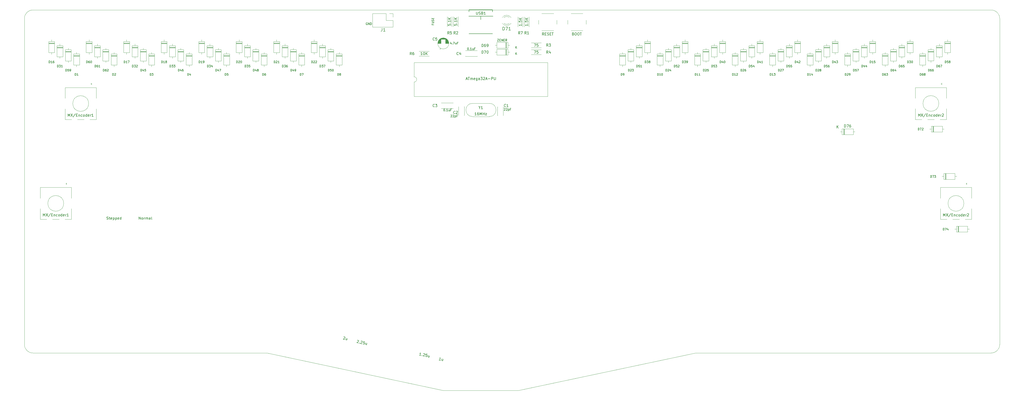
<source format=gto>
G04 #@! TF.GenerationSoftware,KiCad,Pcbnew,5.1.10-88a1d61d58~90~ubuntu21.04.1*
G04 #@! TF.CreationDate,2021-09-18T02:19:37+02:00*
G04 #@! TF.ProjectId,basketweave,6261736b-6574-4776-9561-76652e6b6963,rev?*
G04 #@! TF.SameCoordinates,Original*
G04 #@! TF.FileFunction,Legend,Top*
G04 #@! TF.FilePolarity,Positive*
%FSLAX46Y46*%
G04 Gerber Fmt 4.6, Leading zero omitted, Abs format (unit mm)*
G04 Created by KiCad (PCBNEW 5.1.10-88a1d61d58~90~ubuntu21.04.1) date 2021-09-18 02:19:37*
%MOMM*%
%LPD*%
G01*
G04 APERTURE LIST*
%ADD10C,0.200000*%
%ADD11C,0.150000*%
G04 #@! TA.AperFunction,Profile*
%ADD12C,0.050000*%
G04 #@! TD*
%ADD13C,0.120000*%
%ADD14C,0.100000*%
%ADD15C,1.852000*%
%ADD16C,4.089800*%
%ADD17C,3.150000*%
%ADD18O,1.702000X1.702000*%
%ADD19C,2.102000*%
%ADD20C,4.502000*%
%ADD21C,1.902000*%
%ADD22O,0.752000X1.102000*%
%ADD23O,1.002000X2.502000*%
%ADD24O,1.002000X1.802000*%
%ADD25O,1.802000X1.802000*%
%ADD26C,1.702000*%
%ADD27O,1.502000X1.502000*%
%ADD28C,1.502000*%
%ADD29C,1.602000*%
%ADD30C,1.302000*%
G04 APERTURE END LIST*
D10*
X375452285Y-158910280D02*
X375452285Y-157910280D01*
X375785619Y-158624566D01*
X376118952Y-157910280D01*
X376118952Y-158910280D01*
X376499904Y-157910280D02*
X377166571Y-158910280D01*
X377166571Y-157910280D02*
X376499904Y-158910280D01*
X378261809Y-157862661D02*
X377404666Y-159148376D01*
X378595142Y-158386471D02*
X378928476Y-158386471D01*
X379071333Y-158910280D02*
X378595142Y-158910280D01*
X378595142Y-157910280D01*
X379071333Y-157910280D01*
X379499904Y-158243614D02*
X379499904Y-158910280D01*
X379499904Y-158338852D02*
X379547523Y-158291233D01*
X379642761Y-158243614D01*
X379785619Y-158243614D01*
X379880857Y-158291233D01*
X379928476Y-158386471D01*
X379928476Y-158910280D01*
X380833238Y-158862661D02*
X380738000Y-158910280D01*
X380547523Y-158910280D01*
X380452285Y-158862661D01*
X380404666Y-158815042D01*
X380357047Y-158719804D01*
X380357047Y-158434090D01*
X380404666Y-158338852D01*
X380452285Y-158291233D01*
X380547523Y-158243614D01*
X380738000Y-158243614D01*
X380833238Y-158291233D01*
X381404666Y-158910280D02*
X381309428Y-158862661D01*
X381261809Y-158815042D01*
X381214190Y-158719804D01*
X381214190Y-158434090D01*
X381261809Y-158338852D01*
X381309428Y-158291233D01*
X381404666Y-158243614D01*
X381547523Y-158243614D01*
X381642761Y-158291233D01*
X381690380Y-158338852D01*
X381738000Y-158434090D01*
X381738000Y-158719804D01*
X381690380Y-158815042D01*
X381642761Y-158862661D01*
X381547523Y-158910280D01*
X381404666Y-158910280D01*
X382595142Y-158910280D02*
X382595142Y-157910280D01*
X382595142Y-158862661D02*
X382499904Y-158910280D01*
X382309428Y-158910280D01*
X382214190Y-158862661D01*
X382166571Y-158815042D01*
X382118952Y-158719804D01*
X382118952Y-158434090D01*
X382166571Y-158338852D01*
X382214190Y-158291233D01*
X382309428Y-158243614D01*
X382499904Y-158243614D01*
X382595142Y-158291233D01*
X383452285Y-158862661D02*
X383357047Y-158910280D01*
X383166571Y-158910280D01*
X383071333Y-158862661D01*
X383023714Y-158767423D01*
X383023714Y-158386471D01*
X383071333Y-158291233D01*
X383166571Y-158243614D01*
X383357047Y-158243614D01*
X383452285Y-158291233D01*
X383499904Y-158386471D01*
X383499904Y-158481709D01*
X383023714Y-158576947D01*
X383928476Y-158910280D02*
X383928476Y-158243614D01*
X383928476Y-158434090D02*
X383976095Y-158338852D01*
X384023714Y-158291233D01*
X384118952Y-158243614D01*
X384214190Y-158243614D01*
X384499904Y-158005519D02*
X384547523Y-157957900D01*
X384642761Y-157910280D01*
X384880857Y-157910280D01*
X384976095Y-157957900D01*
X385023714Y-158005519D01*
X385071333Y-158100757D01*
X385071333Y-158195995D01*
X385023714Y-158338852D01*
X384452285Y-158910280D01*
X385071333Y-158910280D01*
X365901885Y-120784880D02*
X365901885Y-119784880D01*
X366235219Y-120499166D01*
X366568552Y-119784880D01*
X366568552Y-120784880D01*
X366949504Y-119784880D02*
X367616171Y-120784880D01*
X367616171Y-119784880D02*
X366949504Y-120784880D01*
X368711409Y-119737261D02*
X367854266Y-121022976D01*
X369044742Y-120261071D02*
X369378076Y-120261071D01*
X369520933Y-120784880D02*
X369044742Y-120784880D01*
X369044742Y-119784880D01*
X369520933Y-119784880D01*
X369949504Y-120118214D02*
X369949504Y-120784880D01*
X369949504Y-120213452D02*
X369997123Y-120165833D01*
X370092361Y-120118214D01*
X370235219Y-120118214D01*
X370330457Y-120165833D01*
X370378076Y-120261071D01*
X370378076Y-120784880D01*
X371282838Y-120737261D02*
X371187600Y-120784880D01*
X370997123Y-120784880D01*
X370901885Y-120737261D01*
X370854266Y-120689642D01*
X370806647Y-120594404D01*
X370806647Y-120308690D01*
X370854266Y-120213452D01*
X370901885Y-120165833D01*
X370997123Y-120118214D01*
X371187600Y-120118214D01*
X371282838Y-120165833D01*
X371854266Y-120784880D02*
X371759028Y-120737261D01*
X371711409Y-120689642D01*
X371663790Y-120594404D01*
X371663790Y-120308690D01*
X371711409Y-120213452D01*
X371759028Y-120165833D01*
X371854266Y-120118214D01*
X371997123Y-120118214D01*
X372092361Y-120165833D01*
X372139980Y-120213452D01*
X372187600Y-120308690D01*
X372187600Y-120594404D01*
X372139980Y-120689642D01*
X372092361Y-120737261D01*
X371997123Y-120784880D01*
X371854266Y-120784880D01*
X373044742Y-120784880D02*
X373044742Y-119784880D01*
X373044742Y-120737261D02*
X372949504Y-120784880D01*
X372759028Y-120784880D01*
X372663790Y-120737261D01*
X372616171Y-120689642D01*
X372568552Y-120594404D01*
X372568552Y-120308690D01*
X372616171Y-120213452D01*
X372663790Y-120165833D01*
X372759028Y-120118214D01*
X372949504Y-120118214D01*
X373044742Y-120165833D01*
X373901885Y-120737261D02*
X373806647Y-120784880D01*
X373616171Y-120784880D01*
X373520933Y-120737261D01*
X373473314Y-120642023D01*
X373473314Y-120261071D01*
X373520933Y-120165833D01*
X373616171Y-120118214D01*
X373806647Y-120118214D01*
X373901885Y-120165833D01*
X373949504Y-120261071D01*
X373949504Y-120356309D01*
X373473314Y-120451547D01*
X374378076Y-120784880D02*
X374378076Y-120118214D01*
X374378076Y-120308690D02*
X374425695Y-120213452D01*
X374473314Y-120165833D01*
X374568552Y-120118214D01*
X374663790Y-120118214D01*
X374949504Y-119880119D02*
X374997123Y-119832500D01*
X375092361Y-119784880D01*
X375330457Y-119784880D01*
X375425695Y-119832500D01*
X375473314Y-119880119D01*
X375520933Y-119975357D01*
X375520933Y-120070595D01*
X375473314Y-120213452D01*
X374901885Y-120784880D01*
X375520933Y-120784880D01*
X42013785Y-120810280D02*
X42013785Y-119810280D01*
X42347119Y-120524566D01*
X42680452Y-119810280D01*
X42680452Y-120810280D01*
X43061404Y-119810280D02*
X43728071Y-120810280D01*
X43728071Y-119810280D02*
X43061404Y-120810280D01*
X44823309Y-119762661D02*
X43966166Y-121048376D01*
X45156642Y-120286471D02*
X45489976Y-120286471D01*
X45632833Y-120810280D02*
X45156642Y-120810280D01*
X45156642Y-119810280D01*
X45632833Y-119810280D01*
X46061404Y-120143614D02*
X46061404Y-120810280D01*
X46061404Y-120238852D02*
X46109023Y-120191233D01*
X46204261Y-120143614D01*
X46347119Y-120143614D01*
X46442357Y-120191233D01*
X46489976Y-120286471D01*
X46489976Y-120810280D01*
X47394738Y-120762661D02*
X47299500Y-120810280D01*
X47109023Y-120810280D01*
X47013785Y-120762661D01*
X46966166Y-120715042D01*
X46918547Y-120619804D01*
X46918547Y-120334090D01*
X46966166Y-120238852D01*
X47013785Y-120191233D01*
X47109023Y-120143614D01*
X47299500Y-120143614D01*
X47394738Y-120191233D01*
X47966166Y-120810280D02*
X47870928Y-120762661D01*
X47823309Y-120715042D01*
X47775690Y-120619804D01*
X47775690Y-120334090D01*
X47823309Y-120238852D01*
X47870928Y-120191233D01*
X47966166Y-120143614D01*
X48109023Y-120143614D01*
X48204261Y-120191233D01*
X48251880Y-120238852D01*
X48299500Y-120334090D01*
X48299500Y-120619804D01*
X48251880Y-120715042D01*
X48204261Y-120762661D01*
X48109023Y-120810280D01*
X47966166Y-120810280D01*
X49156642Y-120810280D02*
X49156642Y-119810280D01*
X49156642Y-120762661D02*
X49061404Y-120810280D01*
X48870928Y-120810280D01*
X48775690Y-120762661D01*
X48728071Y-120715042D01*
X48680452Y-120619804D01*
X48680452Y-120334090D01*
X48728071Y-120238852D01*
X48775690Y-120191233D01*
X48870928Y-120143614D01*
X49061404Y-120143614D01*
X49156642Y-120191233D01*
X50013785Y-120762661D02*
X49918547Y-120810280D01*
X49728071Y-120810280D01*
X49632833Y-120762661D01*
X49585214Y-120667423D01*
X49585214Y-120286471D01*
X49632833Y-120191233D01*
X49728071Y-120143614D01*
X49918547Y-120143614D01*
X50013785Y-120191233D01*
X50061404Y-120286471D01*
X50061404Y-120381709D01*
X49585214Y-120476947D01*
X50489976Y-120810280D02*
X50489976Y-120143614D01*
X50489976Y-120334090D02*
X50537595Y-120238852D01*
X50585214Y-120191233D01*
X50680452Y-120143614D01*
X50775690Y-120143614D01*
X51632833Y-120810280D02*
X51061404Y-120810280D01*
X51347119Y-120810280D02*
X51347119Y-119810280D01*
X51251880Y-119953138D01*
X51156642Y-120048376D01*
X51061404Y-120095995D01*
X32552285Y-158884880D02*
X32552285Y-157884880D01*
X32885619Y-158599166D01*
X33218952Y-157884880D01*
X33218952Y-158884880D01*
X33599904Y-157884880D02*
X34266571Y-158884880D01*
X34266571Y-157884880D02*
X33599904Y-158884880D01*
X35361809Y-157837261D02*
X34504666Y-159122976D01*
X35695142Y-158361071D02*
X36028476Y-158361071D01*
X36171333Y-158884880D02*
X35695142Y-158884880D01*
X35695142Y-157884880D01*
X36171333Y-157884880D01*
X36599904Y-158218214D02*
X36599904Y-158884880D01*
X36599904Y-158313452D02*
X36647523Y-158265833D01*
X36742761Y-158218214D01*
X36885619Y-158218214D01*
X36980857Y-158265833D01*
X37028476Y-158361071D01*
X37028476Y-158884880D01*
X37933238Y-158837261D02*
X37838000Y-158884880D01*
X37647523Y-158884880D01*
X37552285Y-158837261D01*
X37504666Y-158789642D01*
X37457047Y-158694404D01*
X37457047Y-158408690D01*
X37504666Y-158313452D01*
X37552285Y-158265833D01*
X37647523Y-158218214D01*
X37838000Y-158218214D01*
X37933238Y-158265833D01*
X38504666Y-158884880D02*
X38409428Y-158837261D01*
X38361809Y-158789642D01*
X38314190Y-158694404D01*
X38314190Y-158408690D01*
X38361809Y-158313452D01*
X38409428Y-158265833D01*
X38504666Y-158218214D01*
X38647523Y-158218214D01*
X38742761Y-158265833D01*
X38790380Y-158313452D01*
X38838000Y-158408690D01*
X38838000Y-158694404D01*
X38790380Y-158789642D01*
X38742761Y-158837261D01*
X38647523Y-158884880D01*
X38504666Y-158884880D01*
X39695142Y-158884880D02*
X39695142Y-157884880D01*
X39695142Y-158837261D02*
X39599904Y-158884880D01*
X39409428Y-158884880D01*
X39314190Y-158837261D01*
X39266571Y-158789642D01*
X39218952Y-158694404D01*
X39218952Y-158408690D01*
X39266571Y-158313452D01*
X39314190Y-158265833D01*
X39409428Y-158218214D01*
X39599904Y-158218214D01*
X39695142Y-158265833D01*
X40552285Y-158837261D02*
X40457047Y-158884880D01*
X40266571Y-158884880D01*
X40171333Y-158837261D01*
X40123714Y-158742023D01*
X40123714Y-158361071D01*
X40171333Y-158265833D01*
X40266571Y-158218214D01*
X40457047Y-158218214D01*
X40552285Y-158265833D01*
X40599904Y-158361071D01*
X40599904Y-158456309D01*
X40123714Y-158551547D01*
X41028476Y-158884880D02*
X41028476Y-158218214D01*
X41028476Y-158408690D02*
X41076095Y-158313452D01*
X41123714Y-158265833D01*
X41218952Y-158218214D01*
X41314190Y-158218214D01*
X42171333Y-158884880D02*
X41599904Y-158884880D01*
X41885619Y-158884880D02*
X41885619Y-157884880D01*
X41790380Y-158027738D01*
X41695142Y-158122976D01*
X41599904Y-158170595D01*
X69008928Y-160123130D02*
X69008928Y-159123130D01*
X69580357Y-160123130D01*
X69580357Y-159123130D01*
X70199404Y-160123130D02*
X70104166Y-160075511D01*
X70056547Y-160027892D01*
X70008928Y-159932654D01*
X70008928Y-159646940D01*
X70056547Y-159551702D01*
X70104166Y-159504083D01*
X70199404Y-159456464D01*
X70342261Y-159456464D01*
X70437500Y-159504083D01*
X70485119Y-159551702D01*
X70532738Y-159646940D01*
X70532738Y-159932654D01*
X70485119Y-160027892D01*
X70437500Y-160075511D01*
X70342261Y-160123130D01*
X70199404Y-160123130D01*
X70961309Y-160123130D02*
X70961309Y-159456464D01*
X70961309Y-159646940D02*
X71008928Y-159551702D01*
X71056547Y-159504083D01*
X71151785Y-159456464D01*
X71247023Y-159456464D01*
X71580357Y-160123130D02*
X71580357Y-159456464D01*
X71580357Y-159551702D02*
X71627976Y-159504083D01*
X71723214Y-159456464D01*
X71866071Y-159456464D01*
X71961309Y-159504083D01*
X72008928Y-159599321D01*
X72008928Y-160123130D01*
X72008928Y-159599321D02*
X72056547Y-159504083D01*
X72151785Y-159456464D01*
X72294642Y-159456464D01*
X72389880Y-159504083D01*
X72437500Y-159599321D01*
X72437500Y-160123130D01*
X73342261Y-160123130D02*
X73342261Y-159599321D01*
X73294642Y-159504083D01*
X73199404Y-159456464D01*
X73008928Y-159456464D01*
X72913690Y-159504083D01*
X73342261Y-160075511D02*
X73247023Y-160123130D01*
X73008928Y-160123130D01*
X72913690Y-160075511D01*
X72866071Y-159980273D01*
X72866071Y-159885035D01*
X72913690Y-159789797D01*
X73008928Y-159742178D01*
X73247023Y-159742178D01*
X73342261Y-159694559D01*
X73961309Y-160123130D02*
X73866071Y-160075511D01*
X73818452Y-159980273D01*
X73818452Y-159123130D01*
X56745535Y-160075511D02*
X56888392Y-160123130D01*
X57126488Y-160123130D01*
X57221726Y-160075511D01*
X57269345Y-160027892D01*
X57316964Y-159932654D01*
X57316964Y-159837416D01*
X57269345Y-159742178D01*
X57221726Y-159694559D01*
X57126488Y-159646940D01*
X56936011Y-159599321D01*
X56840773Y-159551702D01*
X56793154Y-159504083D01*
X56745535Y-159408845D01*
X56745535Y-159313607D01*
X56793154Y-159218369D01*
X56840773Y-159170750D01*
X56936011Y-159123130D01*
X57174107Y-159123130D01*
X57316964Y-159170750D01*
X57602678Y-159456464D02*
X57983630Y-159456464D01*
X57745535Y-159123130D02*
X57745535Y-159980273D01*
X57793154Y-160075511D01*
X57888392Y-160123130D01*
X57983630Y-160123130D01*
X58697916Y-160075511D02*
X58602678Y-160123130D01*
X58412202Y-160123130D01*
X58316964Y-160075511D01*
X58269345Y-159980273D01*
X58269345Y-159599321D01*
X58316964Y-159504083D01*
X58412202Y-159456464D01*
X58602678Y-159456464D01*
X58697916Y-159504083D01*
X58745535Y-159599321D01*
X58745535Y-159694559D01*
X58269345Y-159789797D01*
X59174107Y-159456464D02*
X59174107Y-160456464D01*
X59174107Y-159504083D02*
X59269345Y-159456464D01*
X59459821Y-159456464D01*
X59555059Y-159504083D01*
X59602678Y-159551702D01*
X59650297Y-159646940D01*
X59650297Y-159932654D01*
X59602678Y-160027892D01*
X59555059Y-160075511D01*
X59459821Y-160123130D01*
X59269345Y-160123130D01*
X59174107Y-160075511D01*
X60078869Y-159456464D02*
X60078869Y-160456464D01*
X60078869Y-159504083D02*
X60174107Y-159456464D01*
X60364583Y-159456464D01*
X60459821Y-159504083D01*
X60507440Y-159551702D01*
X60555059Y-159646940D01*
X60555059Y-159932654D01*
X60507440Y-160027892D01*
X60459821Y-160075511D01*
X60364583Y-160123130D01*
X60174107Y-160123130D01*
X60078869Y-160075511D01*
X61364583Y-160075511D02*
X61269345Y-160123130D01*
X61078869Y-160123130D01*
X60983630Y-160075511D01*
X60936011Y-159980273D01*
X60936011Y-159599321D01*
X60983630Y-159504083D01*
X61078869Y-159456464D01*
X61269345Y-159456464D01*
X61364583Y-159504083D01*
X61412202Y-159599321D01*
X61412202Y-159694559D01*
X60936011Y-159789797D01*
X62269345Y-160123130D02*
X62269345Y-159123130D01*
X62269345Y-160075511D02*
X62174107Y-160123130D01*
X61983630Y-160123130D01*
X61888392Y-160075511D01*
X61840773Y-160027892D01*
X61793154Y-159932654D01*
X61793154Y-159646940D01*
X61840773Y-159551702D01*
X61888392Y-159504083D01*
X61983630Y-159456464D01*
X62174107Y-159456464D01*
X62269345Y-159504083D01*
X183892920Y-213926593D02*
X183333978Y-213807786D01*
X183613449Y-213867190D02*
X183821361Y-212889042D01*
X183698502Y-213008976D01*
X183585544Y-213082332D01*
X183482486Y-213109109D01*
X184869940Y-213452705D02*
X184731332Y-214104803D01*
X184450734Y-213363600D02*
X184341827Y-213875963D01*
X184368605Y-213979020D01*
X184451861Y-214045400D01*
X184591596Y-214075101D01*
X184694654Y-214048324D01*
X184751133Y-214011646D01*
X176378458Y-212091579D02*
X175819517Y-211972772D01*
X176098987Y-212032176D02*
X176306899Y-211054028D01*
X176184041Y-211173962D01*
X176071083Y-211247318D01*
X175968025Y-211274095D01*
X176817465Y-212087527D02*
X176854143Y-212144006D01*
X176797664Y-212180684D01*
X176760986Y-212124205D01*
X176817465Y-212087527D01*
X176797664Y-212180684D01*
X177404981Y-211384798D02*
X177461460Y-211348120D01*
X177564517Y-211321343D01*
X177797410Y-211370846D01*
X177880666Y-211437225D01*
X177917344Y-211493704D01*
X177944121Y-211596762D01*
X177924320Y-211689919D01*
X177848040Y-211819754D01*
X177170292Y-212259888D01*
X177775812Y-212388596D01*
X178868714Y-211598559D02*
X178402930Y-211499553D01*
X178257346Y-211955437D01*
X178313825Y-211918759D01*
X178416882Y-211891982D01*
X178649774Y-211941485D01*
X178733031Y-212007864D01*
X178769709Y-212064343D01*
X178796486Y-212167401D01*
X178746983Y-212400293D01*
X178680604Y-212483549D01*
X178624125Y-212520227D01*
X178521067Y-212547005D01*
X178288175Y-212497502D01*
X178204919Y-212431122D01*
X178168241Y-212374643D01*
X179684401Y-212112718D02*
X179545793Y-212764817D01*
X179265195Y-212023613D02*
X179156289Y-212535976D01*
X179183066Y-212639034D01*
X179266323Y-212705413D01*
X179406058Y-212735115D01*
X179509115Y-212708338D01*
X179565594Y-212671660D01*
X152195127Y-206325282D02*
X152251606Y-206288604D01*
X152354664Y-206261826D01*
X152587556Y-206311329D01*
X152670812Y-206377709D01*
X152707490Y-206434188D01*
X152734268Y-206537245D01*
X152714467Y-206630402D01*
X152638186Y-206760237D01*
X151960438Y-207200372D01*
X152565958Y-207329079D01*
X153004965Y-207325027D02*
X153041643Y-207381506D01*
X152985164Y-207418184D01*
X152948486Y-207361705D01*
X153004965Y-207325027D01*
X152985164Y-207418184D01*
X153592481Y-206622298D02*
X153648960Y-206585620D01*
X153752017Y-206558843D01*
X153984910Y-206608346D01*
X154068166Y-206674725D01*
X154104844Y-206731204D01*
X154131621Y-206834262D01*
X154111820Y-206927419D01*
X154035540Y-207057254D01*
X153357792Y-207497388D01*
X153963312Y-207626096D01*
X155056214Y-206836059D02*
X154590430Y-206737053D01*
X154444846Y-207192937D01*
X154501325Y-207156259D01*
X154604382Y-207129482D01*
X154837274Y-207178985D01*
X154920531Y-207245364D01*
X154957209Y-207301843D01*
X154983986Y-207404901D01*
X154934483Y-207637793D01*
X154868104Y-207721049D01*
X154811625Y-207757727D01*
X154708567Y-207784505D01*
X154475675Y-207735002D01*
X154392419Y-207668622D01*
X154355741Y-207612143D01*
X155871901Y-207350218D02*
X155733293Y-208002317D01*
X155452695Y-207261113D02*
X155343789Y-207773476D01*
X155370566Y-207876534D01*
X155453823Y-207942913D01*
X155593558Y-207972615D01*
X155696615Y-207945838D01*
X155753094Y-207909160D01*
X147009589Y-204985296D02*
X147066068Y-204948618D01*
X147169125Y-204921840D01*
X147402017Y-204971343D01*
X147485274Y-205037723D01*
X147521952Y-205094202D01*
X147548729Y-205197259D01*
X147528928Y-205290416D01*
X147452648Y-205420251D01*
X146774900Y-205860386D01*
X147380420Y-205989093D01*
X148357440Y-205515205D02*
X148218832Y-206167303D01*
X147938234Y-205426100D02*
X147829327Y-205938463D01*
X147856105Y-206041520D01*
X147939361Y-206107900D01*
X148079096Y-206137601D01*
X148182154Y-206110824D01*
X148238633Y-206074146D01*
D11*
X205581476Y-91255904D02*
X206114809Y-91255904D01*
X205581476Y-92055904D01*
X206114809Y-92055904D01*
X206419571Y-91636857D02*
X206686238Y-91636857D01*
X206800523Y-92055904D02*
X206419571Y-92055904D01*
X206419571Y-91255904D01*
X206800523Y-91255904D01*
X207143380Y-92055904D02*
X207143380Y-91255904D01*
X207600523Y-92055904D01*
X207600523Y-91255904D01*
X207981476Y-91636857D02*
X208248142Y-91636857D01*
X208362428Y-92055904D02*
X207981476Y-92055904D01*
X207981476Y-91255904D01*
X208362428Y-91255904D01*
X209162428Y-92055904D02*
X208895761Y-91674952D01*
X208705285Y-92055904D02*
X208705285Y-91255904D01*
X209010047Y-91255904D01*
X209086238Y-91294000D01*
X209124333Y-91332095D01*
X209162428Y-91408285D01*
X209162428Y-91522571D01*
X209124333Y-91598761D01*
X209086238Y-91636857D01*
X209010047Y-91674952D01*
X208705285Y-91674952D01*
D12*
X25400000Y-83343750D02*
G75*
G02*
X28575000Y-80168750I3175000J0D01*
G01*
D11*
X155949726Y-85039250D02*
X155873535Y-85001154D01*
X155759250Y-85001154D01*
X155644964Y-85039250D01*
X155568773Y-85115440D01*
X155530678Y-85191630D01*
X155492583Y-85344011D01*
X155492583Y-85458297D01*
X155530678Y-85610678D01*
X155568773Y-85686869D01*
X155644964Y-85763059D01*
X155759250Y-85801154D01*
X155835440Y-85801154D01*
X155949726Y-85763059D01*
X155987821Y-85724964D01*
X155987821Y-85458297D01*
X155835440Y-85458297D01*
X156330678Y-85801154D02*
X156330678Y-85001154D01*
X156787821Y-85801154D01*
X156787821Y-85001154D01*
X157168773Y-85801154D02*
X157168773Y-85001154D01*
X157359250Y-85001154D01*
X157473535Y-85039250D01*
X157549726Y-85115440D01*
X157587821Y-85191630D01*
X157625916Y-85344011D01*
X157625916Y-85458297D01*
X157587821Y-85610678D01*
X157549726Y-85686869D01*
X157473535Y-85763059D01*
X157359250Y-85801154D01*
X157168773Y-85801154D01*
D12*
X184943750Y-225425000D02*
X213518750Y-225425000D01*
X28575000Y-211137500D02*
G75*
G02*
X25400000Y-207962500I0J3175000D01*
G01*
X396875000Y-207962500D02*
G75*
G02*
X393700000Y-211137500I-3175000J0D01*
G01*
X393700000Y-80168750D02*
G75*
G02*
X396875000Y-83343750I0J-3175000D01*
G01*
X280987500Y-211137500D02*
X213518750Y-225425000D01*
X393700000Y-211137500D02*
X280987500Y-211137500D01*
X117824250Y-211137500D02*
X184943750Y-225425000D01*
X28575000Y-211137500D02*
X117824250Y-211137500D01*
X396875000Y-83343750D02*
X396875000Y-207962500D01*
X28575000Y-80168750D02*
X393700000Y-80168750D01*
X25400000Y-83343750D02*
X25400000Y-207962500D01*
D13*
X336843000Y-125499000D02*
X336843000Y-127739000D01*
X336843000Y-127739000D02*
X341083000Y-127739000D01*
X341083000Y-127739000D02*
X341083000Y-125499000D01*
X341083000Y-125499000D02*
X336843000Y-125499000D01*
X336193000Y-126619000D02*
X336843000Y-126619000D01*
X341733000Y-126619000D02*
X341083000Y-126619000D01*
X337563000Y-125499000D02*
X337563000Y-127739000D01*
X337683000Y-125499000D02*
X337683000Y-127739000D01*
X337443000Y-125499000D02*
X337443000Y-127739000D01*
X371796250Y-95950000D02*
X369556250Y-95950000D01*
X371796250Y-96190000D02*
X369556250Y-96190000D01*
X371796250Y-96070000D02*
X369556250Y-96070000D01*
X370676250Y-100240000D02*
X370676250Y-99590000D01*
X370676250Y-94700000D02*
X370676250Y-95350000D01*
X371796250Y-99590000D02*
X371796250Y-95350000D01*
X369556250Y-99590000D02*
X371796250Y-99590000D01*
X369556250Y-95350000D02*
X369556250Y-99590000D01*
X371796250Y-95350000D02*
X369556250Y-95350000D01*
X370676800Y-115356400D02*
X370676800Y-116356400D01*
X371176800Y-115856400D02*
X370176800Y-115856400D01*
X367176800Y-121956400D02*
X364776800Y-121956400D01*
X371976800Y-121956400D02*
X369376800Y-121956400D01*
X376576800Y-121956400D02*
X374176800Y-121956400D01*
X374776800Y-108656400D02*
X374476800Y-108356400D01*
X374776800Y-108056400D02*
X374776800Y-108656400D01*
X374476800Y-108356400D02*
X374776800Y-108056400D01*
X376576800Y-109756400D02*
X364776800Y-109756400D01*
X376576800Y-113856400D02*
X376576800Y-109756400D01*
X364776800Y-113856400D02*
X364776800Y-109756400D01*
X364776800Y-121956400D02*
X364776800Y-117856400D01*
X376576800Y-117856400D02*
X376576800Y-121956400D01*
X373676800Y-115856400D02*
G75*
G03*
X373676800Y-115856400I-3000000J0D01*
G01*
X46826800Y-115381800D02*
X46826800Y-116381800D01*
X47326800Y-115881800D02*
X46326800Y-115881800D01*
X43326800Y-121981800D02*
X40926800Y-121981800D01*
X48126800Y-121981800D02*
X45526800Y-121981800D01*
X52726800Y-121981800D02*
X50326800Y-121981800D01*
X50926800Y-108681800D02*
X50626800Y-108381800D01*
X50926800Y-108081800D02*
X50926800Y-108681800D01*
X50626800Y-108381800D02*
X50926800Y-108081800D01*
X52726800Y-109781800D02*
X40926800Y-109781800D01*
X52726800Y-113881800D02*
X52726800Y-109781800D01*
X40926800Y-113881800D02*
X40926800Y-109781800D01*
X40926800Y-121981800D02*
X40926800Y-117881800D01*
X52726800Y-117881800D02*
X52726800Y-121981800D01*
X49826800Y-115881800D02*
G75*
G03*
X49826800Y-115881800I-3000000J0D01*
G01*
X383226250Y-154007500D02*
G75*
G03*
X383226250Y-154007500I-3000000J0D01*
G01*
X386126250Y-156007500D02*
X386126250Y-160107500D01*
X374326250Y-160107500D02*
X374326250Y-156007500D01*
X374326250Y-152007500D02*
X374326250Y-147907500D01*
X386126250Y-152007500D02*
X386126250Y-147907500D01*
X386126250Y-147907500D02*
X374326250Y-147907500D01*
X384026250Y-146507500D02*
X384326250Y-146207500D01*
X384326250Y-146207500D02*
X384326250Y-146807500D01*
X384326250Y-146807500D02*
X384026250Y-146507500D01*
X386126250Y-160107500D02*
X383726250Y-160107500D01*
X381526250Y-160107500D02*
X378926250Y-160107500D01*
X376726250Y-160107500D02*
X374326250Y-160107500D01*
X380726250Y-154007500D02*
X379726250Y-154007500D01*
X380226250Y-153507500D02*
X380226250Y-154507500D01*
X40327200Y-154007200D02*
G75*
G03*
X40327200Y-154007200I-3000000J0D01*
G01*
X43227200Y-156007200D02*
X43227200Y-160107200D01*
X31427200Y-160107200D02*
X31427200Y-156007200D01*
X31427200Y-152007200D02*
X31427200Y-147907200D01*
X43227200Y-152007200D02*
X43227200Y-147907200D01*
X43227200Y-147907200D02*
X31427200Y-147907200D01*
X41127200Y-146507200D02*
X41427200Y-146207200D01*
X41427200Y-146207200D02*
X41427200Y-146807200D01*
X41427200Y-146807200D02*
X41127200Y-146507200D01*
X43227200Y-160107200D02*
X40827200Y-160107200D01*
X38627200Y-160107200D02*
X36027200Y-160107200D01*
X33827200Y-160107200D02*
X31427200Y-160107200D01*
X37827200Y-154007200D02*
X36827200Y-154007200D01*
X37327200Y-153507200D02*
X37327200Y-154507200D01*
X370815500Y-124483000D02*
X370815500Y-126723000D01*
X370815500Y-126723000D02*
X375055500Y-126723000D01*
X375055500Y-126723000D02*
X375055500Y-124483000D01*
X375055500Y-124483000D02*
X370815500Y-124483000D01*
X370165500Y-125603000D02*
X370815500Y-125603000D01*
X375705500Y-125603000D02*
X375055500Y-125603000D01*
X371535500Y-124483000D02*
X371535500Y-126723000D01*
X371655500Y-124483000D02*
X371655500Y-126723000D01*
X371415500Y-124483000D02*
X371415500Y-126723000D01*
X380404000Y-162710000D02*
X380404000Y-164950000D01*
X380404000Y-164950000D02*
X384644000Y-164950000D01*
X384644000Y-164950000D02*
X384644000Y-162710000D01*
X384644000Y-162710000D02*
X380404000Y-162710000D01*
X379754000Y-163830000D02*
X380404000Y-163830000D01*
X385294000Y-163830000D02*
X384644000Y-163830000D01*
X381124000Y-162710000D02*
X381124000Y-164950000D01*
X381244000Y-162710000D02*
X381244000Y-164950000D01*
X381004000Y-162710000D02*
X381004000Y-164950000D01*
X375578000Y-142580500D02*
X375578000Y-144820500D01*
X375578000Y-144820500D02*
X379818000Y-144820500D01*
X379818000Y-144820500D02*
X379818000Y-142580500D01*
X379818000Y-142580500D02*
X375578000Y-142580500D01*
X374928000Y-143700500D02*
X375578000Y-143700500D01*
X380468000Y-143700500D02*
X379818000Y-143700500D01*
X376298000Y-142580500D02*
X376298000Y-144820500D01*
X376418000Y-142580500D02*
X376418000Y-144820500D01*
X376178000Y-142580500D02*
X376178000Y-144820500D01*
X210633750Y-83057500D02*
X210633750Y-82901500D01*
X210633750Y-85373500D02*
X210633750Y-85217500D01*
X208032620Y-83057663D02*
G75*
G02*
X210114711Y-83057500I1041130J-1079837D01*
G01*
X208032620Y-85217337D02*
G75*
G03*
X210114711Y-85217500I1041130J1079837D01*
G01*
X207401415Y-83058892D02*
G75*
G02*
X210633750Y-82901984I1672335J-1078608D01*
G01*
X207401415Y-85216108D02*
G75*
G03*
X210633750Y-85373016I1672335J1078608D01*
G01*
D11*
X203856250Y-82550000D02*
X194606250Y-82550000D01*
X203706250Y-89210000D02*
X194756250Y-89210000D01*
X194751250Y-80800000D02*
X194756250Y-80040000D01*
X203706250Y-80040000D02*
X194756250Y-80040000D01*
X203706250Y-80040000D02*
X203711250Y-80800000D01*
X199231250Y-82550000D02*
X199231250Y-83820000D01*
D13*
X228206250Y-85550000D02*
X228206250Y-84050000D01*
X226956250Y-81550000D02*
X222456250Y-81550000D01*
X221206250Y-84050000D02*
X221206250Y-85550000D01*
X222456250Y-88050000D02*
X226956250Y-88050000D01*
X239318750Y-85550000D02*
X239318750Y-84050000D01*
X238068750Y-81550000D02*
X233568750Y-81550000D01*
X232318750Y-84050000D02*
X232318750Y-85550000D01*
X233568750Y-88050000D02*
X238068750Y-88050000D01*
X158023250Y-81517511D02*
X158023250Y-86717511D01*
X163163250Y-81517511D02*
X158023250Y-81517511D01*
X165763250Y-86717511D02*
X158023250Y-86717511D01*
X163163250Y-81517511D02*
X163163250Y-84117511D01*
X163163250Y-84117511D02*
X165763250Y-84117511D01*
X165763250Y-84117511D02*
X165763250Y-86717511D01*
X164433250Y-81517511D02*
X165763250Y-81517511D01*
X165763250Y-81517511D02*
X165763250Y-82847511D01*
X173803000Y-107680000D02*
X173803000Y-113140000D01*
X173803000Y-113140000D02*
X224723000Y-113140000D01*
X224723000Y-113140000D02*
X224723000Y-100220000D01*
X224723000Y-100220000D02*
X173803000Y-100220000D01*
X173803000Y-100220000D02*
X173803000Y-105680000D01*
X173803000Y-105680000D02*
G75*
G02*
X173803000Y-107680000I0J-1000000D01*
G01*
X197890000Y-97812250D02*
X193350000Y-97812250D01*
X197890000Y-95672250D02*
X193350000Y-95672250D01*
X197890000Y-97812250D02*
X197890000Y-97797250D01*
X197890000Y-95687250D02*
X197890000Y-95672250D01*
X193350000Y-97812250D02*
X193350000Y-97797250D01*
X193350000Y-95687250D02*
X193350000Y-95672250D01*
X209574500Y-94750750D02*
X209574500Y-92510750D01*
X209574500Y-92510750D02*
X205334500Y-92510750D01*
X205334500Y-92510750D02*
X205334500Y-94750750D01*
X205334500Y-94750750D02*
X209574500Y-94750750D01*
X210224500Y-93630750D02*
X209574500Y-93630750D01*
X204684500Y-93630750D02*
X205334500Y-93630750D01*
X208854500Y-94750750D02*
X208854500Y-92510750D01*
X208734500Y-94750750D02*
X208734500Y-92510750D01*
X208974500Y-94750750D02*
X208974500Y-92510750D01*
X188245000Y-82689000D02*
X188245000Y-86529000D01*
X186405000Y-82689000D02*
X186405000Y-86529000D01*
X190626250Y-82689000D02*
X190626250Y-86529000D01*
X188786250Y-82689000D02*
X188786250Y-86529000D01*
X207812500Y-117200250D02*
X207812500Y-120440250D01*
X205572500Y-117200250D02*
X205572500Y-120440250D01*
X207812500Y-117200250D02*
X207747500Y-117200250D01*
X205637500Y-117200250D02*
X205572500Y-117200250D01*
X207812500Y-120440250D02*
X207747500Y-120440250D01*
X205637500Y-120440250D02*
X205572500Y-120440250D01*
X213392500Y-86597250D02*
X213392500Y-82757250D01*
X215232500Y-86597250D02*
X215232500Y-82757250D01*
X222265000Y-97154250D02*
X218425000Y-97154250D01*
X222265000Y-95314250D02*
X218425000Y-95314250D01*
X222265000Y-94519000D02*
X218425000Y-94519000D01*
X222265000Y-92679000D02*
X218425000Y-92679000D01*
X209574500Y-97354250D02*
X209574500Y-95114250D01*
X209574500Y-95114250D02*
X205334500Y-95114250D01*
X205334500Y-95114250D02*
X205334500Y-97354250D01*
X205334500Y-97354250D02*
X209574500Y-97354250D01*
X210224500Y-96234250D02*
X209574500Y-96234250D01*
X204684500Y-96234250D02*
X205334500Y-96234250D01*
X208854500Y-97354250D02*
X208854500Y-95114250D01*
X208734500Y-97354250D02*
X208734500Y-95114250D01*
X208974500Y-97354250D02*
X208974500Y-95114250D01*
X188682500Y-117751250D02*
X184142500Y-117751250D01*
X188682500Y-115611250D02*
X184142500Y-115611250D01*
X188682500Y-117751250D02*
X188682500Y-117736250D01*
X188682500Y-115626250D02*
X188682500Y-115611250D01*
X184142500Y-117751250D02*
X184142500Y-117736250D01*
X184142500Y-115626250D02*
X184142500Y-115611250D01*
X192953500Y-117105000D02*
X192953500Y-120345000D01*
X190713500Y-117105000D02*
X190713500Y-120345000D01*
X192953500Y-117105000D02*
X192888500Y-117105000D01*
X190778500Y-117105000D02*
X190713500Y-117105000D01*
X192953500Y-120345000D02*
X192888500Y-120345000D01*
X190778500Y-120345000D02*
X190713500Y-120345000D01*
X202499500Y-120857250D02*
X196099500Y-120857250D01*
X202499500Y-115807250D02*
X196099500Y-115807250D01*
X202499500Y-115807250D02*
G75*
G02*
X202499500Y-120857250I0J-2525000D01*
G01*
X196099500Y-115807250D02*
G75*
G03*
X196099500Y-120857250I0J-2525000D01*
G01*
X260676250Y-94365000D02*
X258436250Y-94365000D01*
X260676250Y-94605000D02*
X258436250Y-94605000D01*
X260676250Y-94485000D02*
X258436250Y-94485000D01*
X259556250Y-98655000D02*
X259556250Y-98005000D01*
X259556250Y-93115000D02*
X259556250Y-93765000D01*
X260676250Y-98005000D02*
X260676250Y-93765000D01*
X258436250Y-98005000D02*
X260676250Y-98005000D01*
X258436250Y-93765000D02*
X258436250Y-98005000D01*
X260676250Y-93765000D02*
X258436250Y-93765000D01*
X117801250Y-97540000D02*
X115561250Y-97540000D01*
X117801250Y-97780000D02*
X115561250Y-97780000D01*
X117801250Y-97660000D02*
X115561250Y-97660000D01*
X116681250Y-101830000D02*
X116681250Y-101180000D01*
X116681250Y-96290000D02*
X116681250Y-96940000D01*
X117801250Y-101180000D02*
X117801250Y-96940000D01*
X115561250Y-101180000D02*
X117801250Y-101180000D01*
X115561250Y-96940000D02*
X115561250Y-101180000D01*
X117801250Y-96940000D02*
X115561250Y-96940000D01*
X128913750Y-95952500D02*
X126673750Y-95952500D01*
X128913750Y-96192500D02*
X126673750Y-96192500D01*
X128913750Y-96072500D02*
X126673750Y-96072500D01*
X127793750Y-100242500D02*
X127793750Y-99592500D01*
X127793750Y-94702500D02*
X127793750Y-95352500D01*
X128913750Y-99592500D02*
X128913750Y-95352500D01*
X126673750Y-99592500D02*
X128913750Y-99592500D01*
X126673750Y-95352500D02*
X126673750Y-99592500D01*
X128913750Y-95352500D02*
X126673750Y-95352500D01*
X217613750Y-82757250D02*
X217613750Y-86597250D01*
X215773750Y-82757250D02*
X215773750Y-86597250D01*
X368631250Y-96942500D02*
X366391250Y-96942500D01*
X366391250Y-96942500D02*
X366391250Y-101182500D01*
X366391250Y-101182500D02*
X368631250Y-101182500D01*
X368631250Y-101182500D02*
X368631250Y-96942500D01*
X367511250Y-96292500D02*
X367511250Y-96942500D01*
X367511250Y-101832500D02*
X367511250Y-101182500D01*
X368631250Y-97662500D02*
X366391250Y-97662500D01*
X368631250Y-97782500D02*
X366391250Y-97782500D01*
X368631250Y-97542500D02*
X366391250Y-97542500D01*
X374976250Y-94365000D02*
X372736250Y-94365000D01*
X374976250Y-94605000D02*
X372736250Y-94605000D01*
X374976250Y-94485000D02*
X372736250Y-94485000D01*
X373856250Y-98655000D02*
X373856250Y-98005000D01*
X373856250Y-93115000D02*
X373856250Y-93765000D01*
X374976250Y-98005000D02*
X374976250Y-93765000D01*
X372736250Y-98005000D02*
X374976250Y-98005000D01*
X372736250Y-93765000D02*
X372736250Y-98005000D01*
X374976250Y-93765000D02*
X372736250Y-93765000D01*
X360688750Y-94365000D02*
X358448750Y-94365000D01*
X360688750Y-94605000D02*
X358448750Y-94605000D01*
X360688750Y-94485000D02*
X358448750Y-94485000D01*
X359568750Y-98655000D02*
X359568750Y-98005000D01*
X359568750Y-93115000D02*
X359568750Y-93765000D01*
X360688750Y-98005000D02*
X360688750Y-93765000D01*
X358448750Y-98005000D02*
X360688750Y-98005000D01*
X358448750Y-93765000D02*
X358448750Y-98005000D01*
X360688750Y-93765000D02*
X358448750Y-93765000D01*
X357513750Y-95952500D02*
X355273750Y-95952500D01*
X357513750Y-96192500D02*
X355273750Y-96192500D01*
X357513750Y-96072500D02*
X355273750Y-96072500D01*
X356393750Y-100242500D02*
X356393750Y-99592500D01*
X356393750Y-94702500D02*
X356393750Y-95352500D01*
X357513750Y-99592500D02*
X357513750Y-95352500D01*
X355273750Y-99592500D02*
X357513750Y-99592500D01*
X355273750Y-95352500D02*
X355273750Y-99592500D01*
X357513750Y-95352500D02*
X355273750Y-95352500D01*
X354338750Y-97540000D02*
X352098750Y-97540000D01*
X354338750Y-97780000D02*
X352098750Y-97780000D01*
X354338750Y-97660000D02*
X352098750Y-97660000D01*
X353218750Y-101830000D02*
X353218750Y-101180000D01*
X353218750Y-96290000D02*
X353218750Y-96940000D01*
X354338750Y-101180000D02*
X354338750Y-96940000D01*
X352098750Y-101180000D02*
X354338750Y-101180000D01*
X352098750Y-96940000D02*
X352098750Y-101180000D01*
X354338750Y-96940000D02*
X352098750Y-96940000D01*
X57476250Y-95952500D02*
X55236250Y-95952500D01*
X57476250Y-96192500D02*
X55236250Y-96192500D01*
X57476250Y-96072500D02*
X55236250Y-96072500D01*
X56356250Y-100242500D02*
X56356250Y-99592500D01*
X56356250Y-94702500D02*
X56356250Y-95352500D01*
X57476250Y-99592500D02*
X57476250Y-95352500D01*
X55236250Y-99592500D02*
X57476250Y-99592500D01*
X55236250Y-95352500D02*
X55236250Y-99592500D01*
X57476250Y-95352500D02*
X55236250Y-95352500D01*
X54301250Y-94365000D02*
X52061250Y-94365000D01*
X54301250Y-94605000D02*
X52061250Y-94605000D01*
X54301250Y-94485000D02*
X52061250Y-94485000D01*
X53181250Y-98655000D02*
X53181250Y-98005000D01*
X53181250Y-93115000D02*
X53181250Y-93765000D01*
X54301250Y-98005000D02*
X54301250Y-93765000D01*
X52061250Y-98005000D02*
X54301250Y-98005000D01*
X52061250Y-93765000D02*
X52061250Y-98005000D01*
X54301250Y-93765000D02*
X52061250Y-93765000D01*
X51126250Y-92777500D02*
X48886250Y-92777500D01*
X51126250Y-93017500D02*
X48886250Y-93017500D01*
X51126250Y-92897500D02*
X48886250Y-92897500D01*
X50006250Y-97067500D02*
X50006250Y-96417500D01*
X50006250Y-91527500D02*
X50006250Y-92177500D01*
X51126250Y-96417500D02*
X51126250Y-92177500D01*
X48886250Y-96417500D02*
X51126250Y-96417500D01*
X48886250Y-92177500D02*
X48886250Y-96417500D01*
X51126250Y-92177500D02*
X48886250Y-92177500D01*
X43188750Y-95952500D02*
X40948750Y-95952500D01*
X43188750Y-96192500D02*
X40948750Y-96192500D01*
X43188750Y-96072500D02*
X40948750Y-96072500D01*
X42068750Y-100242500D02*
X42068750Y-99592500D01*
X42068750Y-94702500D02*
X42068750Y-95352500D01*
X43188750Y-99592500D02*
X43188750Y-95352500D01*
X40948750Y-99592500D02*
X43188750Y-99592500D01*
X40948750Y-95352500D02*
X40948750Y-99592500D01*
X43188750Y-95352500D02*
X40948750Y-95352500D01*
X378151250Y-92777500D02*
X375911250Y-92777500D01*
X378151250Y-93017500D02*
X375911250Y-93017500D01*
X378151250Y-92897500D02*
X375911250Y-92897500D01*
X377031250Y-97067500D02*
X377031250Y-96417500D01*
X377031250Y-91527500D02*
X377031250Y-92177500D01*
X378151250Y-96417500D02*
X378151250Y-92177500D01*
X375911250Y-96417500D02*
X378151250Y-96417500D01*
X375911250Y-92177500D02*
X375911250Y-96417500D01*
X378151250Y-92177500D02*
X375911250Y-92177500D01*
X343226250Y-95952500D02*
X340986250Y-95952500D01*
X343226250Y-96192500D02*
X340986250Y-96192500D01*
X343226250Y-96072500D02*
X340986250Y-96072500D01*
X342106250Y-100242500D02*
X342106250Y-99592500D01*
X342106250Y-94702500D02*
X342106250Y-95352500D01*
X343226250Y-99592500D02*
X343226250Y-95352500D01*
X340986250Y-99592500D02*
X343226250Y-99592500D01*
X340986250Y-95352500D02*
X340986250Y-99592500D01*
X343226250Y-95352500D02*
X340986250Y-95352500D01*
X332113750Y-94365000D02*
X329873750Y-94365000D01*
X332113750Y-94605000D02*
X329873750Y-94605000D01*
X332113750Y-94485000D02*
X329873750Y-94485000D01*
X330993750Y-98655000D02*
X330993750Y-98005000D01*
X330993750Y-93115000D02*
X330993750Y-93765000D01*
X332113750Y-98005000D02*
X332113750Y-93765000D01*
X329873750Y-98005000D02*
X332113750Y-98005000D01*
X329873750Y-93765000D02*
X329873750Y-98005000D01*
X332113750Y-93765000D02*
X329873750Y-93765000D01*
X317826250Y-94365000D02*
X315586250Y-94365000D01*
X317826250Y-94605000D02*
X315586250Y-94605000D01*
X317826250Y-94485000D02*
X315586250Y-94485000D01*
X316706250Y-98655000D02*
X316706250Y-98005000D01*
X316706250Y-93115000D02*
X316706250Y-93765000D01*
X317826250Y-98005000D02*
X317826250Y-93765000D01*
X315586250Y-98005000D02*
X317826250Y-98005000D01*
X315586250Y-93765000D02*
X315586250Y-98005000D01*
X317826250Y-93765000D02*
X315586250Y-93765000D01*
X303538750Y-94365000D02*
X301298750Y-94365000D01*
X303538750Y-94605000D02*
X301298750Y-94605000D01*
X303538750Y-94485000D02*
X301298750Y-94485000D01*
X302418750Y-98655000D02*
X302418750Y-98005000D01*
X302418750Y-93115000D02*
X302418750Y-93765000D01*
X303538750Y-98005000D02*
X303538750Y-93765000D01*
X301298750Y-98005000D02*
X303538750Y-98005000D01*
X301298750Y-93765000D02*
X301298750Y-98005000D01*
X303538750Y-93765000D02*
X301298750Y-93765000D01*
X289251250Y-94365000D02*
X287011250Y-94365000D01*
X289251250Y-94605000D02*
X287011250Y-94605000D01*
X289251250Y-94485000D02*
X287011250Y-94485000D01*
X288131250Y-98655000D02*
X288131250Y-98005000D01*
X288131250Y-93115000D02*
X288131250Y-93765000D01*
X289251250Y-98005000D02*
X289251250Y-93765000D01*
X287011250Y-98005000D02*
X289251250Y-98005000D01*
X287011250Y-93765000D02*
X287011250Y-98005000D01*
X289251250Y-93765000D02*
X287011250Y-93765000D01*
X274963750Y-94365000D02*
X272723750Y-94365000D01*
X274963750Y-94605000D02*
X272723750Y-94605000D01*
X274963750Y-94485000D02*
X272723750Y-94485000D01*
X273843750Y-98655000D02*
X273843750Y-98005000D01*
X273843750Y-93115000D02*
X273843750Y-93765000D01*
X274963750Y-98005000D02*
X274963750Y-93765000D01*
X272723750Y-98005000D02*
X274963750Y-98005000D01*
X272723750Y-93765000D02*
X272723750Y-98005000D01*
X274963750Y-93765000D02*
X272723750Y-93765000D01*
X143201250Y-95952500D02*
X140961250Y-95952500D01*
X143201250Y-96192500D02*
X140961250Y-96192500D01*
X143201250Y-96072500D02*
X140961250Y-96072500D01*
X142081250Y-100242500D02*
X142081250Y-99592500D01*
X142081250Y-94702500D02*
X142081250Y-95352500D01*
X143201250Y-99592500D02*
X143201250Y-95352500D01*
X140961250Y-99592500D02*
X143201250Y-99592500D01*
X140961250Y-95352500D02*
X140961250Y-99592500D01*
X143201250Y-95352500D02*
X140961250Y-95352500D01*
X114626250Y-95352500D02*
X112386250Y-95352500D01*
X112386250Y-95352500D02*
X112386250Y-99592500D01*
X112386250Y-99592500D02*
X114626250Y-99592500D01*
X114626250Y-99592500D02*
X114626250Y-95352500D01*
X113506250Y-94702500D02*
X113506250Y-95352500D01*
X113506250Y-100242500D02*
X113506250Y-99592500D01*
X114626250Y-96072500D02*
X112386250Y-96072500D01*
X114626250Y-96192500D02*
X112386250Y-96192500D01*
X114626250Y-95952500D02*
X112386250Y-95952500D01*
X100338750Y-95952500D02*
X98098750Y-95952500D01*
X100338750Y-96192500D02*
X98098750Y-96192500D01*
X100338750Y-96072500D02*
X98098750Y-96072500D01*
X99218750Y-100242500D02*
X99218750Y-99592500D01*
X99218750Y-94702500D02*
X99218750Y-95352500D01*
X100338750Y-99592500D02*
X100338750Y-95352500D01*
X98098750Y-99592500D02*
X100338750Y-99592500D01*
X98098750Y-95352500D02*
X98098750Y-99592500D01*
X100338750Y-95352500D02*
X98098750Y-95352500D01*
X86051250Y-95952500D02*
X83811250Y-95952500D01*
X86051250Y-96192500D02*
X83811250Y-96192500D01*
X86051250Y-96072500D02*
X83811250Y-96072500D01*
X84931250Y-100242500D02*
X84931250Y-99592500D01*
X84931250Y-94702500D02*
X84931250Y-95352500D01*
X86051250Y-99592500D02*
X86051250Y-95352500D01*
X83811250Y-99592500D02*
X86051250Y-99592500D01*
X83811250Y-95352500D02*
X83811250Y-99592500D01*
X86051250Y-95352500D02*
X83811250Y-95352500D01*
X71763750Y-95952500D02*
X69523750Y-95952500D01*
X71763750Y-96192500D02*
X69523750Y-96192500D01*
X71763750Y-96072500D02*
X69523750Y-96072500D01*
X70643750Y-100242500D02*
X70643750Y-99592500D01*
X70643750Y-94702500D02*
X70643750Y-95352500D01*
X71763750Y-99592500D02*
X71763750Y-95352500D01*
X69523750Y-99592500D02*
X71763750Y-99592500D01*
X69523750Y-95352500D02*
X69523750Y-99592500D01*
X71763750Y-95352500D02*
X69523750Y-95352500D01*
X346401250Y-94365000D02*
X344161250Y-94365000D01*
X346401250Y-94605000D02*
X344161250Y-94605000D01*
X346401250Y-94485000D02*
X344161250Y-94485000D01*
X345281250Y-98655000D02*
X345281250Y-98005000D01*
X345281250Y-93115000D02*
X345281250Y-93765000D01*
X346401250Y-98005000D02*
X346401250Y-93765000D01*
X344161250Y-98005000D02*
X346401250Y-98005000D01*
X344161250Y-93765000D02*
X344161250Y-98005000D01*
X346401250Y-93765000D02*
X344161250Y-93765000D01*
X335288750Y-92777500D02*
X333048750Y-92777500D01*
X335288750Y-93017500D02*
X333048750Y-93017500D01*
X335288750Y-92897500D02*
X333048750Y-92897500D01*
X334168750Y-97067500D02*
X334168750Y-96417500D01*
X334168750Y-91527500D02*
X334168750Y-92177500D01*
X335288750Y-96417500D02*
X335288750Y-92177500D01*
X333048750Y-96417500D02*
X335288750Y-96417500D01*
X333048750Y-92177500D02*
X333048750Y-96417500D01*
X335288750Y-92177500D02*
X333048750Y-92177500D01*
X321001250Y-92777500D02*
X318761250Y-92777500D01*
X321001250Y-93017500D02*
X318761250Y-93017500D01*
X321001250Y-92897500D02*
X318761250Y-92897500D01*
X319881250Y-97067500D02*
X319881250Y-96417500D01*
X319881250Y-91527500D02*
X319881250Y-92177500D01*
X321001250Y-96417500D02*
X321001250Y-92177500D01*
X318761250Y-96417500D02*
X321001250Y-96417500D01*
X318761250Y-92177500D02*
X318761250Y-96417500D01*
X321001250Y-92177500D02*
X318761250Y-92177500D01*
X306713750Y-92777500D02*
X304473750Y-92777500D01*
X306713750Y-93017500D02*
X304473750Y-93017500D01*
X306713750Y-92897500D02*
X304473750Y-92897500D01*
X305593750Y-97067500D02*
X305593750Y-96417500D01*
X305593750Y-91527500D02*
X305593750Y-92177500D01*
X306713750Y-96417500D02*
X306713750Y-92177500D01*
X304473750Y-96417500D02*
X306713750Y-96417500D01*
X304473750Y-92177500D02*
X304473750Y-96417500D01*
X306713750Y-92177500D02*
X304473750Y-92177500D01*
X292426250Y-92777500D02*
X290186250Y-92777500D01*
X292426250Y-93017500D02*
X290186250Y-93017500D01*
X292426250Y-92897500D02*
X290186250Y-92897500D01*
X291306250Y-97067500D02*
X291306250Y-96417500D01*
X291306250Y-91527500D02*
X291306250Y-92177500D01*
X292426250Y-96417500D02*
X292426250Y-92177500D01*
X290186250Y-96417500D02*
X292426250Y-96417500D01*
X290186250Y-92177500D02*
X290186250Y-96417500D01*
X292426250Y-92177500D02*
X290186250Y-92177500D01*
X278138750Y-92777500D02*
X275898750Y-92777500D01*
X278138750Y-93017500D02*
X275898750Y-93017500D01*
X278138750Y-92897500D02*
X275898750Y-92897500D01*
X277018750Y-97067500D02*
X277018750Y-96417500D01*
X277018750Y-91527500D02*
X277018750Y-92177500D01*
X278138750Y-96417500D02*
X278138750Y-92177500D01*
X275898750Y-96417500D02*
X278138750Y-96417500D01*
X275898750Y-92177500D02*
X275898750Y-96417500D01*
X278138750Y-92177500D02*
X275898750Y-92177500D01*
X263851250Y-92777500D02*
X261611250Y-92777500D01*
X263851250Y-93017500D02*
X261611250Y-93017500D01*
X263851250Y-92897500D02*
X261611250Y-92897500D01*
X262731250Y-97067500D02*
X262731250Y-96417500D01*
X262731250Y-91527500D02*
X262731250Y-92177500D01*
X263851250Y-96417500D02*
X263851250Y-92177500D01*
X261611250Y-96417500D02*
X263851250Y-96417500D01*
X261611250Y-92177500D02*
X261611250Y-96417500D01*
X263851250Y-92177500D02*
X261611250Y-92177500D01*
X140026250Y-94365000D02*
X137786250Y-94365000D01*
X140026250Y-94605000D02*
X137786250Y-94605000D01*
X140026250Y-94485000D02*
X137786250Y-94485000D01*
X138906250Y-98655000D02*
X138906250Y-98005000D01*
X138906250Y-93115000D02*
X138906250Y-93765000D01*
X140026250Y-98005000D02*
X140026250Y-93765000D01*
X137786250Y-98005000D02*
X140026250Y-98005000D01*
X137786250Y-93765000D02*
X137786250Y-98005000D01*
X140026250Y-93765000D02*
X137786250Y-93765000D01*
X125738750Y-94365000D02*
X123498750Y-94365000D01*
X125738750Y-94605000D02*
X123498750Y-94605000D01*
X125738750Y-94485000D02*
X123498750Y-94485000D01*
X124618750Y-98655000D02*
X124618750Y-98005000D01*
X124618750Y-93115000D02*
X124618750Y-93765000D01*
X125738750Y-98005000D02*
X125738750Y-93765000D01*
X123498750Y-98005000D02*
X125738750Y-98005000D01*
X123498750Y-93765000D02*
X123498750Y-98005000D01*
X125738750Y-93765000D02*
X123498750Y-93765000D01*
X111451250Y-94365000D02*
X109211250Y-94365000D01*
X111451250Y-94605000D02*
X109211250Y-94605000D01*
X111451250Y-94485000D02*
X109211250Y-94485000D01*
X110331250Y-98655000D02*
X110331250Y-98005000D01*
X110331250Y-93115000D02*
X110331250Y-93765000D01*
X111451250Y-98005000D02*
X111451250Y-93765000D01*
X109211250Y-98005000D02*
X111451250Y-98005000D01*
X109211250Y-93765000D02*
X109211250Y-98005000D01*
X111451250Y-93765000D02*
X109211250Y-93765000D01*
X97163750Y-94365000D02*
X94923750Y-94365000D01*
X97163750Y-94605000D02*
X94923750Y-94605000D01*
X97163750Y-94485000D02*
X94923750Y-94485000D01*
X96043750Y-98655000D02*
X96043750Y-98005000D01*
X96043750Y-93115000D02*
X96043750Y-93765000D01*
X97163750Y-98005000D02*
X97163750Y-93765000D01*
X94923750Y-98005000D02*
X97163750Y-98005000D01*
X94923750Y-93765000D02*
X94923750Y-98005000D01*
X97163750Y-93765000D02*
X94923750Y-93765000D01*
X82876250Y-94365000D02*
X80636250Y-94365000D01*
X82876250Y-94605000D02*
X80636250Y-94605000D01*
X82876250Y-94485000D02*
X80636250Y-94485000D01*
X81756250Y-98655000D02*
X81756250Y-98005000D01*
X81756250Y-93115000D02*
X81756250Y-93765000D01*
X82876250Y-98005000D02*
X82876250Y-93765000D01*
X80636250Y-98005000D02*
X82876250Y-98005000D01*
X80636250Y-93765000D02*
X80636250Y-98005000D01*
X82876250Y-93765000D02*
X80636250Y-93765000D01*
X68588750Y-94365000D02*
X66348750Y-94365000D01*
X68588750Y-94605000D02*
X66348750Y-94605000D01*
X68588750Y-94485000D02*
X66348750Y-94485000D01*
X67468750Y-98655000D02*
X67468750Y-98005000D01*
X67468750Y-93115000D02*
X67468750Y-93765000D01*
X68588750Y-98005000D02*
X68588750Y-93765000D01*
X66348750Y-98005000D02*
X68588750Y-98005000D01*
X66348750Y-93765000D02*
X66348750Y-98005000D01*
X68588750Y-93765000D02*
X66348750Y-93765000D01*
X40013750Y-94365000D02*
X37773750Y-94365000D01*
X40013750Y-94605000D02*
X37773750Y-94605000D01*
X40013750Y-94485000D02*
X37773750Y-94485000D01*
X38893750Y-98655000D02*
X38893750Y-98005000D01*
X38893750Y-93115000D02*
X38893750Y-93765000D01*
X40013750Y-98005000D02*
X40013750Y-93765000D01*
X37773750Y-98005000D02*
X40013750Y-98005000D01*
X37773750Y-93765000D02*
X37773750Y-98005000D01*
X40013750Y-93765000D02*
X37773750Y-93765000D01*
X363863750Y-92777500D02*
X361623750Y-92777500D01*
X363863750Y-93017500D02*
X361623750Y-93017500D01*
X363863750Y-92897500D02*
X361623750Y-92897500D01*
X362743750Y-97067500D02*
X362743750Y-96417500D01*
X362743750Y-91527500D02*
X362743750Y-92177500D01*
X363863750Y-96417500D02*
X363863750Y-92177500D01*
X361623750Y-96417500D02*
X363863750Y-96417500D01*
X361623750Y-92177500D02*
X361623750Y-96417500D01*
X363863750Y-92177500D02*
X361623750Y-92177500D01*
X340051250Y-97540000D02*
X337811250Y-97540000D01*
X340051250Y-97780000D02*
X337811250Y-97780000D01*
X340051250Y-97660000D02*
X337811250Y-97660000D01*
X338931250Y-101830000D02*
X338931250Y-101180000D01*
X338931250Y-96290000D02*
X338931250Y-96940000D01*
X340051250Y-101180000D02*
X340051250Y-96940000D01*
X337811250Y-101180000D02*
X340051250Y-101180000D01*
X337811250Y-96940000D02*
X337811250Y-101180000D01*
X340051250Y-96940000D02*
X337811250Y-96940000D01*
X328938750Y-95952500D02*
X326698750Y-95952500D01*
X328938750Y-96192500D02*
X326698750Y-96192500D01*
X328938750Y-96072500D02*
X326698750Y-96072500D01*
X327818750Y-100242500D02*
X327818750Y-99592500D01*
X327818750Y-94702500D02*
X327818750Y-95352500D01*
X328938750Y-99592500D02*
X328938750Y-95352500D01*
X326698750Y-99592500D02*
X328938750Y-99592500D01*
X326698750Y-95352500D02*
X326698750Y-99592500D01*
X328938750Y-95352500D02*
X326698750Y-95352500D01*
X314651250Y-95952500D02*
X312411250Y-95952500D01*
X314651250Y-96192500D02*
X312411250Y-96192500D01*
X314651250Y-96072500D02*
X312411250Y-96072500D01*
X313531250Y-100242500D02*
X313531250Y-99592500D01*
X313531250Y-94702500D02*
X313531250Y-95352500D01*
X314651250Y-99592500D02*
X314651250Y-95352500D01*
X312411250Y-99592500D02*
X314651250Y-99592500D01*
X312411250Y-95352500D02*
X312411250Y-99592500D01*
X314651250Y-95352500D02*
X312411250Y-95352500D01*
X300363750Y-95952500D02*
X298123750Y-95952500D01*
X300363750Y-96192500D02*
X298123750Y-96192500D01*
X300363750Y-96072500D02*
X298123750Y-96072500D01*
X299243750Y-100242500D02*
X299243750Y-99592500D01*
X299243750Y-94702500D02*
X299243750Y-95352500D01*
X300363750Y-99592500D02*
X300363750Y-95352500D01*
X298123750Y-99592500D02*
X300363750Y-99592500D01*
X298123750Y-95352500D02*
X298123750Y-99592500D01*
X300363750Y-95352500D02*
X298123750Y-95352500D01*
X286076250Y-95952500D02*
X283836250Y-95952500D01*
X286076250Y-96192500D02*
X283836250Y-96192500D01*
X286076250Y-96072500D02*
X283836250Y-96072500D01*
X284956250Y-100242500D02*
X284956250Y-99592500D01*
X284956250Y-94702500D02*
X284956250Y-95352500D01*
X286076250Y-99592500D02*
X286076250Y-95352500D01*
X283836250Y-99592500D02*
X286076250Y-99592500D01*
X283836250Y-95352500D02*
X283836250Y-99592500D01*
X286076250Y-95352500D02*
X283836250Y-95352500D01*
X271788750Y-95952500D02*
X269548750Y-95952500D01*
X271788750Y-96192500D02*
X269548750Y-96192500D01*
X271788750Y-96072500D02*
X269548750Y-96072500D01*
X270668750Y-100242500D02*
X270668750Y-99592500D01*
X270668750Y-94702500D02*
X270668750Y-95352500D01*
X271788750Y-99592500D02*
X271788750Y-95352500D01*
X269548750Y-99592500D02*
X271788750Y-99592500D01*
X269548750Y-95352500D02*
X269548750Y-99592500D01*
X271788750Y-95352500D02*
X269548750Y-95352500D01*
X257501250Y-95952500D02*
X255261250Y-95952500D01*
X257501250Y-96192500D02*
X255261250Y-96192500D01*
X257501250Y-96072500D02*
X255261250Y-96072500D01*
X256381250Y-100242500D02*
X256381250Y-99592500D01*
X256381250Y-94702500D02*
X256381250Y-95352500D01*
X257501250Y-99592500D02*
X257501250Y-95352500D01*
X255261250Y-99592500D02*
X257501250Y-99592500D01*
X255261250Y-95352500D02*
X255261250Y-99592500D01*
X257501250Y-95352500D02*
X255261250Y-95352500D01*
X136851250Y-92777500D02*
X134611250Y-92777500D01*
X136851250Y-93017500D02*
X134611250Y-93017500D01*
X136851250Y-92897500D02*
X134611250Y-92897500D01*
X135731250Y-97067500D02*
X135731250Y-96417500D01*
X135731250Y-91527500D02*
X135731250Y-92177500D01*
X136851250Y-96417500D02*
X136851250Y-92177500D01*
X134611250Y-96417500D02*
X136851250Y-96417500D01*
X134611250Y-92177500D02*
X134611250Y-96417500D01*
X136851250Y-92177500D02*
X134611250Y-92177500D01*
X122563750Y-92777500D02*
X120323750Y-92777500D01*
X122563750Y-93017500D02*
X120323750Y-93017500D01*
X122563750Y-92897500D02*
X120323750Y-92897500D01*
X121443750Y-97067500D02*
X121443750Y-96417500D01*
X121443750Y-91527500D02*
X121443750Y-92177500D01*
X122563750Y-96417500D02*
X122563750Y-92177500D01*
X120323750Y-96417500D02*
X122563750Y-96417500D01*
X120323750Y-92177500D02*
X120323750Y-96417500D01*
X122563750Y-92177500D02*
X120323750Y-92177500D01*
X108276250Y-92777500D02*
X106036250Y-92777500D01*
X108276250Y-93017500D02*
X106036250Y-93017500D01*
X108276250Y-92897500D02*
X106036250Y-92897500D01*
X107156250Y-97067500D02*
X107156250Y-96417500D01*
X107156250Y-91527500D02*
X107156250Y-92177500D01*
X108276250Y-96417500D02*
X108276250Y-92177500D01*
X106036250Y-96417500D02*
X108276250Y-96417500D01*
X106036250Y-92177500D02*
X106036250Y-96417500D01*
X108276250Y-92177500D02*
X106036250Y-92177500D01*
X93988750Y-92777500D02*
X91748750Y-92777500D01*
X93988750Y-93017500D02*
X91748750Y-93017500D01*
X93988750Y-92897500D02*
X91748750Y-92897500D01*
X92868750Y-97067500D02*
X92868750Y-96417500D01*
X92868750Y-91527500D02*
X92868750Y-92177500D01*
X93988750Y-96417500D02*
X93988750Y-92177500D01*
X91748750Y-96417500D02*
X93988750Y-96417500D01*
X91748750Y-92177500D02*
X91748750Y-96417500D01*
X93988750Y-92177500D02*
X91748750Y-92177500D01*
X79701250Y-92777500D02*
X77461250Y-92777500D01*
X79701250Y-93017500D02*
X77461250Y-93017500D01*
X79701250Y-92897500D02*
X77461250Y-92897500D01*
X78581250Y-97067500D02*
X78581250Y-96417500D01*
X78581250Y-91527500D02*
X78581250Y-92177500D01*
X79701250Y-96417500D02*
X79701250Y-92177500D01*
X77461250Y-96417500D02*
X79701250Y-96417500D01*
X77461250Y-92177500D02*
X77461250Y-96417500D01*
X79701250Y-92177500D02*
X77461250Y-92177500D01*
X65413750Y-92177500D02*
X63173750Y-92177500D01*
X63173750Y-92177500D02*
X63173750Y-96417500D01*
X63173750Y-96417500D02*
X65413750Y-96417500D01*
X65413750Y-96417500D02*
X65413750Y-92177500D01*
X64293750Y-91527500D02*
X64293750Y-92177500D01*
X64293750Y-97067500D02*
X64293750Y-96417500D01*
X65413750Y-92897500D02*
X63173750Y-92897500D01*
X65413750Y-93017500D02*
X63173750Y-93017500D01*
X65413750Y-92777500D02*
X63173750Y-92777500D01*
X36838750Y-92177500D02*
X34598750Y-92177500D01*
X34598750Y-92177500D02*
X34598750Y-96417500D01*
X34598750Y-96417500D02*
X36838750Y-96417500D01*
X36838750Y-96417500D02*
X36838750Y-92177500D01*
X35718750Y-91527500D02*
X35718750Y-92177500D01*
X35718750Y-97067500D02*
X35718750Y-96417500D01*
X36838750Y-92897500D02*
X34598750Y-92897500D01*
X36838750Y-93017500D02*
X34598750Y-93017500D01*
X36838750Y-92777500D02*
X34598750Y-92777500D01*
X349576250Y-92777500D02*
X347336250Y-92777500D01*
X349576250Y-93017500D02*
X347336250Y-93017500D01*
X349576250Y-92897500D02*
X347336250Y-92897500D01*
X348456250Y-97067500D02*
X348456250Y-96417500D01*
X348456250Y-91527500D02*
X348456250Y-92177500D01*
X349576250Y-96417500D02*
X349576250Y-92177500D01*
X347336250Y-96417500D02*
X349576250Y-96417500D01*
X347336250Y-92177500D02*
X347336250Y-96417500D01*
X349576250Y-92177500D02*
X347336250Y-92177500D01*
X325763750Y-97540000D02*
X323523750Y-97540000D01*
X325763750Y-97780000D02*
X323523750Y-97780000D01*
X325763750Y-97660000D02*
X323523750Y-97660000D01*
X324643750Y-101830000D02*
X324643750Y-101180000D01*
X324643750Y-96290000D02*
X324643750Y-96940000D01*
X325763750Y-101180000D02*
X325763750Y-96940000D01*
X323523750Y-101180000D02*
X325763750Y-101180000D01*
X323523750Y-96940000D02*
X323523750Y-101180000D01*
X325763750Y-96940000D02*
X323523750Y-96940000D01*
X311476250Y-97540000D02*
X309236250Y-97540000D01*
X311476250Y-97780000D02*
X309236250Y-97780000D01*
X311476250Y-97660000D02*
X309236250Y-97660000D01*
X310356250Y-101830000D02*
X310356250Y-101180000D01*
X310356250Y-96290000D02*
X310356250Y-96940000D01*
X311476250Y-101180000D02*
X311476250Y-96940000D01*
X309236250Y-101180000D02*
X311476250Y-101180000D01*
X309236250Y-96940000D02*
X309236250Y-101180000D01*
X311476250Y-96940000D02*
X309236250Y-96940000D01*
X297188750Y-97540000D02*
X294948750Y-97540000D01*
X297188750Y-97780000D02*
X294948750Y-97780000D01*
X297188750Y-97660000D02*
X294948750Y-97660000D01*
X296068750Y-101830000D02*
X296068750Y-101180000D01*
X296068750Y-96290000D02*
X296068750Y-96940000D01*
X297188750Y-101180000D02*
X297188750Y-96940000D01*
X294948750Y-101180000D02*
X297188750Y-101180000D01*
X294948750Y-96940000D02*
X294948750Y-101180000D01*
X297188750Y-96940000D02*
X294948750Y-96940000D01*
X282901250Y-97540000D02*
X280661250Y-97540000D01*
X282901250Y-97780000D02*
X280661250Y-97780000D01*
X282901250Y-97660000D02*
X280661250Y-97660000D01*
X281781250Y-101830000D02*
X281781250Y-101180000D01*
X281781250Y-96290000D02*
X281781250Y-96940000D01*
X282901250Y-101180000D02*
X282901250Y-96940000D01*
X280661250Y-101180000D02*
X282901250Y-101180000D01*
X280661250Y-96940000D02*
X280661250Y-101180000D01*
X282901250Y-96940000D02*
X280661250Y-96940000D01*
X268613750Y-97540000D02*
X266373750Y-97540000D01*
X268613750Y-97780000D02*
X266373750Y-97780000D01*
X268613750Y-97660000D02*
X266373750Y-97660000D01*
X267493750Y-101830000D02*
X267493750Y-101180000D01*
X267493750Y-96290000D02*
X267493750Y-96940000D01*
X268613750Y-101180000D02*
X268613750Y-96940000D01*
X266373750Y-101180000D02*
X268613750Y-101180000D01*
X266373750Y-96940000D02*
X266373750Y-101180000D01*
X268613750Y-96940000D02*
X266373750Y-96940000D01*
X254326250Y-97540000D02*
X252086250Y-97540000D01*
X254326250Y-97780000D02*
X252086250Y-97780000D01*
X254326250Y-97660000D02*
X252086250Y-97660000D01*
X253206250Y-101830000D02*
X253206250Y-101180000D01*
X253206250Y-96290000D02*
X253206250Y-96940000D01*
X254326250Y-101180000D02*
X254326250Y-96940000D01*
X252086250Y-101180000D02*
X254326250Y-101180000D01*
X252086250Y-96940000D02*
X252086250Y-101180000D01*
X254326250Y-96940000D02*
X252086250Y-96940000D01*
X146376250Y-97540000D02*
X144136250Y-97540000D01*
X146376250Y-97780000D02*
X144136250Y-97780000D01*
X146376250Y-97660000D02*
X144136250Y-97660000D01*
X145256250Y-101830000D02*
X145256250Y-101180000D01*
X145256250Y-96290000D02*
X145256250Y-96940000D01*
X146376250Y-101180000D02*
X146376250Y-96940000D01*
X144136250Y-101180000D02*
X146376250Y-101180000D01*
X144136250Y-96940000D02*
X144136250Y-101180000D01*
X146376250Y-96940000D02*
X144136250Y-96940000D01*
X132088750Y-97540000D02*
X129848750Y-97540000D01*
X132088750Y-97780000D02*
X129848750Y-97780000D01*
X132088750Y-97660000D02*
X129848750Y-97660000D01*
X130968750Y-101830000D02*
X130968750Y-101180000D01*
X130968750Y-96290000D02*
X130968750Y-96940000D01*
X132088750Y-101180000D02*
X132088750Y-96940000D01*
X129848750Y-101180000D02*
X132088750Y-101180000D01*
X129848750Y-96940000D02*
X129848750Y-101180000D01*
X132088750Y-96940000D02*
X129848750Y-96940000D01*
X103513750Y-97540000D02*
X101273750Y-97540000D01*
X103513750Y-97780000D02*
X101273750Y-97780000D01*
X103513750Y-97660000D02*
X101273750Y-97660000D01*
X102393750Y-101830000D02*
X102393750Y-101180000D01*
X102393750Y-96290000D02*
X102393750Y-96940000D01*
X103513750Y-101180000D02*
X103513750Y-96940000D01*
X101273750Y-101180000D02*
X103513750Y-101180000D01*
X101273750Y-96940000D02*
X101273750Y-101180000D01*
X103513750Y-96940000D02*
X101273750Y-96940000D01*
X89226250Y-97540000D02*
X86986250Y-97540000D01*
X89226250Y-97780000D02*
X86986250Y-97780000D01*
X89226250Y-97660000D02*
X86986250Y-97660000D01*
X88106250Y-101830000D02*
X88106250Y-101180000D01*
X88106250Y-96290000D02*
X88106250Y-96940000D01*
X89226250Y-101180000D02*
X89226250Y-96940000D01*
X86986250Y-101180000D02*
X89226250Y-101180000D01*
X86986250Y-96940000D02*
X86986250Y-101180000D01*
X89226250Y-96940000D02*
X86986250Y-96940000D01*
X74938750Y-97540000D02*
X72698750Y-97540000D01*
X74938750Y-97780000D02*
X72698750Y-97780000D01*
X74938750Y-97660000D02*
X72698750Y-97660000D01*
X73818750Y-101830000D02*
X73818750Y-101180000D01*
X73818750Y-96290000D02*
X73818750Y-96940000D01*
X74938750Y-101180000D02*
X74938750Y-96940000D01*
X72698750Y-101180000D02*
X74938750Y-101180000D01*
X72698750Y-96940000D02*
X72698750Y-101180000D01*
X74938750Y-96940000D02*
X72698750Y-96940000D01*
X60651250Y-97540000D02*
X58411250Y-97540000D01*
X60651250Y-97780000D02*
X58411250Y-97780000D01*
X60651250Y-97660000D02*
X58411250Y-97660000D01*
X59531250Y-101830000D02*
X59531250Y-101180000D01*
X59531250Y-96290000D02*
X59531250Y-96940000D01*
X60651250Y-101180000D02*
X60651250Y-96940000D01*
X58411250Y-101180000D02*
X60651250Y-101180000D01*
X58411250Y-96940000D02*
X58411250Y-101180000D01*
X60651250Y-96940000D02*
X58411250Y-96940000D01*
X46363750Y-97540000D02*
X44123750Y-97540000D01*
X46363750Y-97780000D02*
X44123750Y-97780000D01*
X46363750Y-97660000D02*
X44123750Y-97660000D01*
X45243750Y-101830000D02*
X45243750Y-101180000D01*
X45243750Y-96290000D02*
X45243750Y-96940000D01*
X46363750Y-101180000D02*
X46363750Y-96940000D01*
X44123750Y-101180000D02*
X46363750Y-101180000D01*
X44123750Y-96940000D02*
X44123750Y-101180000D01*
X46363750Y-96940000D02*
X44123750Y-96940000D01*
X179561250Y-97757500D02*
X175721250Y-97757500D01*
X179561250Y-95917500D02*
X175721250Y-95917500D01*
X183548750Y-94982301D02*
X183948750Y-94982301D01*
X183748750Y-95182301D02*
X183748750Y-94782301D01*
X184573750Y-90831500D02*
X185313750Y-90831500D01*
X184406750Y-90871500D02*
X185480750Y-90871500D01*
X184279750Y-90911500D02*
X185607750Y-90911500D01*
X184175750Y-90951500D02*
X185711750Y-90951500D01*
X184084750Y-90991500D02*
X185802750Y-90991500D01*
X184003750Y-91031500D02*
X185883750Y-91031500D01*
X183930750Y-91071500D02*
X185956750Y-91071500D01*
X183863750Y-91111500D02*
X186023750Y-91111500D01*
X183801750Y-91151500D02*
X186085750Y-91151500D01*
X183743750Y-91191500D02*
X186143750Y-91191500D01*
X183689750Y-91231500D02*
X186197750Y-91231500D01*
X183639750Y-91271500D02*
X186247750Y-91271500D01*
X183592750Y-91311500D02*
X186294750Y-91311500D01*
X185783750Y-91351500D02*
X186339750Y-91351500D01*
X183547750Y-91351500D02*
X184103750Y-91351500D01*
X185783750Y-91391500D02*
X186381750Y-91391500D01*
X183505750Y-91391500D02*
X184103750Y-91391500D01*
X185783750Y-91431500D02*
X186421750Y-91431500D01*
X183465750Y-91431500D02*
X184103750Y-91431500D01*
X185783750Y-91471500D02*
X186459750Y-91471500D01*
X183427750Y-91471500D02*
X184103750Y-91471500D01*
X185783750Y-91511500D02*
X186495750Y-91511500D01*
X183391750Y-91511500D02*
X184103750Y-91511500D01*
X185783750Y-91551500D02*
X186530750Y-91551500D01*
X183356750Y-91551500D02*
X184103750Y-91551500D01*
X185783750Y-91591500D02*
X186562750Y-91591500D01*
X183324750Y-91591500D02*
X184103750Y-91591500D01*
X185783750Y-91631500D02*
X186593750Y-91631500D01*
X183293750Y-91631500D02*
X184103750Y-91631500D01*
X185783750Y-91671500D02*
X186623750Y-91671500D01*
X183263750Y-91671500D02*
X184103750Y-91671500D01*
X185783750Y-91711500D02*
X186651750Y-91711500D01*
X183235750Y-91711500D02*
X184103750Y-91711500D01*
X185783750Y-91751500D02*
X186678750Y-91751500D01*
X183208750Y-91751500D02*
X184103750Y-91751500D01*
X185783750Y-91791500D02*
X186703750Y-91791500D01*
X183183750Y-91791500D02*
X184103750Y-91791500D01*
X185783750Y-91831500D02*
X186728750Y-91831500D01*
X183158750Y-91831500D02*
X184103750Y-91831500D01*
X185783750Y-91871500D02*
X186751750Y-91871500D01*
X183135750Y-91871500D02*
X184103750Y-91871500D01*
X185783750Y-91911500D02*
X186773750Y-91911500D01*
X183113750Y-91911500D02*
X184103750Y-91911500D01*
X185783750Y-91951500D02*
X186794750Y-91951500D01*
X183092750Y-91951500D02*
X184103750Y-91951500D01*
X185783750Y-91991500D02*
X186813750Y-91991500D01*
X183073750Y-91991500D02*
X184103750Y-91991500D01*
X185783750Y-92031500D02*
X186832750Y-92031500D01*
X183054750Y-92031500D02*
X184103750Y-92031500D01*
X185783750Y-92071500D02*
X186850750Y-92071500D01*
X183036750Y-92071500D02*
X184103750Y-92071500D01*
X185783750Y-92111500D02*
X186867750Y-92111500D01*
X183019750Y-92111500D02*
X184103750Y-92111500D01*
X185783750Y-92151500D02*
X186883750Y-92151500D01*
X183003750Y-92151500D02*
X184103750Y-92151500D01*
X185783750Y-92191500D02*
X186897750Y-92191500D01*
X182989750Y-92191500D02*
X184103750Y-92191500D01*
X185783750Y-92232500D02*
X186911750Y-92232500D01*
X182975750Y-92232500D02*
X184103750Y-92232500D01*
X185783750Y-92272500D02*
X186925750Y-92272500D01*
X182961750Y-92272500D02*
X184103750Y-92272500D01*
X185783750Y-92312500D02*
X186937750Y-92312500D01*
X182949750Y-92312500D02*
X184103750Y-92312500D01*
X185783750Y-92352500D02*
X186948750Y-92352500D01*
X182938750Y-92352500D02*
X184103750Y-92352500D01*
X185783750Y-92392500D02*
X186959750Y-92392500D01*
X182927750Y-92392500D02*
X184103750Y-92392500D01*
X185783750Y-92432500D02*
X186968750Y-92432500D01*
X182918750Y-92432500D02*
X184103750Y-92432500D01*
X185783750Y-92472500D02*
X186977750Y-92472500D01*
X182909750Y-92472500D02*
X184103750Y-92472500D01*
X185783750Y-92512500D02*
X186985750Y-92512500D01*
X182901750Y-92512500D02*
X184103750Y-92512500D01*
X185783750Y-92552500D02*
X186993750Y-92552500D01*
X182893750Y-92552500D02*
X184103750Y-92552500D01*
X185783750Y-92592500D02*
X186999750Y-92592500D01*
X182887750Y-92592500D02*
X184103750Y-92592500D01*
X185783750Y-92632500D02*
X187005750Y-92632500D01*
X182881750Y-92632500D02*
X184103750Y-92632500D01*
X185783750Y-92672500D02*
X187010750Y-92672500D01*
X182876750Y-92672500D02*
X184103750Y-92672500D01*
X185783750Y-92712500D02*
X187014750Y-92712500D01*
X182872750Y-92712500D02*
X184103750Y-92712500D01*
X185783750Y-92752500D02*
X187017750Y-92752500D01*
X182869750Y-92752500D02*
X184103750Y-92752500D01*
X185783750Y-92792500D02*
X187020750Y-92792500D01*
X182866750Y-92792500D02*
X184103750Y-92792500D01*
X182864750Y-92832500D02*
X184103750Y-92832500D01*
X185783750Y-92832500D02*
X187022750Y-92832500D01*
X182863750Y-92872500D02*
X184103750Y-92872500D01*
X185783750Y-92872500D02*
X187023750Y-92872500D01*
X182863750Y-92912500D02*
X184103750Y-92912500D01*
X185783750Y-92912500D02*
X187023750Y-92912500D01*
X187063750Y-92912500D02*
G75*
G03*
X187063750Y-92912500I-2120000J0D01*
G01*
D11*
X337748714Y-124951380D02*
X337748714Y-123951380D01*
X337986809Y-123951380D01*
X338129666Y-123999000D01*
X338224904Y-124094238D01*
X338272523Y-124189476D01*
X338320142Y-124379952D01*
X338320142Y-124522809D01*
X338272523Y-124713285D01*
X338224904Y-124808523D01*
X338129666Y-124903761D01*
X337986809Y-124951380D01*
X337748714Y-124951380D01*
X338653476Y-123951380D02*
X339320142Y-123951380D01*
X338891571Y-124951380D01*
X340129666Y-123951380D02*
X339939190Y-123951380D01*
X339843952Y-123999000D01*
X339796333Y-124046619D01*
X339701095Y-124189476D01*
X339653476Y-124379952D01*
X339653476Y-124760904D01*
X339701095Y-124856142D01*
X339748714Y-124903761D01*
X339843952Y-124951380D01*
X340034428Y-124951380D01*
X340129666Y-124903761D01*
X340177285Y-124856142D01*
X340224904Y-124760904D01*
X340224904Y-124522809D01*
X340177285Y-124427571D01*
X340129666Y-124379952D01*
X340034428Y-124332333D01*
X339843952Y-124332333D01*
X339748714Y-124379952D01*
X339701095Y-124427571D01*
X339653476Y-124522809D01*
X334891095Y-125271380D02*
X334891095Y-124271380D01*
X335462523Y-125271380D02*
X335033952Y-124699952D01*
X335462523Y-124271380D02*
X334891095Y-124842809D01*
X369704821Y-103546904D02*
X369704821Y-102746904D01*
X369895297Y-102746904D01*
X370009583Y-102785000D01*
X370085773Y-102861190D01*
X370123869Y-102937380D01*
X370161964Y-103089761D01*
X370161964Y-103204047D01*
X370123869Y-103356428D01*
X370085773Y-103432619D01*
X370009583Y-103508809D01*
X369895297Y-103546904D01*
X369704821Y-103546904D01*
X370847678Y-102746904D02*
X370695297Y-102746904D01*
X370619107Y-102785000D01*
X370581011Y-102823095D01*
X370504821Y-102937380D01*
X370466726Y-103089761D01*
X370466726Y-103394523D01*
X370504821Y-103470714D01*
X370542916Y-103508809D01*
X370619107Y-103546904D01*
X370771488Y-103546904D01*
X370847678Y-103508809D01*
X370885773Y-103470714D01*
X370923869Y-103394523D01*
X370923869Y-103204047D01*
X370885773Y-103127857D01*
X370847678Y-103089761D01*
X370771488Y-103051666D01*
X370619107Y-103051666D01*
X370542916Y-103089761D01*
X370504821Y-103127857D01*
X370466726Y-103204047D01*
X371609583Y-102746904D02*
X371457202Y-102746904D01*
X371381011Y-102785000D01*
X371342916Y-102823095D01*
X371266726Y-102937380D01*
X371228630Y-103089761D01*
X371228630Y-103394523D01*
X371266726Y-103470714D01*
X371304821Y-103508809D01*
X371381011Y-103546904D01*
X371533392Y-103546904D01*
X371609583Y-103508809D01*
X371647678Y-103470714D01*
X371685773Y-103394523D01*
X371685773Y-103204047D01*
X371647678Y-103127857D01*
X371609583Y-103089761D01*
X371533392Y-103051666D01*
X371381011Y-103051666D01*
X371304821Y-103089761D01*
X371266726Y-103127857D01*
X371228630Y-103204047D01*
X365804571Y-126028404D02*
X365804571Y-125228404D01*
X365995047Y-125228404D01*
X366109333Y-125266500D01*
X366185523Y-125342690D01*
X366223619Y-125418880D01*
X366261714Y-125571261D01*
X366261714Y-125685547D01*
X366223619Y-125837928D01*
X366185523Y-125914119D01*
X366109333Y-125990309D01*
X365995047Y-126028404D01*
X365804571Y-126028404D01*
X366528380Y-125228404D02*
X367061714Y-125228404D01*
X366718857Y-126028404D01*
X367328380Y-125304595D02*
X367366476Y-125266500D01*
X367442666Y-125228404D01*
X367633142Y-125228404D01*
X367709333Y-125266500D01*
X367747428Y-125304595D01*
X367785523Y-125380785D01*
X367785523Y-125456976D01*
X367747428Y-125571261D01*
X367290285Y-126028404D01*
X367785523Y-126028404D01*
X375329571Y-164255404D02*
X375329571Y-163455404D01*
X375520047Y-163455404D01*
X375634333Y-163493500D01*
X375710523Y-163569690D01*
X375748619Y-163645880D01*
X375786714Y-163798261D01*
X375786714Y-163912547D01*
X375748619Y-164064928D01*
X375710523Y-164141119D01*
X375634333Y-164217309D01*
X375520047Y-164255404D01*
X375329571Y-164255404D01*
X376053380Y-163455404D02*
X376586714Y-163455404D01*
X376243857Y-164255404D01*
X377234333Y-163722071D02*
X377234333Y-164255404D01*
X377043857Y-163417309D02*
X376853380Y-163988738D01*
X377348619Y-163988738D01*
X370567071Y-144125904D02*
X370567071Y-143325904D01*
X370757547Y-143325904D01*
X370871833Y-143364000D01*
X370948023Y-143440190D01*
X370986119Y-143516380D01*
X371024214Y-143668761D01*
X371024214Y-143783047D01*
X370986119Y-143935428D01*
X370948023Y-144011619D01*
X370871833Y-144087809D01*
X370757547Y-144125904D01*
X370567071Y-144125904D01*
X371290880Y-143325904D02*
X371824214Y-143325904D01*
X371481357Y-144125904D01*
X372052785Y-143325904D02*
X372548023Y-143325904D01*
X372281357Y-143630666D01*
X372395642Y-143630666D01*
X372471833Y-143668761D01*
X372509928Y-143706857D01*
X372548023Y-143783047D01*
X372548023Y-143973523D01*
X372509928Y-144049714D01*
X372471833Y-144087809D01*
X372395642Y-144125904D01*
X372167071Y-144125904D01*
X372090880Y-144087809D01*
X372052785Y-144049714D01*
D10*
X207616607Y-87855357D02*
X207616607Y-86655357D01*
X207902321Y-86655357D01*
X208073750Y-86712500D01*
X208188035Y-86826785D01*
X208245178Y-86941071D01*
X208302321Y-87169642D01*
X208302321Y-87341071D01*
X208245178Y-87569642D01*
X208188035Y-87683928D01*
X208073750Y-87798214D01*
X207902321Y-87855357D01*
X207616607Y-87855357D01*
X208702321Y-86655357D02*
X209502321Y-86655357D01*
X208988035Y-87855357D01*
X210588035Y-87855357D02*
X209902321Y-87855357D01*
X210245178Y-87855357D02*
X210245178Y-86655357D01*
X210130892Y-86826785D01*
X210016607Y-86941071D01*
X209902321Y-86998214D01*
D11*
X197510652Y-80865010D02*
X197510652Y-81674534D01*
X197558271Y-81769772D01*
X197605890Y-81817391D01*
X197701128Y-81865010D01*
X197891605Y-81865010D01*
X197986843Y-81817391D01*
X198034462Y-81769772D01*
X198082081Y-81674534D01*
X198082081Y-80865010D01*
X198510652Y-81817391D02*
X198653509Y-81865010D01*
X198891605Y-81865010D01*
X198986843Y-81817391D01*
X199034462Y-81769772D01*
X199082081Y-81674534D01*
X199082081Y-81579296D01*
X199034462Y-81484058D01*
X198986843Y-81436439D01*
X198891605Y-81388820D01*
X198701128Y-81341201D01*
X198605890Y-81293582D01*
X198558271Y-81245963D01*
X198510652Y-81150725D01*
X198510652Y-81055487D01*
X198558271Y-80960249D01*
X198605890Y-80912630D01*
X198701128Y-80865010D01*
X198939224Y-80865010D01*
X199082081Y-80912630D01*
X199843986Y-81341201D02*
X199986843Y-81388820D01*
X200034462Y-81436439D01*
X200082081Y-81531677D01*
X200082081Y-81674534D01*
X200034462Y-81769772D01*
X199986843Y-81817391D01*
X199891605Y-81865010D01*
X199510652Y-81865010D01*
X199510652Y-80865010D01*
X199843986Y-80865010D01*
X199939224Y-80912630D01*
X199986843Y-80960249D01*
X200034462Y-81055487D01*
X200034462Y-81150725D01*
X199986843Y-81245963D01*
X199939224Y-81293582D01*
X199843986Y-81341201D01*
X199510652Y-81341201D01*
X201034462Y-81865010D02*
X200463033Y-81865010D01*
X200748748Y-81865010D02*
X200748748Y-80865010D01*
X200653509Y-81007868D01*
X200558271Y-81103106D01*
X200463033Y-81150725D01*
X223274119Y-89796880D02*
X222940785Y-89320690D01*
X222702690Y-89796880D02*
X222702690Y-88796880D01*
X223083642Y-88796880D01*
X223178880Y-88844500D01*
X223226500Y-88892119D01*
X223274119Y-88987357D01*
X223274119Y-89130214D01*
X223226500Y-89225452D01*
X223178880Y-89273071D01*
X223083642Y-89320690D01*
X222702690Y-89320690D01*
X223702690Y-89273071D02*
X224036023Y-89273071D01*
X224178880Y-89796880D02*
X223702690Y-89796880D01*
X223702690Y-88796880D01*
X224178880Y-88796880D01*
X224559833Y-89749261D02*
X224702690Y-89796880D01*
X224940785Y-89796880D01*
X225036023Y-89749261D01*
X225083642Y-89701642D01*
X225131261Y-89606404D01*
X225131261Y-89511166D01*
X225083642Y-89415928D01*
X225036023Y-89368309D01*
X224940785Y-89320690D01*
X224750309Y-89273071D01*
X224655071Y-89225452D01*
X224607452Y-89177833D01*
X224559833Y-89082595D01*
X224559833Y-88987357D01*
X224607452Y-88892119D01*
X224655071Y-88844500D01*
X224750309Y-88796880D01*
X224988404Y-88796880D01*
X225131261Y-88844500D01*
X225559833Y-89273071D02*
X225893166Y-89273071D01*
X226036023Y-89796880D02*
X225559833Y-89796880D01*
X225559833Y-88796880D01*
X226036023Y-88796880D01*
X226321738Y-88796880D02*
X226893166Y-88796880D01*
X226607452Y-89796880D02*
X226607452Y-88796880D01*
X234418357Y-89273071D02*
X234561214Y-89320690D01*
X234608833Y-89368309D01*
X234656452Y-89463547D01*
X234656452Y-89606404D01*
X234608833Y-89701642D01*
X234561214Y-89749261D01*
X234465976Y-89796880D01*
X234085023Y-89796880D01*
X234085023Y-88796880D01*
X234418357Y-88796880D01*
X234513595Y-88844500D01*
X234561214Y-88892119D01*
X234608833Y-88987357D01*
X234608833Y-89082595D01*
X234561214Y-89177833D01*
X234513595Y-89225452D01*
X234418357Y-89273071D01*
X234085023Y-89273071D01*
X235275500Y-88796880D02*
X235465976Y-88796880D01*
X235561214Y-88844500D01*
X235656452Y-88939738D01*
X235704071Y-89130214D01*
X235704071Y-89463547D01*
X235656452Y-89654023D01*
X235561214Y-89749261D01*
X235465976Y-89796880D01*
X235275500Y-89796880D01*
X235180261Y-89749261D01*
X235085023Y-89654023D01*
X235037404Y-89463547D01*
X235037404Y-89130214D01*
X235085023Y-88939738D01*
X235180261Y-88844500D01*
X235275500Y-88796880D01*
X236323119Y-88796880D02*
X236513595Y-88796880D01*
X236608833Y-88844500D01*
X236704071Y-88939738D01*
X236751690Y-89130214D01*
X236751690Y-89463547D01*
X236704071Y-89654023D01*
X236608833Y-89749261D01*
X236513595Y-89796880D01*
X236323119Y-89796880D01*
X236227880Y-89749261D01*
X236132642Y-89654023D01*
X236085023Y-89463547D01*
X236085023Y-89130214D01*
X236132642Y-88939738D01*
X236227880Y-88844500D01*
X236323119Y-88796880D01*
X237037404Y-88796880D02*
X237608833Y-88796880D01*
X237323119Y-89796880D02*
X237323119Y-88796880D01*
D10*
X161620250Y-87068107D02*
X161620250Y-87925250D01*
X161563107Y-88096678D01*
X161448821Y-88210964D01*
X161277392Y-88268107D01*
X161163107Y-88268107D01*
X162820250Y-88268107D02*
X162134535Y-88268107D01*
X162477392Y-88268107D02*
X162477392Y-87068107D01*
X162363107Y-87239535D01*
X162248821Y-87353821D01*
X162134535Y-87410964D01*
D11*
X193620142Y-106529166D02*
X194096333Y-106529166D01*
X193524904Y-106814880D02*
X193858238Y-105814880D01*
X194191571Y-106814880D01*
X194382047Y-105814880D02*
X194953476Y-105814880D01*
X194667761Y-106814880D02*
X194667761Y-105814880D01*
X195286809Y-106814880D02*
X195286809Y-106148214D01*
X195286809Y-106243452D02*
X195334428Y-106195833D01*
X195429666Y-106148214D01*
X195572523Y-106148214D01*
X195667761Y-106195833D01*
X195715380Y-106291071D01*
X195715380Y-106814880D01*
X195715380Y-106291071D02*
X195763000Y-106195833D01*
X195858238Y-106148214D01*
X196001095Y-106148214D01*
X196096333Y-106195833D01*
X196143952Y-106291071D01*
X196143952Y-106814880D01*
X197001095Y-106767261D02*
X196905857Y-106814880D01*
X196715380Y-106814880D01*
X196620142Y-106767261D01*
X196572523Y-106672023D01*
X196572523Y-106291071D01*
X196620142Y-106195833D01*
X196715380Y-106148214D01*
X196905857Y-106148214D01*
X197001095Y-106195833D01*
X197048714Y-106291071D01*
X197048714Y-106386309D01*
X196572523Y-106481547D01*
X197905857Y-106148214D02*
X197905857Y-106957738D01*
X197858238Y-107052976D01*
X197810619Y-107100595D01*
X197715380Y-107148214D01*
X197572523Y-107148214D01*
X197477285Y-107100595D01*
X197905857Y-106767261D02*
X197810619Y-106814880D01*
X197620142Y-106814880D01*
X197524904Y-106767261D01*
X197477285Y-106719642D01*
X197429666Y-106624404D01*
X197429666Y-106338690D01*
X197477285Y-106243452D01*
X197524904Y-106195833D01*
X197620142Y-106148214D01*
X197810619Y-106148214D01*
X197905857Y-106195833D01*
X198810619Y-106814880D02*
X198810619Y-106291071D01*
X198763000Y-106195833D01*
X198667761Y-106148214D01*
X198477285Y-106148214D01*
X198382047Y-106195833D01*
X198810619Y-106767261D02*
X198715380Y-106814880D01*
X198477285Y-106814880D01*
X198382047Y-106767261D01*
X198334428Y-106672023D01*
X198334428Y-106576785D01*
X198382047Y-106481547D01*
X198477285Y-106433928D01*
X198715380Y-106433928D01*
X198810619Y-106386309D01*
X199191571Y-105814880D02*
X199810619Y-105814880D01*
X199477285Y-106195833D01*
X199620142Y-106195833D01*
X199715380Y-106243452D01*
X199763000Y-106291071D01*
X199810619Y-106386309D01*
X199810619Y-106624404D01*
X199763000Y-106719642D01*
X199715380Y-106767261D01*
X199620142Y-106814880D01*
X199334428Y-106814880D01*
X199239190Y-106767261D01*
X199191571Y-106719642D01*
X200191571Y-105910119D02*
X200239190Y-105862500D01*
X200334428Y-105814880D01*
X200572523Y-105814880D01*
X200667761Y-105862500D01*
X200715380Y-105910119D01*
X200763000Y-106005357D01*
X200763000Y-106100595D01*
X200715380Y-106243452D01*
X200143952Y-106814880D01*
X200763000Y-106814880D01*
X201143952Y-106529166D02*
X201620142Y-106529166D01*
X201048714Y-106814880D02*
X201382047Y-105814880D01*
X201715380Y-106814880D01*
X202048714Y-106433928D02*
X202810619Y-106433928D01*
X203286809Y-106814880D02*
X203286809Y-105814880D01*
X203667761Y-105814880D01*
X203763000Y-105862500D01*
X203810619Y-105910119D01*
X203858238Y-106005357D01*
X203858238Y-106148214D01*
X203810619Y-106243452D01*
X203763000Y-106291071D01*
X203667761Y-106338690D01*
X203286809Y-106338690D01*
X204286809Y-105814880D02*
X204286809Y-106624404D01*
X204334428Y-106719642D01*
X204382047Y-106767261D01*
X204477285Y-106814880D01*
X204667761Y-106814880D01*
X204763000Y-106767261D01*
X204810619Y-106719642D01*
X204858238Y-106624404D01*
X204858238Y-105814880D01*
X190714333Y-97194642D02*
X190666714Y-97242261D01*
X190523857Y-97289880D01*
X190428619Y-97289880D01*
X190285761Y-97242261D01*
X190190523Y-97147023D01*
X190142904Y-97051785D01*
X190095285Y-96861309D01*
X190095285Y-96718452D01*
X190142904Y-96527976D01*
X190190523Y-96432738D01*
X190285761Y-96337500D01*
X190428619Y-96289880D01*
X190523857Y-96289880D01*
X190666714Y-96337500D01*
X190714333Y-96385119D01*
X191571476Y-96623214D02*
X191571476Y-97289880D01*
X191333380Y-96242261D02*
X191095285Y-96956547D01*
X191714333Y-96956547D01*
X194305714Y-94557904D02*
X194381904Y-94557904D01*
X194458095Y-94596000D01*
X194496190Y-94634095D01*
X194534285Y-94710285D01*
X194572380Y-94862666D01*
X194572380Y-95053142D01*
X194534285Y-95205523D01*
X194496190Y-95281714D01*
X194458095Y-95319809D01*
X194381904Y-95357904D01*
X194305714Y-95357904D01*
X194229523Y-95319809D01*
X194191428Y-95281714D01*
X194153333Y-95205523D01*
X194115238Y-95053142D01*
X194115238Y-94862666D01*
X194153333Y-94710285D01*
X194191428Y-94634095D01*
X194229523Y-94596000D01*
X194305714Y-94557904D01*
X194915238Y-95281714D02*
X194953333Y-95319809D01*
X194915238Y-95357904D01*
X194877142Y-95319809D01*
X194915238Y-95281714D01*
X194915238Y-95357904D01*
X195715238Y-95357904D02*
X195258095Y-95357904D01*
X195486666Y-95357904D02*
X195486666Y-94557904D01*
X195410476Y-94672190D01*
X195334285Y-94748380D01*
X195258095Y-94786476D01*
X196400952Y-94824571D02*
X196400952Y-95357904D01*
X196058095Y-94824571D02*
X196058095Y-95243619D01*
X196096190Y-95319809D01*
X196172380Y-95357904D01*
X196286666Y-95357904D01*
X196362857Y-95319809D01*
X196400952Y-95281714D01*
X197048571Y-94938857D02*
X196781904Y-94938857D01*
X196781904Y-95357904D02*
X196781904Y-94557904D01*
X197162857Y-94557904D01*
X199604464Y-94178380D02*
X199604464Y-93178380D01*
X199842559Y-93178380D01*
X199985416Y-93226000D01*
X200080654Y-93321238D01*
X200128273Y-93416476D01*
X200175892Y-93606952D01*
X200175892Y-93749809D01*
X200128273Y-93940285D01*
X200080654Y-94035523D01*
X199985416Y-94130761D01*
X199842559Y-94178380D01*
X199604464Y-94178380D01*
X201033035Y-93178380D02*
X200842559Y-93178380D01*
X200747321Y-93226000D01*
X200699702Y-93273619D01*
X200604464Y-93416476D01*
X200556845Y-93606952D01*
X200556845Y-93987904D01*
X200604464Y-94083142D01*
X200652083Y-94130761D01*
X200747321Y-94178380D01*
X200937797Y-94178380D01*
X201033035Y-94130761D01*
X201080654Y-94083142D01*
X201128273Y-93987904D01*
X201128273Y-93749809D01*
X201080654Y-93654571D01*
X201033035Y-93606952D01*
X200937797Y-93559333D01*
X200747321Y-93559333D01*
X200652083Y-93606952D01*
X200604464Y-93654571D01*
X200556845Y-93749809D01*
X201604464Y-94178380D02*
X201794940Y-94178380D01*
X201890178Y-94130761D01*
X201937797Y-94083142D01*
X202033035Y-93940285D01*
X202080654Y-93749809D01*
X202080654Y-93368857D01*
X202033035Y-93273619D01*
X201985416Y-93226000D01*
X201890178Y-93178380D01*
X201699702Y-93178380D01*
X201604464Y-93226000D01*
X201556845Y-93273619D01*
X201509226Y-93368857D01*
X201509226Y-93606952D01*
X201556845Y-93702190D01*
X201604464Y-93749809D01*
X201699702Y-93797428D01*
X201890178Y-93797428D01*
X201985416Y-93749809D01*
X202033035Y-93702190D01*
X202080654Y-93606952D01*
X212515476Y-94818154D02*
X212515476Y-94018154D01*
X212972619Y-94818154D02*
X212629761Y-94361011D01*
X212972619Y-94018154D02*
X212515476Y-94475297D01*
X187158333Y-89352380D02*
X186825000Y-88876190D01*
X186586904Y-89352380D02*
X186586904Y-88352380D01*
X186967857Y-88352380D01*
X187063095Y-88400000D01*
X187110714Y-88447619D01*
X187158333Y-88542857D01*
X187158333Y-88685714D01*
X187110714Y-88780952D01*
X187063095Y-88828571D01*
X186967857Y-88876190D01*
X186586904Y-88876190D01*
X188063095Y-88352380D02*
X187586904Y-88352380D01*
X187539285Y-88828571D01*
X187586904Y-88780952D01*
X187682142Y-88733333D01*
X187920238Y-88733333D01*
X188015476Y-88780952D01*
X188063095Y-88828571D01*
X188110714Y-88923809D01*
X188110714Y-89161904D01*
X188063095Y-89257142D01*
X188015476Y-89304761D01*
X187920238Y-89352380D01*
X187682142Y-89352380D01*
X187586904Y-89304761D01*
X187539285Y-89257142D01*
X186777380Y-85585190D02*
X186777380Y-86061380D01*
X187253571Y-86109000D01*
X187205952Y-86061380D01*
X187158333Y-85966142D01*
X187158333Y-85728047D01*
X187205952Y-85632809D01*
X187253571Y-85585190D01*
X187348809Y-85537571D01*
X187586904Y-85537571D01*
X187682142Y-85585190D01*
X187729761Y-85632809D01*
X187777380Y-85728047D01*
X187777380Y-85966142D01*
X187729761Y-86061380D01*
X187682142Y-86109000D01*
X187682142Y-85109000D02*
X187729761Y-85061380D01*
X187777380Y-85109000D01*
X187729761Y-85156619D01*
X187682142Y-85109000D01*
X187777380Y-85109000D01*
X187777380Y-84109000D02*
X187777380Y-84680428D01*
X187777380Y-84394714D02*
X186777380Y-84394714D01*
X186920238Y-84489952D01*
X187015476Y-84585190D01*
X187063095Y-84680428D01*
X187777380Y-83680428D02*
X186777380Y-83680428D01*
X187777380Y-83109000D02*
X187205952Y-83537571D01*
X186777380Y-83109000D02*
X187348809Y-83680428D01*
X189539583Y-89352380D02*
X189206250Y-88876190D01*
X188968154Y-89352380D02*
X188968154Y-88352380D01*
X189349107Y-88352380D01*
X189444345Y-88400000D01*
X189491964Y-88447619D01*
X189539583Y-88542857D01*
X189539583Y-88685714D01*
X189491964Y-88780952D01*
X189444345Y-88828571D01*
X189349107Y-88876190D01*
X188968154Y-88876190D01*
X189920535Y-88447619D02*
X189968154Y-88400000D01*
X190063392Y-88352380D01*
X190301488Y-88352380D01*
X190396726Y-88400000D01*
X190444345Y-88447619D01*
X190491964Y-88542857D01*
X190491964Y-88638095D01*
X190444345Y-88780952D01*
X189872916Y-89352380D01*
X190491964Y-89352380D01*
X189158630Y-85585190D02*
X189158630Y-86061380D01*
X189634821Y-86109000D01*
X189587202Y-86061380D01*
X189539583Y-85966142D01*
X189539583Y-85728047D01*
X189587202Y-85632809D01*
X189634821Y-85585190D01*
X189730059Y-85537571D01*
X189968154Y-85537571D01*
X190063392Y-85585190D01*
X190111011Y-85632809D01*
X190158630Y-85728047D01*
X190158630Y-85966142D01*
X190111011Y-86061380D01*
X190063392Y-86109000D01*
X190063392Y-85109000D02*
X190111011Y-85061380D01*
X190158630Y-85109000D01*
X190111011Y-85156619D01*
X190063392Y-85109000D01*
X190158630Y-85109000D01*
X190158630Y-84109000D02*
X190158630Y-84680428D01*
X190158630Y-84394714D02*
X189158630Y-84394714D01*
X189301488Y-84489952D01*
X189396726Y-84585190D01*
X189444345Y-84680428D01*
X190158630Y-83680428D02*
X189158630Y-83680428D01*
X190158630Y-83109000D02*
X189587202Y-83537571D01*
X189158630Y-83109000D02*
X189730059Y-83680428D01*
X208748333Y-117038392D02*
X208700714Y-117086011D01*
X208557857Y-117133630D01*
X208462619Y-117133630D01*
X208319761Y-117086011D01*
X208224523Y-116990773D01*
X208176904Y-116895535D01*
X208129285Y-116705059D01*
X208129285Y-116562202D01*
X208176904Y-116371726D01*
X208224523Y-116276488D01*
X208319761Y-116181250D01*
X208462619Y-116133630D01*
X208557857Y-116133630D01*
X208700714Y-116181250D01*
X208748333Y-116228869D01*
X209700714Y-117133630D02*
X209129285Y-117133630D01*
X209415000Y-117133630D02*
X209415000Y-116133630D01*
X209319761Y-116276488D01*
X209224523Y-116371726D01*
X209129285Y-116419345D01*
X208108714Y-117748095D02*
X208146809Y-117710000D01*
X208223000Y-117671904D01*
X208413476Y-117671904D01*
X208489666Y-117710000D01*
X208527761Y-117748095D01*
X208565857Y-117824285D01*
X208565857Y-117900476D01*
X208527761Y-118014761D01*
X208070619Y-118471904D01*
X208565857Y-118471904D01*
X208870619Y-117748095D02*
X208908714Y-117710000D01*
X208984904Y-117671904D01*
X209175380Y-117671904D01*
X209251571Y-117710000D01*
X209289666Y-117748095D01*
X209327761Y-117824285D01*
X209327761Y-117900476D01*
X209289666Y-118014761D01*
X208832523Y-118471904D01*
X209327761Y-118471904D01*
X209670619Y-117938571D02*
X209670619Y-118738571D01*
X209670619Y-117976666D02*
X209746809Y-117938571D01*
X209899190Y-117938571D01*
X209975380Y-117976666D01*
X210013476Y-118014761D01*
X210051571Y-118090952D01*
X210051571Y-118319523D01*
X210013476Y-118395714D01*
X209975380Y-118433809D01*
X209899190Y-118471904D01*
X209746809Y-118471904D01*
X209670619Y-118433809D01*
X210661095Y-118052857D02*
X210394428Y-118052857D01*
X210394428Y-118471904D02*
X210394428Y-117671904D01*
X210775380Y-117671904D01*
X180947857Y-85587869D02*
X180947857Y-85854535D01*
X181366904Y-85854535D02*
X180566904Y-85854535D01*
X180566904Y-85473583D01*
X180566904Y-85168821D02*
X181214523Y-85168821D01*
X181290714Y-85130726D01*
X181328809Y-85092630D01*
X181366904Y-85016440D01*
X181366904Y-84864059D01*
X181328809Y-84787869D01*
X181290714Y-84749773D01*
X181214523Y-84711678D01*
X180566904Y-84711678D01*
X181328809Y-84368821D02*
X181366904Y-84254535D01*
X181366904Y-84064059D01*
X181328809Y-83987869D01*
X181290714Y-83949773D01*
X181214523Y-83911678D01*
X181138333Y-83911678D01*
X181062142Y-83949773D01*
X181024047Y-83987869D01*
X180985952Y-84064059D01*
X180947857Y-84216440D01*
X180909761Y-84292630D01*
X180871666Y-84330726D01*
X180795476Y-84368821D01*
X180719285Y-84368821D01*
X180643095Y-84330726D01*
X180605000Y-84292630D01*
X180566904Y-84216440D01*
X180566904Y-84025964D01*
X180605000Y-83911678D01*
X180947857Y-83568821D02*
X180947857Y-83302154D01*
X181366904Y-83187869D02*
X181366904Y-83568821D01*
X180566904Y-83568821D01*
X180566904Y-83187869D01*
X214145833Y-89352380D02*
X213812500Y-88876190D01*
X213574404Y-89352380D02*
X213574404Y-88352380D01*
X213955357Y-88352380D01*
X214050595Y-88400000D01*
X214098214Y-88447619D01*
X214145833Y-88542857D01*
X214145833Y-88685714D01*
X214098214Y-88780952D01*
X214050595Y-88828571D01*
X213955357Y-88876190D01*
X213574404Y-88876190D01*
X214479166Y-88352380D02*
X215145833Y-88352380D01*
X214717261Y-89352380D01*
X214764880Y-85605821D02*
X214764880Y-86177250D01*
X214764880Y-85891535D02*
X213764880Y-85891535D01*
X213907738Y-85986773D01*
X214002976Y-86082011D01*
X214050595Y-86177250D01*
X214669642Y-85177250D02*
X214717261Y-85129630D01*
X214764880Y-85177250D01*
X214717261Y-85224869D01*
X214669642Y-85177250D01*
X214764880Y-85177250D01*
X213764880Y-84224869D02*
X213764880Y-84701059D01*
X214241071Y-84748678D01*
X214193452Y-84701059D01*
X214145833Y-84605821D01*
X214145833Y-84367726D01*
X214193452Y-84272488D01*
X214241071Y-84224869D01*
X214336309Y-84177250D01*
X214574404Y-84177250D01*
X214669642Y-84224869D01*
X214717261Y-84272488D01*
X214764880Y-84367726D01*
X214764880Y-84605821D01*
X214717261Y-84701059D01*
X214669642Y-84748678D01*
X214764880Y-83748678D02*
X213764880Y-83748678D01*
X214764880Y-83177250D02*
X214193452Y-83605821D01*
X213764880Y-83177250D02*
X214336309Y-83748678D01*
X224877333Y-96718380D02*
X224544000Y-96242190D01*
X224305904Y-96718380D02*
X224305904Y-95718380D01*
X224686857Y-95718380D01*
X224782095Y-95766000D01*
X224829714Y-95813619D01*
X224877333Y-95908857D01*
X224877333Y-96051714D01*
X224829714Y-96146952D01*
X224782095Y-96194571D01*
X224686857Y-96242190D01*
X224305904Y-96242190D01*
X225734476Y-96051714D02*
X225734476Y-96718380D01*
X225496380Y-95670761D02*
X225258285Y-96385047D01*
X225877333Y-96385047D01*
X219535476Y-95718380D02*
X220202142Y-95718380D01*
X219773571Y-96718380D01*
X221059285Y-95718380D02*
X220583095Y-95718380D01*
X220535476Y-96194571D01*
X220583095Y-96146952D01*
X220678333Y-96099333D01*
X220916428Y-96099333D01*
X221011666Y-96146952D01*
X221059285Y-96194571D01*
X221106904Y-96289809D01*
X221106904Y-96527904D01*
X221059285Y-96623142D01*
X221011666Y-96670761D01*
X220916428Y-96718380D01*
X220678333Y-96718380D01*
X220583095Y-96670761D01*
X220535476Y-96623142D01*
X224877333Y-94051380D02*
X224544000Y-93575190D01*
X224305904Y-94051380D02*
X224305904Y-93051380D01*
X224686857Y-93051380D01*
X224782095Y-93099000D01*
X224829714Y-93146619D01*
X224877333Y-93241857D01*
X224877333Y-93384714D01*
X224829714Y-93479952D01*
X224782095Y-93527571D01*
X224686857Y-93575190D01*
X224305904Y-93575190D01*
X225210666Y-93051380D02*
X225829714Y-93051380D01*
X225496380Y-93432333D01*
X225639238Y-93432333D01*
X225734476Y-93479952D01*
X225782095Y-93527571D01*
X225829714Y-93622809D01*
X225829714Y-93860904D01*
X225782095Y-93956142D01*
X225734476Y-94003761D01*
X225639238Y-94051380D01*
X225353523Y-94051380D01*
X225258285Y-94003761D01*
X225210666Y-93956142D01*
X219535476Y-93114880D02*
X220202142Y-93114880D01*
X219773571Y-94114880D01*
X221059285Y-93114880D02*
X220583095Y-93114880D01*
X220535476Y-93591071D01*
X220583095Y-93543452D01*
X220678333Y-93495833D01*
X220916428Y-93495833D01*
X221011666Y-93543452D01*
X221059285Y-93591071D01*
X221106904Y-93686309D01*
X221106904Y-93924404D01*
X221059285Y-94019642D01*
X221011666Y-94067261D01*
X220916428Y-94114880D01*
X220678333Y-94114880D01*
X220583095Y-94067261D01*
X220535476Y-94019642D01*
X199604464Y-96718380D02*
X199604464Y-95718380D01*
X199842559Y-95718380D01*
X199985416Y-95766000D01*
X200080654Y-95861238D01*
X200128273Y-95956476D01*
X200175892Y-96146952D01*
X200175892Y-96289809D01*
X200128273Y-96480285D01*
X200080654Y-96575523D01*
X199985416Y-96670761D01*
X199842559Y-96718380D01*
X199604464Y-96718380D01*
X200509226Y-95718380D02*
X201175892Y-95718380D01*
X200747321Y-96718380D01*
X201747321Y-95718380D02*
X201842559Y-95718380D01*
X201937797Y-95766000D01*
X201985416Y-95813619D01*
X202033035Y-95908857D01*
X202080654Y-96099333D01*
X202080654Y-96337428D01*
X202033035Y-96527904D01*
X201985416Y-96623142D01*
X201937797Y-96670761D01*
X201842559Y-96718380D01*
X201747321Y-96718380D01*
X201652083Y-96670761D01*
X201604464Y-96623142D01*
X201556845Y-96527904D01*
X201509226Y-96337428D01*
X201509226Y-96099333D01*
X201556845Y-95908857D01*
X201604464Y-95813619D01*
X201652083Y-95766000D01*
X201747321Y-95718380D01*
X212515476Y-97199404D02*
X212515476Y-96399404D01*
X212972619Y-97199404D02*
X212629761Y-96742261D01*
X212972619Y-96399404D02*
X212515476Y-96856547D01*
X181602083Y-117038392D02*
X181554464Y-117086011D01*
X181411607Y-117133630D01*
X181316369Y-117133630D01*
X181173511Y-117086011D01*
X181078273Y-116990773D01*
X181030654Y-116895535D01*
X180983035Y-116705059D01*
X180983035Y-116562202D01*
X181030654Y-116371726D01*
X181078273Y-116276488D01*
X181173511Y-116181250D01*
X181316369Y-116133630D01*
X181411607Y-116133630D01*
X181554464Y-116181250D01*
X181602083Y-116228869D01*
X181935416Y-116133630D02*
X182554464Y-116133630D01*
X182221130Y-116514583D01*
X182363988Y-116514583D01*
X182459226Y-116562202D01*
X182506845Y-116609821D01*
X182554464Y-116705059D01*
X182554464Y-116943154D01*
X182506845Y-117038392D01*
X182459226Y-117086011D01*
X182363988Y-117133630D01*
X182078273Y-117133630D01*
X181983035Y-117086011D01*
X181935416Y-117038392D01*
X185248714Y-117925904D02*
X185324904Y-117925904D01*
X185401095Y-117964000D01*
X185439190Y-118002095D01*
X185477285Y-118078285D01*
X185515380Y-118230666D01*
X185515380Y-118421142D01*
X185477285Y-118573523D01*
X185439190Y-118649714D01*
X185401095Y-118687809D01*
X185324904Y-118725904D01*
X185248714Y-118725904D01*
X185172523Y-118687809D01*
X185134428Y-118649714D01*
X185096333Y-118573523D01*
X185058238Y-118421142D01*
X185058238Y-118230666D01*
X185096333Y-118078285D01*
X185134428Y-118002095D01*
X185172523Y-117964000D01*
X185248714Y-117925904D01*
X185858238Y-118649714D02*
X185896333Y-118687809D01*
X185858238Y-118725904D01*
X185820142Y-118687809D01*
X185858238Y-118649714D01*
X185858238Y-118725904D01*
X186658238Y-118725904D02*
X186201095Y-118725904D01*
X186429666Y-118725904D02*
X186429666Y-117925904D01*
X186353476Y-118040190D01*
X186277285Y-118116380D01*
X186201095Y-118154476D01*
X187343952Y-118192571D02*
X187343952Y-118725904D01*
X187001095Y-118192571D02*
X187001095Y-118611619D01*
X187039190Y-118687809D01*
X187115380Y-118725904D01*
X187229666Y-118725904D01*
X187305857Y-118687809D01*
X187343952Y-118649714D01*
X187991571Y-118306857D02*
X187724904Y-118306857D01*
X187724904Y-118725904D02*
X187724904Y-117925904D01*
X188105857Y-117925904D01*
X189444333Y-119673642D02*
X189396714Y-119721261D01*
X189253857Y-119768880D01*
X189158619Y-119768880D01*
X189015761Y-119721261D01*
X188920523Y-119626023D01*
X188872904Y-119530785D01*
X188825285Y-119340309D01*
X188825285Y-119197452D01*
X188872904Y-119006976D01*
X188920523Y-118911738D01*
X189015761Y-118816500D01*
X189158619Y-118768880D01*
X189253857Y-118768880D01*
X189396714Y-118816500D01*
X189444333Y-118864119D01*
X189825285Y-118864119D02*
X189872904Y-118816500D01*
X189968142Y-118768880D01*
X190206238Y-118768880D01*
X190301476Y-118816500D01*
X190349095Y-118864119D01*
X190396714Y-118959357D01*
X190396714Y-119054595D01*
X190349095Y-119197452D01*
X189777666Y-119768880D01*
X190396714Y-119768880D01*
X187788714Y-120288095D02*
X187826809Y-120250000D01*
X187903000Y-120211904D01*
X188093476Y-120211904D01*
X188169666Y-120250000D01*
X188207761Y-120288095D01*
X188245857Y-120364285D01*
X188245857Y-120440476D01*
X188207761Y-120554761D01*
X187750619Y-121011904D01*
X188245857Y-121011904D01*
X188550619Y-120288095D02*
X188588714Y-120250000D01*
X188664904Y-120211904D01*
X188855380Y-120211904D01*
X188931571Y-120250000D01*
X188969666Y-120288095D01*
X189007761Y-120364285D01*
X189007761Y-120440476D01*
X188969666Y-120554761D01*
X188512523Y-121011904D01*
X189007761Y-121011904D01*
X189350619Y-120478571D02*
X189350619Y-121278571D01*
X189350619Y-120516666D02*
X189426809Y-120478571D01*
X189579190Y-120478571D01*
X189655380Y-120516666D01*
X189693476Y-120554761D01*
X189731571Y-120630952D01*
X189731571Y-120859523D01*
X189693476Y-120935714D01*
X189655380Y-120973809D01*
X189579190Y-121011904D01*
X189426809Y-121011904D01*
X189350619Y-120973809D01*
X190341095Y-120592857D02*
X190074428Y-120592857D01*
X190074428Y-121011904D02*
X190074428Y-120211904D01*
X190455380Y-120211904D01*
X198755059Y-117451190D02*
X198755059Y-117927380D01*
X198421726Y-116927380D02*
X198755059Y-117451190D01*
X199088392Y-116927380D01*
X199945535Y-117927380D02*
X199374107Y-117927380D01*
X199659821Y-117927380D02*
X199659821Y-116927380D01*
X199564583Y-117070238D01*
X199469345Y-117165476D01*
X199374107Y-117213095D01*
X197540773Y-120308630D02*
X196969345Y-120308630D01*
X197255059Y-120308630D02*
X197255059Y-119308630D01*
X197159821Y-119451488D01*
X197064583Y-119546726D01*
X196969345Y-119594345D01*
X198397916Y-119308630D02*
X198207440Y-119308630D01*
X198112202Y-119356250D01*
X198064583Y-119403869D01*
X197969345Y-119546726D01*
X197921726Y-119737202D01*
X197921726Y-120118154D01*
X197969345Y-120213392D01*
X198016964Y-120261011D01*
X198112202Y-120308630D01*
X198302678Y-120308630D01*
X198397916Y-120261011D01*
X198445535Y-120213392D01*
X198493154Y-120118154D01*
X198493154Y-119880059D01*
X198445535Y-119784821D01*
X198397916Y-119737202D01*
X198302678Y-119689583D01*
X198112202Y-119689583D01*
X198016964Y-119737202D01*
X197969345Y-119784821D01*
X197921726Y-119880059D01*
X198921726Y-120308630D02*
X198921726Y-119308630D01*
X199255059Y-120022916D01*
X199588392Y-119308630D01*
X199588392Y-120308630D01*
X200064583Y-120308630D02*
X200064583Y-119308630D01*
X200064583Y-119784821D02*
X200636011Y-119784821D01*
X200636011Y-120308630D02*
X200636011Y-119308630D01*
X201016964Y-119641964D02*
X201540773Y-119641964D01*
X201016964Y-120308630D01*
X201540773Y-120308630D01*
X258584821Y-101961904D02*
X258584821Y-101161904D01*
X258775297Y-101161904D01*
X258889583Y-101200000D01*
X258965773Y-101276190D01*
X259003869Y-101352380D01*
X259041964Y-101504761D01*
X259041964Y-101619047D01*
X259003869Y-101771428D01*
X258965773Y-101847619D01*
X258889583Y-101923809D01*
X258775297Y-101961904D01*
X258584821Y-101961904D01*
X259765773Y-101161904D02*
X259384821Y-101161904D01*
X259346726Y-101542857D01*
X259384821Y-101504761D01*
X259461011Y-101466666D01*
X259651488Y-101466666D01*
X259727678Y-101504761D01*
X259765773Y-101542857D01*
X259803869Y-101619047D01*
X259803869Y-101809523D01*
X259765773Y-101885714D01*
X259727678Y-101923809D01*
X259651488Y-101961904D01*
X259461011Y-101961904D01*
X259384821Y-101923809D01*
X259346726Y-101885714D01*
X260565773Y-101961904D02*
X260108630Y-101961904D01*
X260337202Y-101961904D02*
X260337202Y-101161904D01*
X260261011Y-101276190D01*
X260184821Y-101352380D01*
X260108630Y-101390476D01*
X116090773Y-105136904D02*
X116090773Y-104336904D01*
X116281250Y-104336904D01*
X116395535Y-104375000D01*
X116471726Y-104451190D01*
X116509821Y-104527380D01*
X116547916Y-104679761D01*
X116547916Y-104794047D01*
X116509821Y-104946428D01*
X116471726Y-105022619D01*
X116395535Y-105098809D01*
X116281250Y-105136904D01*
X116090773Y-105136904D01*
X117233630Y-104336904D02*
X117081250Y-104336904D01*
X117005059Y-104375000D01*
X116966964Y-104413095D01*
X116890773Y-104527380D01*
X116852678Y-104679761D01*
X116852678Y-104984523D01*
X116890773Y-105060714D01*
X116928869Y-105098809D01*
X117005059Y-105136904D01*
X117157440Y-105136904D01*
X117233630Y-105098809D01*
X117271726Y-105060714D01*
X117309821Y-104984523D01*
X117309821Y-104794047D01*
X117271726Y-104717857D01*
X117233630Y-104679761D01*
X117157440Y-104641666D01*
X117005059Y-104641666D01*
X116928869Y-104679761D01*
X116890773Y-104717857D01*
X116852678Y-104794047D01*
X126822321Y-103549404D02*
X126822321Y-102749404D01*
X127012797Y-102749404D01*
X127127083Y-102787500D01*
X127203273Y-102863690D01*
X127241369Y-102939880D01*
X127279464Y-103092261D01*
X127279464Y-103206547D01*
X127241369Y-103358928D01*
X127203273Y-103435119D01*
X127127083Y-103511309D01*
X127012797Y-103549404D01*
X126822321Y-103549404D01*
X127965178Y-103016071D02*
X127965178Y-103549404D01*
X127774702Y-102711309D02*
X127584226Y-103282738D01*
X128079464Y-103282738D01*
X128422321Y-103549404D02*
X128574702Y-103549404D01*
X128650892Y-103511309D01*
X128688988Y-103473214D01*
X128765178Y-103358928D01*
X128803273Y-103206547D01*
X128803273Y-102901785D01*
X128765178Y-102825595D01*
X128727083Y-102787500D01*
X128650892Y-102749404D01*
X128498511Y-102749404D01*
X128422321Y-102787500D01*
X128384226Y-102825595D01*
X128346130Y-102901785D01*
X128346130Y-103092261D01*
X128384226Y-103168452D01*
X128422321Y-103206547D01*
X128498511Y-103244642D01*
X128650892Y-103244642D01*
X128727083Y-103206547D01*
X128765178Y-103168452D01*
X128803273Y-103092261D01*
X216558833Y-89352380D02*
X216225500Y-88876190D01*
X215987404Y-89352380D02*
X215987404Y-88352380D01*
X216368357Y-88352380D01*
X216463595Y-88400000D01*
X216511214Y-88447619D01*
X216558833Y-88542857D01*
X216558833Y-88685714D01*
X216511214Y-88780952D01*
X216463595Y-88828571D01*
X216368357Y-88876190D01*
X215987404Y-88876190D01*
X217511214Y-89352380D02*
X216939785Y-89352380D01*
X217225500Y-89352380D02*
X217225500Y-88352380D01*
X217130261Y-88495238D01*
X217035023Y-88590476D01*
X216939785Y-88638095D01*
X217146130Y-85605821D02*
X217146130Y-86177250D01*
X217146130Y-85891535D02*
X216146130Y-85891535D01*
X216288988Y-85986773D01*
X216384226Y-86082011D01*
X216431845Y-86177250D01*
X217050892Y-85177250D02*
X217098511Y-85129630D01*
X217146130Y-85177250D01*
X217098511Y-85224869D01*
X217050892Y-85177250D01*
X217146130Y-85177250D01*
X216146130Y-84224869D02*
X216146130Y-84701059D01*
X216622321Y-84748678D01*
X216574702Y-84701059D01*
X216527083Y-84605821D01*
X216527083Y-84367726D01*
X216574702Y-84272488D01*
X216622321Y-84224869D01*
X216717559Y-84177250D01*
X216955654Y-84177250D01*
X217050892Y-84224869D01*
X217098511Y-84272488D01*
X217146130Y-84367726D01*
X217146130Y-84605821D01*
X217098511Y-84701059D01*
X217050892Y-84748678D01*
X217146130Y-83748678D02*
X216146130Y-83748678D01*
X217146130Y-83177250D02*
X216574702Y-83605821D01*
X216146130Y-83177250D02*
X216717559Y-83748678D01*
X366539821Y-105139404D02*
X366539821Y-104339404D01*
X366730297Y-104339404D01*
X366844583Y-104377500D01*
X366920773Y-104453690D01*
X366958869Y-104529880D01*
X366996964Y-104682261D01*
X366996964Y-104796547D01*
X366958869Y-104948928D01*
X366920773Y-105025119D01*
X366844583Y-105101309D01*
X366730297Y-105139404D01*
X366539821Y-105139404D01*
X367682678Y-104339404D02*
X367530297Y-104339404D01*
X367454107Y-104377500D01*
X367416011Y-104415595D01*
X367339821Y-104529880D01*
X367301726Y-104682261D01*
X367301726Y-104987023D01*
X367339821Y-105063214D01*
X367377916Y-105101309D01*
X367454107Y-105139404D01*
X367606488Y-105139404D01*
X367682678Y-105101309D01*
X367720773Y-105063214D01*
X367758869Y-104987023D01*
X367758869Y-104796547D01*
X367720773Y-104720357D01*
X367682678Y-104682261D01*
X367606488Y-104644166D01*
X367454107Y-104644166D01*
X367377916Y-104682261D01*
X367339821Y-104720357D01*
X367301726Y-104796547D01*
X368216011Y-104682261D02*
X368139821Y-104644166D01*
X368101726Y-104606071D01*
X368063630Y-104529880D01*
X368063630Y-104491785D01*
X368101726Y-104415595D01*
X368139821Y-104377500D01*
X368216011Y-104339404D01*
X368368392Y-104339404D01*
X368444583Y-104377500D01*
X368482678Y-104415595D01*
X368520773Y-104491785D01*
X368520773Y-104529880D01*
X368482678Y-104606071D01*
X368444583Y-104644166D01*
X368368392Y-104682261D01*
X368216011Y-104682261D01*
X368139821Y-104720357D01*
X368101726Y-104758452D01*
X368063630Y-104834642D01*
X368063630Y-104987023D01*
X368101726Y-105063214D01*
X368139821Y-105101309D01*
X368216011Y-105139404D01*
X368368392Y-105139404D01*
X368444583Y-105101309D01*
X368482678Y-105063214D01*
X368520773Y-104987023D01*
X368520773Y-104834642D01*
X368482678Y-104758452D01*
X368444583Y-104720357D01*
X368368392Y-104682261D01*
X372884821Y-101961904D02*
X372884821Y-101161904D01*
X373075297Y-101161904D01*
X373189583Y-101200000D01*
X373265773Y-101276190D01*
X373303869Y-101352380D01*
X373341964Y-101504761D01*
X373341964Y-101619047D01*
X373303869Y-101771428D01*
X373265773Y-101847619D01*
X373189583Y-101923809D01*
X373075297Y-101961904D01*
X372884821Y-101961904D01*
X374027678Y-101161904D02*
X373875297Y-101161904D01*
X373799107Y-101200000D01*
X373761011Y-101238095D01*
X373684821Y-101352380D01*
X373646726Y-101504761D01*
X373646726Y-101809523D01*
X373684821Y-101885714D01*
X373722916Y-101923809D01*
X373799107Y-101961904D01*
X373951488Y-101961904D01*
X374027678Y-101923809D01*
X374065773Y-101885714D01*
X374103869Y-101809523D01*
X374103869Y-101619047D01*
X374065773Y-101542857D01*
X374027678Y-101504761D01*
X373951488Y-101466666D01*
X373799107Y-101466666D01*
X373722916Y-101504761D01*
X373684821Y-101542857D01*
X373646726Y-101619047D01*
X374370535Y-101161904D02*
X374903869Y-101161904D01*
X374561011Y-101961904D01*
X358597321Y-101961904D02*
X358597321Y-101161904D01*
X358787797Y-101161904D01*
X358902083Y-101200000D01*
X358978273Y-101276190D01*
X359016369Y-101352380D01*
X359054464Y-101504761D01*
X359054464Y-101619047D01*
X359016369Y-101771428D01*
X358978273Y-101847619D01*
X358902083Y-101923809D01*
X358787797Y-101961904D01*
X358597321Y-101961904D01*
X359740178Y-101161904D02*
X359587797Y-101161904D01*
X359511607Y-101200000D01*
X359473511Y-101238095D01*
X359397321Y-101352380D01*
X359359226Y-101504761D01*
X359359226Y-101809523D01*
X359397321Y-101885714D01*
X359435416Y-101923809D01*
X359511607Y-101961904D01*
X359663988Y-101961904D01*
X359740178Y-101923809D01*
X359778273Y-101885714D01*
X359816369Y-101809523D01*
X359816369Y-101619047D01*
X359778273Y-101542857D01*
X359740178Y-101504761D01*
X359663988Y-101466666D01*
X359511607Y-101466666D01*
X359435416Y-101504761D01*
X359397321Y-101542857D01*
X359359226Y-101619047D01*
X360540178Y-101161904D02*
X360159226Y-101161904D01*
X360121130Y-101542857D01*
X360159226Y-101504761D01*
X360235416Y-101466666D01*
X360425892Y-101466666D01*
X360502083Y-101504761D01*
X360540178Y-101542857D01*
X360578273Y-101619047D01*
X360578273Y-101809523D01*
X360540178Y-101885714D01*
X360502083Y-101923809D01*
X360425892Y-101961904D01*
X360235416Y-101961904D01*
X360159226Y-101923809D01*
X360121130Y-101885714D01*
X355422321Y-103549404D02*
X355422321Y-102749404D01*
X355612797Y-102749404D01*
X355727083Y-102787500D01*
X355803273Y-102863690D01*
X355841369Y-102939880D01*
X355879464Y-103092261D01*
X355879464Y-103206547D01*
X355841369Y-103358928D01*
X355803273Y-103435119D01*
X355727083Y-103511309D01*
X355612797Y-103549404D01*
X355422321Y-103549404D01*
X356565178Y-102749404D02*
X356412797Y-102749404D01*
X356336607Y-102787500D01*
X356298511Y-102825595D01*
X356222321Y-102939880D01*
X356184226Y-103092261D01*
X356184226Y-103397023D01*
X356222321Y-103473214D01*
X356260416Y-103511309D01*
X356336607Y-103549404D01*
X356488988Y-103549404D01*
X356565178Y-103511309D01*
X356603273Y-103473214D01*
X356641369Y-103397023D01*
X356641369Y-103206547D01*
X356603273Y-103130357D01*
X356565178Y-103092261D01*
X356488988Y-103054166D01*
X356336607Y-103054166D01*
X356260416Y-103092261D01*
X356222321Y-103130357D01*
X356184226Y-103206547D01*
X357327083Y-103016071D02*
X357327083Y-103549404D01*
X357136607Y-102711309D02*
X356946130Y-103282738D01*
X357441369Y-103282738D01*
X352247321Y-105136904D02*
X352247321Y-104336904D01*
X352437797Y-104336904D01*
X352552083Y-104375000D01*
X352628273Y-104451190D01*
X352666369Y-104527380D01*
X352704464Y-104679761D01*
X352704464Y-104794047D01*
X352666369Y-104946428D01*
X352628273Y-105022619D01*
X352552083Y-105098809D01*
X352437797Y-105136904D01*
X352247321Y-105136904D01*
X353390178Y-104336904D02*
X353237797Y-104336904D01*
X353161607Y-104375000D01*
X353123511Y-104413095D01*
X353047321Y-104527380D01*
X353009226Y-104679761D01*
X353009226Y-104984523D01*
X353047321Y-105060714D01*
X353085416Y-105098809D01*
X353161607Y-105136904D01*
X353313988Y-105136904D01*
X353390178Y-105098809D01*
X353428273Y-105060714D01*
X353466369Y-104984523D01*
X353466369Y-104794047D01*
X353428273Y-104717857D01*
X353390178Y-104679761D01*
X353313988Y-104641666D01*
X353161607Y-104641666D01*
X353085416Y-104679761D01*
X353047321Y-104717857D01*
X353009226Y-104794047D01*
X353733035Y-104336904D02*
X354228273Y-104336904D01*
X353961607Y-104641666D01*
X354075892Y-104641666D01*
X354152083Y-104679761D01*
X354190178Y-104717857D01*
X354228273Y-104794047D01*
X354228273Y-104984523D01*
X354190178Y-105060714D01*
X354152083Y-105098809D01*
X354075892Y-105136904D01*
X353847321Y-105136904D01*
X353771130Y-105098809D01*
X353733035Y-105060714D01*
X55384821Y-103549404D02*
X55384821Y-102749404D01*
X55575297Y-102749404D01*
X55689583Y-102787500D01*
X55765773Y-102863690D01*
X55803869Y-102939880D01*
X55841964Y-103092261D01*
X55841964Y-103206547D01*
X55803869Y-103358928D01*
X55765773Y-103435119D01*
X55689583Y-103511309D01*
X55575297Y-103549404D01*
X55384821Y-103549404D01*
X56527678Y-102749404D02*
X56375297Y-102749404D01*
X56299107Y-102787500D01*
X56261011Y-102825595D01*
X56184821Y-102939880D01*
X56146726Y-103092261D01*
X56146726Y-103397023D01*
X56184821Y-103473214D01*
X56222916Y-103511309D01*
X56299107Y-103549404D01*
X56451488Y-103549404D01*
X56527678Y-103511309D01*
X56565773Y-103473214D01*
X56603869Y-103397023D01*
X56603869Y-103206547D01*
X56565773Y-103130357D01*
X56527678Y-103092261D01*
X56451488Y-103054166D01*
X56299107Y-103054166D01*
X56222916Y-103092261D01*
X56184821Y-103130357D01*
X56146726Y-103206547D01*
X56908630Y-102825595D02*
X56946726Y-102787500D01*
X57022916Y-102749404D01*
X57213392Y-102749404D01*
X57289583Y-102787500D01*
X57327678Y-102825595D01*
X57365773Y-102901785D01*
X57365773Y-102977976D01*
X57327678Y-103092261D01*
X56870535Y-103549404D01*
X57365773Y-103549404D01*
X52209821Y-101961904D02*
X52209821Y-101161904D01*
X52400297Y-101161904D01*
X52514583Y-101200000D01*
X52590773Y-101276190D01*
X52628869Y-101352380D01*
X52666964Y-101504761D01*
X52666964Y-101619047D01*
X52628869Y-101771428D01*
X52590773Y-101847619D01*
X52514583Y-101923809D01*
X52400297Y-101961904D01*
X52209821Y-101961904D01*
X53352678Y-101161904D02*
X53200297Y-101161904D01*
X53124107Y-101200000D01*
X53086011Y-101238095D01*
X53009821Y-101352380D01*
X52971726Y-101504761D01*
X52971726Y-101809523D01*
X53009821Y-101885714D01*
X53047916Y-101923809D01*
X53124107Y-101961904D01*
X53276488Y-101961904D01*
X53352678Y-101923809D01*
X53390773Y-101885714D01*
X53428869Y-101809523D01*
X53428869Y-101619047D01*
X53390773Y-101542857D01*
X53352678Y-101504761D01*
X53276488Y-101466666D01*
X53124107Y-101466666D01*
X53047916Y-101504761D01*
X53009821Y-101542857D01*
X52971726Y-101619047D01*
X54190773Y-101961904D02*
X53733630Y-101961904D01*
X53962202Y-101961904D02*
X53962202Y-101161904D01*
X53886011Y-101276190D01*
X53809821Y-101352380D01*
X53733630Y-101390476D01*
X49034821Y-100374404D02*
X49034821Y-99574404D01*
X49225297Y-99574404D01*
X49339583Y-99612500D01*
X49415773Y-99688690D01*
X49453869Y-99764880D01*
X49491964Y-99917261D01*
X49491964Y-100031547D01*
X49453869Y-100183928D01*
X49415773Y-100260119D01*
X49339583Y-100336309D01*
X49225297Y-100374404D01*
X49034821Y-100374404D01*
X50177678Y-99574404D02*
X50025297Y-99574404D01*
X49949107Y-99612500D01*
X49911011Y-99650595D01*
X49834821Y-99764880D01*
X49796726Y-99917261D01*
X49796726Y-100222023D01*
X49834821Y-100298214D01*
X49872916Y-100336309D01*
X49949107Y-100374404D01*
X50101488Y-100374404D01*
X50177678Y-100336309D01*
X50215773Y-100298214D01*
X50253869Y-100222023D01*
X50253869Y-100031547D01*
X50215773Y-99955357D01*
X50177678Y-99917261D01*
X50101488Y-99879166D01*
X49949107Y-99879166D01*
X49872916Y-99917261D01*
X49834821Y-99955357D01*
X49796726Y-100031547D01*
X50749107Y-99574404D02*
X50825297Y-99574404D01*
X50901488Y-99612500D01*
X50939583Y-99650595D01*
X50977678Y-99726785D01*
X51015773Y-99879166D01*
X51015773Y-100069642D01*
X50977678Y-100222023D01*
X50939583Y-100298214D01*
X50901488Y-100336309D01*
X50825297Y-100374404D01*
X50749107Y-100374404D01*
X50672916Y-100336309D01*
X50634821Y-100298214D01*
X50596726Y-100222023D01*
X50558630Y-100069642D01*
X50558630Y-99879166D01*
X50596726Y-99726785D01*
X50634821Y-99650595D01*
X50672916Y-99612500D01*
X50749107Y-99574404D01*
X41097321Y-103549404D02*
X41097321Y-102749404D01*
X41287797Y-102749404D01*
X41402083Y-102787500D01*
X41478273Y-102863690D01*
X41516369Y-102939880D01*
X41554464Y-103092261D01*
X41554464Y-103206547D01*
X41516369Y-103358928D01*
X41478273Y-103435119D01*
X41402083Y-103511309D01*
X41287797Y-103549404D01*
X41097321Y-103549404D01*
X42278273Y-102749404D02*
X41897321Y-102749404D01*
X41859226Y-103130357D01*
X41897321Y-103092261D01*
X41973511Y-103054166D01*
X42163988Y-103054166D01*
X42240178Y-103092261D01*
X42278273Y-103130357D01*
X42316369Y-103206547D01*
X42316369Y-103397023D01*
X42278273Y-103473214D01*
X42240178Y-103511309D01*
X42163988Y-103549404D01*
X41973511Y-103549404D01*
X41897321Y-103511309D01*
X41859226Y-103473214D01*
X42697321Y-103549404D02*
X42849702Y-103549404D01*
X42925892Y-103511309D01*
X42963988Y-103473214D01*
X43040178Y-103358928D01*
X43078273Y-103206547D01*
X43078273Y-102901785D01*
X43040178Y-102825595D01*
X43002083Y-102787500D01*
X42925892Y-102749404D01*
X42773511Y-102749404D01*
X42697321Y-102787500D01*
X42659226Y-102825595D01*
X42621130Y-102901785D01*
X42621130Y-103092261D01*
X42659226Y-103168452D01*
X42697321Y-103206547D01*
X42773511Y-103244642D01*
X42925892Y-103244642D01*
X43002083Y-103206547D01*
X43040178Y-103168452D01*
X43078273Y-103092261D01*
X376059821Y-100374404D02*
X376059821Y-99574404D01*
X376250297Y-99574404D01*
X376364583Y-99612500D01*
X376440773Y-99688690D01*
X376478869Y-99764880D01*
X376516964Y-99917261D01*
X376516964Y-100031547D01*
X376478869Y-100183928D01*
X376440773Y-100260119D01*
X376364583Y-100336309D01*
X376250297Y-100374404D01*
X376059821Y-100374404D01*
X377240773Y-99574404D02*
X376859821Y-99574404D01*
X376821726Y-99955357D01*
X376859821Y-99917261D01*
X376936011Y-99879166D01*
X377126488Y-99879166D01*
X377202678Y-99917261D01*
X377240773Y-99955357D01*
X377278869Y-100031547D01*
X377278869Y-100222023D01*
X377240773Y-100298214D01*
X377202678Y-100336309D01*
X377126488Y-100374404D01*
X376936011Y-100374404D01*
X376859821Y-100336309D01*
X376821726Y-100298214D01*
X377736011Y-99917261D02*
X377659821Y-99879166D01*
X377621726Y-99841071D01*
X377583630Y-99764880D01*
X377583630Y-99726785D01*
X377621726Y-99650595D01*
X377659821Y-99612500D01*
X377736011Y-99574404D01*
X377888392Y-99574404D01*
X377964583Y-99612500D01*
X378002678Y-99650595D01*
X378040773Y-99726785D01*
X378040773Y-99764880D01*
X378002678Y-99841071D01*
X377964583Y-99879166D01*
X377888392Y-99917261D01*
X377736011Y-99917261D01*
X377659821Y-99955357D01*
X377621726Y-99993452D01*
X377583630Y-100069642D01*
X377583630Y-100222023D01*
X377621726Y-100298214D01*
X377659821Y-100336309D01*
X377736011Y-100374404D01*
X377888392Y-100374404D01*
X377964583Y-100336309D01*
X378002678Y-100298214D01*
X378040773Y-100222023D01*
X378040773Y-100069642D01*
X378002678Y-99993452D01*
X377964583Y-99955357D01*
X377888392Y-99917261D01*
X341134821Y-103549404D02*
X341134821Y-102749404D01*
X341325297Y-102749404D01*
X341439583Y-102787500D01*
X341515773Y-102863690D01*
X341553869Y-102939880D01*
X341591964Y-103092261D01*
X341591964Y-103206547D01*
X341553869Y-103358928D01*
X341515773Y-103435119D01*
X341439583Y-103511309D01*
X341325297Y-103549404D01*
X341134821Y-103549404D01*
X342315773Y-102749404D02*
X341934821Y-102749404D01*
X341896726Y-103130357D01*
X341934821Y-103092261D01*
X342011011Y-103054166D01*
X342201488Y-103054166D01*
X342277678Y-103092261D01*
X342315773Y-103130357D01*
X342353869Y-103206547D01*
X342353869Y-103397023D01*
X342315773Y-103473214D01*
X342277678Y-103511309D01*
X342201488Y-103549404D01*
X342011011Y-103549404D01*
X341934821Y-103511309D01*
X341896726Y-103473214D01*
X342620535Y-102749404D02*
X343153869Y-102749404D01*
X342811011Y-103549404D01*
X330022321Y-101961904D02*
X330022321Y-101161904D01*
X330212797Y-101161904D01*
X330327083Y-101200000D01*
X330403273Y-101276190D01*
X330441369Y-101352380D01*
X330479464Y-101504761D01*
X330479464Y-101619047D01*
X330441369Y-101771428D01*
X330403273Y-101847619D01*
X330327083Y-101923809D01*
X330212797Y-101961904D01*
X330022321Y-101961904D01*
X331203273Y-101161904D02*
X330822321Y-101161904D01*
X330784226Y-101542857D01*
X330822321Y-101504761D01*
X330898511Y-101466666D01*
X331088988Y-101466666D01*
X331165178Y-101504761D01*
X331203273Y-101542857D01*
X331241369Y-101619047D01*
X331241369Y-101809523D01*
X331203273Y-101885714D01*
X331165178Y-101923809D01*
X331088988Y-101961904D01*
X330898511Y-101961904D01*
X330822321Y-101923809D01*
X330784226Y-101885714D01*
X331927083Y-101161904D02*
X331774702Y-101161904D01*
X331698511Y-101200000D01*
X331660416Y-101238095D01*
X331584226Y-101352380D01*
X331546130Y-101504761D01*
X331546130Y-101809523D01*
X331584226Y-101885714D01*
X331622321Y-101923809D01*
X331698511Y-101961904D01*
X331850892Y-101961904D01*
X331927083Y-101923809D01*
X331965178Y-101885714D01*
X332003273Y-101809523D01*
X332003273Y-101619047D01*
X331965178Y-101542857D01*
X331927083Y-101504761D01*
X331850892Y-101466666D01*
X331698511Y-101466666D01*
X331622321Y-101504761D01*
X331584226Y-101542857D01*
X331546130Y-101619047D01*
X315734821Y-101961904D02*
X315734821Y-101161904D01*
X315925297Y-101161904D01*
X316039583Y-101200000D01*
X316115773Y-101276190D01*
X316153869Y-101352380D01*
X316191964Y-101504761D01*
X316191964Y-101619047D01*
X316153869Y-101771428D01*
X316115773Y-101847619D01*
X316039583Y-101923809D01*
X315925297Y-101961904D01*
X315734821Y-101961904D01*
X316915773Y-101161904D02*
X316534821Y-101161904D01*
X316496726Y-101542857D01*
X316534821Y-101504761D01*
X316611011Y-101466666D01*
X316801488Y-101466666D01*
X316877678Y-101504761D01*
X316915773Y-101542857D01*
X316953869Y-101619047D01*
X316953869Y-101809523D01*
X316915773Y-101885714D01*
X316877678Y-101923809D01*
X316801488Y-101961904D01*
X316611011Y-101961904D01*
X316534821Y-101923809D01*
X316496726Y-101885714D01*
X317677678Y-101161904D02*
X317296726Y-101161904D01*
X317258630Y-101542857D01*
X317296726Y-101504761D01*
X317372916Y-101466666D01*
X317563392Y-101466666D01*
X317639583Y-101504761D01*
X317677678Y-101542857D01*
X317715773Y-101619047D01*
X317715773Y-101809523D01*
X317677678Y-101885714D01*
X317639583Y-101923809D01*
X317563392Y-101961904D01*
X317372916Y-101961904D01*
X317296726Y-101923809D01*
X317258630Y-101885714D01*
X301447321Y-101961904D02*
X301447321Y-101161904D01*
X301637797Y-101161904D01*
X301752083Y-101200000D01*
X301828273Y-101276190D01*
X301866369Y-101352380D01*
X301904464Y-101504761D01*
X301904464Y-101619047D01*
X301866369Y-101771428D01*
X301828273Y-101847619D01*
X301752083Y-101923809D01*
X301637797Y-101961904D01*
X301447321Y-101961904D01*
X302628273Y-101161904D02*
X302247321Y-101161904D01*
X302209226Y-101542857D01*
X302247321Y-101504761D01*
X302323511Y-101466666D01*
X302513988Y-101466666D01*
X302590178Y-101504761D01*
X302628273Y-101542857D01*
X302666369Y-101619047D01*
X302666369Y-101809523D01*
X302628273Y-101885714D01*
X302590178Y-101923809D01*
X302513988Y-101961904D01*
X302323511Y-101961904D01*
X302247321Y-101923809D01*
X302209226Y-101885714D01*
X303352083Y-101428571D02*
X303352083Y-101961904D01*
X303161607Y-101123809D02*
X302971130Y-101695238D01*
X303466369Y-101695238D01*
X287159821Y-101961904D02*
X287159821Y-101161904D01*
X287350297Y-101161904D01*
X287464583Y-101200000D01*
X287540773Y-101276190D01*
X287578869Y-101352380D01*
X287616964Y-101504761D01*
X287616964Y-101619047D01*
X287578869Y-101771428D01*
X287540773Y-101847619D01*
X287464583Y-101923809D01*
X287350297Y-101961904D01*
X287159821Y-101961904D01*
X288340773Y-101161904D02*
X287959821Y-101161904D01*
X287921726Y-101542857D01*
X287959821Y-101504761D01*
X288036011Y-101466666D01*
X288226488Y-101466666D01*
X288302678Y-101504761D01*
X288340773Y-101542857D01*
X288378869Y-101619047D01*
X288378869Y-101809523D01*
X288340773Y-101885714D01*
X288302678Y-101923809D01*
X288226488Y-101961904D01*
X288036011Y-101961904D01*
X287959821Y-101923809D01*
X287921726Y-101885714D01*
X288645535Y-101161904D02*
X289140773Y-101161904D01*
X288874107Y-101466666D01*
X288988392Y-101466666D01*
X289064583Y-101504761D01*
X289102678Y-101542857D01*
X289140773Y-101619047D01*
X289140773Y-101809523D01*
X289102678Y-101885714D01*
X289064583Y-101923809D01*
X288988392Y-101961904D01*
X288759821Y-101961904D01*
X288683630Y-101923809D01*
X288645535Y-101885714D01*
X272872321Y-101961904D02*
X272872321Y-101161904D01*
X273062797Y-101161904D01*
X273177083Y-101200000D01*
X273253273Y-101276190D01*
X273291369Y-101352380D01*
X273329464Y-101504761D01*
X273329464Y-101619047D01*
X273291369Y-101771428D01*
X273253273Y-101847619D01*
X273177083Y-101923809D01*
X273062797Y-101961904D01*
X272872321Y-101961904D01*
X274053273Y-101161904D02*
X273672321Y-101161904D01*
X273634226Y-101542857D01*
X273672321Y-101504761D01*
X273748511Y-101466666D01*
X273938988Y-101466666D01*
X274015178Y-101504761D01*
X274053273Y-101542857D01*
X274091369Y-101619047D01*
X274091369Y-101809523D01*
X274053273Y-101885714D01*
X274015178Y-101923809D01*
X273938988Y-101961904D01*
X273748511Y-101961904D01*
X273672321Y-101923809D01*
X273634226Y-101885714D01*
X274396130Y-101238095D02*
X274434226Y-101200000D01*
X274510416Y-101161904D01*
X274700892Y-101161904D01*
X274777083Y-101200000D01*
X274815178Y-101238095D01*
X274853273Y-101314285D01*
X274853273Y-101390476D01*
X274815178Y-101504761D01*
X274358035Y-101961904D01*
X274853273Y-101961904D01*
X141109821Y-103549404D02*
X141109821Y-102749404D01*
X141300297Y-102749404D01*
X141414583Y-102787500D01*
X141490773Y-102863690D01*
X141528869Y-102939880D01*
X141566964Y-103092261D01*
X141566964Y-103206547D01*
X141528869Y-103358928D01*
X141490773Y-103435119D01*
X141414583Y-103511309D01*
X141300297Y-103549404D01*
X141109821Y-103549404D01*
X142290773Y-102749404D02*
X141909821Y-102749404D01*
X141871726Y-103130357D01*
X141909821Y-103092261D01*
X141986011Y-103054166D01*
X142176488Y-103054166D01*
X142252678Y-103092261D01*
X142290773Y-103130357D01*
X142328869Y-103206547D01*
X142328869Y-103397023D01*
X142290773Y-103473214D01*
X142252678Y-103511309D01*
X142176488Y-103549404D01*
X141986011Y-103549404D01*
X141909821Y-103511309D01*
X141871726Y-103473214D01*
X142824107Y-102749404D02*
X142900297Y-102749404D01*
X142976488Y-102787500D01*
X143014583Y-102825595D01*
X143052678Y-102901785D01*
X143090773Y-103054166D01*
X143090773Y-103244642D01*
X143052678Y-103397023D01*
X143014583Y-103473214D01*
X142976488Y-103511309D01*
X142900297Y-103549404D01*
X142824107Y-103549404D01*
X142747916Y-103511309D01*
X142709821Y-103473214D01*
X142671726Y-103397023D01*
X142633630Y-103244642D01*
X142633630Y-103054166D01*
X142671726Y-102901785D01*
X142709821Y-102825595D01*
X142747916Y-102787500D01*
X142824107Y-102749404D01*
X112534821Y-103549404D02*
X112534821Y-102749404D01*
X112725297Y-102749404D01*
X112839583Y-102787500D01*
X112915773Y-102863690D01*
X112953869Y-102939880D01*
X112991964Y-103092261D01*
X112991964Y-103206547D01*
X112953869Y-103358928D01*
X112915773Y-103435119D01*
X112839583Y-103511309D01*
X112725297Y-103549404D01*
X112534821Y-103549404D01*
X113677678Y-103016071D02*
X113677678Y-103549404D01*
X113487202Y-102711309D02*
X113296726Y-103282738D01*
X113791964Y-103282738D01*
X114211011Y-103092261D02*
X114134821Y-103054166D01*
X114096726Y-103016071D01*
X114058630Y-102939880D01*
X114058630Y-102901785D01*
X114096726Y-102825595D01*
X114134821Y-102787500D01*
X114211011Y-102749404D01*
X114363392Y-102749404D01*
X114439583Y-102787500D01*
X114477678Y-102825595D01*
X114515773Y-102901785D01*
X114515773Y-102939880D01*
X114477678Y-103016071D01*
X114439583Y-103054166D01*
X114363392Y-103092261D01*
X114211011Y-103092261D01*
X114134821Y-103130357D01*
X114096726Y-103168452D01*
X114058630Y-103244642D01*
X114058630Y-103397023D01*
X114096726Y-103473214D01*
X114134821Y-103511309D01*
X114211011Y-103549404D01*
X114363392Y-103549404D01*
X114439583Y-103511309D01*
X114477678Y-103473214D01*
X114515773Y-103397023D01*
X114515773Y-103244642D01*
X114477678Y-103168452D01*
X114439583Y-103130357D01*
X114363392Y-103092261D01*
X98247321Y-103549404D02*
X98247321Y-102749404D01*
X98437797Y-102749404D01*
X98552083Y-102787500D01*
X98628273Y-102863690D01*
X98666369Y-102939880D01*
X98704464Y-103092261D01*
X98704464Y-103206547D01*
X98666369Y-103358928D01*
X98628273Y-103435119D01*
X98552083Y-103511309D01*
X98437797Y-103549404D01*
X98247321Y-103549404D01*
X99390178Y-103016071D02*
X99390178Y-103549404D01*
X99199702Y-102711309D02*
X99009226Y-103282738D01*
X99504464Y-103282738D01*
X99733035Y-102749404D02*
X100266369Y-102749404D01*
X99923511Y-103549404D01*
X83959821Y-103549404D02*
X83959821Y-102749404D01*
X84150297Y-102749404D01*
X84264583Y-102787500D01*
X84340773Y-102863690D01*
X84378869Y-102939880D01*
X84416964Y-103092261D01*
X84416964Y-103206547D01*
X84378869Y-103358928D01*
X84340773Y-103435119D01*
X84264583Y-103511309D01*
X84150297Y-103549404D01*
X83959821Y-103549404D01*
X85102678Y-103016071D02*
X85102678Y-103549404D01*
X84912202Y-102711309D02*
X84721726Y-103282738D01*
X85216964Y-103282738D01*
X85864583Y-102749404D02*
X85712202Y-102749404D01*
X85636011Y-102787500D01*
X85597916Y-102825595D01*
X85521726Y-102939880D01*
X85483630Y-103092261D01*
X85483630Y-103397023D01*
X85521726Y-103473214D01*
X85559821Y-103511309D01*
X85636011Y-103549404D01*
X85788392Y-103549404D01*
X85864583Y-103511309D01*
X85902678Y-103473214D01*
X85940773Y-103397023D01*
X85940773Y-103206547D01*
X85902678Y-103130357D01*
X85864583Y-103092261D01*
X85788392Y-103054166D01*
X85636011Y-103054166D01*
X85559821Y-103092261D01*
X85521726Y-103130357D01*
X85483630Y-103206547D01*
X69672321Y-103549404D02*
X69672321Y-102749404D01*
X69862797Y-102749404D01*
X69977083Y-102787500D01*
X70053273Y-102863690D01*
X70091369Y-102939880D01*
X70129464Y-103092261D01*
X70129464Y-103206547D01*
X70091369Y-103358928D01*
X70053273Y-103435119D01*
X69977083Y-103511309D01*
X69862797Y-103549404D01*
X69672321Y-103549404D01*
X70815178Y-103016071D02*
X70815178Y-103549404D01*
X70624702Y-102711309D02*
X70434226Y-103282738D01*
X70929464Y-103282738D01*
X71615178Y-102749404D02*
X71234226Y-102749404D01*
X71196130Y-103130357D01*
X71234226Y-103092261D01*
X71310416Y-103054166D01*
X71500892Y-103054166D01*
X71577083Y-103092261D01*
X71615178Y-103130357D01*
X71653273Y-103206547D01*
X71653273Y-103397023D01*
X71615178Y-103473214D01*
X71577083Y-103511309D01*
X71500892Y-103549404D01*
X71310416Y-103549404D01*
X71234226Y-103511309D01*
X71196130Y-103473214D01*
X344309821Y-101961904D02*
X344309821Y-101161904D01*
X344500297Y-101161904D01*
X344614583Y-101200000D01*
X344690773Y-101276190D01*
X344728869Y-101352380D01*
X344766964Y-101504761D01*
X344766964Y-101619047D01*
X344728869Y-101771428D01*
X344690773Y-101847619D01*
X344614583Y-101923809D01*
X344500297Y-101961904D01*
X344309821Y-101961904D01*
X345452678Y-101428571D02*
X345452678Y-101961904D01*
X345262202Y-101123809D02*
X345071726Y-101695238D01*
X345566964Y-101695238D01*
X346214583Y-101428571D02*
X346214583Y-101961904D01*
X346024107Y-101123809D02*
X345833630Y-101695238D01*
X346328869Y-101695238D01*
X333197321Y-100374404D02*
X333197321Y-99574404D01*
X333387797Y-99574404D01*
X333502083Y-99612500D01*
X333578273Y-99688690D01*
X333616369Y-99764880D01*
X333654464Y-99917261D01*
X333654464Y-100031547D01*
X333616369Y-100183928D01*
X333578273Y-100260119D01*
X333502083Y-100336309D01*
X333387797Y-100374404D01*
X333197321Y-100374404D01*
X334340178Y-99841071D02*
X334340178Y-100374404D01*
X334149702Y-99536309D02*
X333959226Y-100107738D01*
X334454464Y-100107738D01*
X334683035Y-99574404D02*
X335178273Y-99574404D01*
X334911607Y-99879166D01*
X335025892Y-99879166D01*
X335102083Y-99917261D01*
X335140178Y-99955357D01*
X335178273Y-100031547D01*
X335178273Y-100222023D01*
X335140178Y-100298214D01*
X335102083Y-100336309D01*
X335025892Y-100374404D01*
X334797321Y-100374404D01*
X334721130Y-100336309D01*
X334683035Y-100298214D01*
X318909821Y-100374404D02*
X318909821Y-99574404D01*
X319100297Y-99574404D01*
X319214583Y-99612500D01*
X319290773Y-99688690D01*
X319328869Y-99764880D01*
X319366964Y-99917261D01*
X319366964Y-100031547D01*
X319328869Y-100183928D01*
X319290773Y-100260119D01*
X319214583Y-100336309D01*
X319100297Y-100374404D01*
X318909821Y-100374404D01*
X320052678Y-99841071D02*
X320052678Y-100374404D01*
X319862202Y-99536309D02*
X319671726Y-100107738D01*
X320166964Y-100107738D01*
X320433630Y-99650595D02*
X320471726Y-99612500D01*
X320547916Y-99574404D01*
X320738392Y-99574404D01*
X320814583Y-99612500D01*
X320852678Y-99650595D01*
X320890773Y-99726785D01*
X320890773Y-99802976D01*
X320852678Y-99917261D01*
X320395535Y-100374404D01*
X320890773Y-100374404D01*
X304622321Y-100374404D02*
X304622321Y-99574404D01*
X304812797Y-99574404D01*
X304927083Y-99612500D01*
X305003273Y-99688690D01*
X305041369Y-99764880D01*
X305079464Y-99917261D01*
X305079464Y-100031547D01*
X305041369Y-100183928D01*
X305003273Y-100260119D01*
X304927083Y-100336309D01*
X304812797Y-100374404D01*
X304622321Y-100374404D01*
X305765178Y-99841071D02*
X305765178Y-100374404D01*
X305574702Y-99536309D02*
X305384226Y-100107738D01*
X305879464Y-100107738D01*
X306603273Y-100374404D02*
X306146130Y-100374404D01*
X306374702Y-100374404D02*
X306374702Y-99574404D01*
X306298511Y-99688690D01*
X306222321Y-99764880D01*
X306146130Y-99802976D01*
X290334821Y-100374404D02*
X290334821Y-99574404D01*
X290525297Y-99574404D01*
X290639583Y-99612500D01*
X290715773Y-99688690D01*
X290753869Y-99764880D01*
X290791964Y-99917261D01*
X290791964Y-100031547D01*
X290753869Y-100183928D01*
X290715773Y-100260119D01*
X290639583Y-100336309D01*
X290525297Y-100374404D01*
X290334821Y-100374404D01*
X291477678Y-99841071D02*
X291477678Y-100374404D01*
X291287202Y-99536309D02*
X291096726Y-100107738D01*
X291591964Y-100107738D01*
X292049107Y-99574404D02*
X292125297Y-99574404D01*
X292201488Y-99612500D01*
X292239583Y-99650595D01*
X292277678Y-99726785D01*
X292315773Y-99879166D01*
X292315773Y-100069642D01*
X292277678Y-100222023D01*
X292239583Y-100298214D01*
X292201488Y-100336309D01*
X292125297Y-100374404D01*
X292049107Y-100374404D01*
X291972916Y-100336309D01*
X291934821Y-100298214D01*
X291896726Y-100222023D01*
X291858630Y-100069642D01*
X291858630Y-99879166D01*
X291896726Y-99726785D01*
X291934821Y-99650595D01*
X291972916Y-99612500D01*
X292049107Y-99574404D01*
X276047321Y-100374404D02*
X276047321Y-99574404D01*
X276237797Y-99574404D01*
X276352083Y-99612500D01*
X276428273Y-99688690D01*
X276466369Y-99764880D01*
X276504464Y-99917261D01*
X276504464Y-100031547D01*
X276466369Y-100183928D01*
X276428273Y-100260119D01*
X276352083Y-100336309D01*
X276237797Y-100374404D01*
X276047321Y-100374404D01*
X276771130Y-99574404D02*
X277266369Y-99574404D01*
X276999702Y-99879166D01*
X277113988Y-99879166D01*
X277190178Y-99917261D01*
X277228273Y-99955357D01*
X277266369Y-100031547D01*
X277266369Y-100222023D01*
X277228273Y-100298214D01*
X277190178Y-100336309D01*
X277113988Y-100374404D01*
X276885416Y-100374404D01*
X276809226Y-100336309D01*
X276771130Y-100298214D01*
X277647321Y-100374404D02*
X277799702Y-100374404D01*
X277875892Y-100336309D01*
X277913988Y-100298214D01*
X277990178Y-100183928D01*
X278028273Y-100031547D01*
X278028273Y-99726785D01*
X277990178Y-99650595D01*
X277952083Y-99612500D01*
X277875892Y-99574404D01*
X277723511Y-99574404D01*
X277647321Y-99612500D01*
X277609226Y-99650595D01*
X277571130Y-99726785D01*
X277571130Y-99917261D01*
X277609226Y-99993452D01*
X277647321Y-100031547D01*
X277723511Y-100069642D01*
X277875892Y-100069642D01*
X277952083Y-100031547D01*
X277990178Y-99993452D01*
X278028273Y-99917261D01*
X261759821Y-100374404D02*
X261759821Y-99574404D01*
X261950297Y-99574404D01*
X262064583Y-99612500D01*
X262140773Y-99688690D01*
X262178869Y-99764880D01*
X262216964Y-99917261D01*
X262216964Y-100031547D01*
X262178869Y-100183928D01*
X262140773Y-100260119D01*
X262064583Y-100336309D01*
X261950297Y-100374404D01*
X261759821Y-100374404D01*
X262483630Y-99574404D02*
X262978869Y-99574404D01*
X262712202Y-99879166D01*
X262826488Y-99879166D01*
X262902678Y-99917261D01*
X262940773Y-99955357D01*
X262978869Y-100031547D01*
X262978869Y-100222023D01*
X262940773Y-100298214D01*
X262902678Y-100336309D01*
X262826488Y-100374404D01*
X262597916Y-100374404D01*
X262521726Y-100336309D01*
X262483630Y-100298214D01*
X263436011Y-99917261D02*
X263359821Y-99879166D01*
X263321726Y-99841071D01*
X263283630Y-99764880D01*
X263283630Y-99726785D01*
X263321726Y-99650595D01*
X263359821Y-99612500D01*
X263436011Y-99574404D01*
X263588392Y-99574404D01*
X263664583Y-99612500D01*
X263702678Y-99650595D01*
X263740773Y-99726785D01*
X263740773Y-99764880D01*
X263702678Y-99841071D01*
X263664583Y-99879166D01*
X263588392Y-99917261D01*
X263436011Y-99917261D01*
X263359821Y-99955357D01*
X263321726Y-99993452D01*
X263283630Y-100069642D01*
X263283630Y-100222023D01*
X263321726Y-100298214D01*
X263359821Y-100336309D01*
X263436011Y-100374404D01*
X263588392Y-100374404D01*
X263664583Y-100336309D01*
X263702678Y-100298214D01*
X263740773Y-100222023D01*
X263740773Y-100069642D01*
X263702678Y-99993452D01*
X263664583Y-99955357D01*
X263588392Y-99917261D01*
X137934821Y-101961904D02*
X137934821Y-101161904D01*
X138125297Y-101161904D01*
X138239583Y-101200000D01*
X138315773Y-101276190D01*
X138353869Y-101352380D01*
X138391964Y-101504761D01*
X138391964Y-101619047D01*
X138353869Y-101771428D01*
X138315773Y-101847619D01*
X138239583Y-101923809D01*
X138125297Y-101961904D01*
X137934821Y-101961904D01*
X138658630Y-101161904D02*
X139153869Y-101161904D01*
X138887202Y-101466666D01*
X139001488Y-101466666D01*
X139077678Y-101504761D01*
X139115773Y-101542857D01*
X139153869Y-101619047D01*
X139153869Y-101809523D01*
X139115773Y-101885714D01*
X139077678Y-101923809D01*
X139001488Y-101961904D01*
X138772916Y-101961904D01*
X138696726Y-101923809D01*
X138658630Y-101885714D01*
X139420535Y-101161904D02*
X139953869Y-101161904D01*
X139611011Y-101961904D01*
X123647321Y-101961904D02*
X123647321Y-101161904D01*
X123837797Y-101161904D01*
X123952083Y-101200000D01*
X124028273Y-101276190D01*
X124066369Y-101352380D01*
X124104464Y-101504761D01*
X124104464Y-101619047D01*
X124066369Y-101771428D01*
X124028273Y-101847619D01*
X123952083Y-101923809D01*
X123837797Y-101961904D01*
X123647321Y-101961904D01*
X124371130Y-101161904D02*
X124866369Y-101161904D01*
X124599702Y-101466666D01*
X124713988Y-101466666D01*
X124790178Y-101504761D01*
X124828273Y-101542857D01*
X124866369Y-101619047D01*
X124866369Y-101809523D01*
X124828273Y-101885714D01*
X124790178Y-101923809D01*
X124713988Y-101961904D01*
X124485416Y-101961904D01*
X124409226Y-101923809D01*
X124371130Y-101885714D01*
X125552083Y-101161904D02*
X125399702Y-101161904D01*
X125323511Y-101200000D01*
X125285416Y-101238095D01*
X125209226Y-101352380D01*
X125171130Y-101504761D01*
X125171130Y-101809523D01*
X125209226Y-101885714D01*
X125247321Y-101923809D01*
X125323511Y-101961904D01*
X125475892Y-101961904D01*
X125552083Y-101923809D01*
X125590178Y-101885714D01*
X125628273Y-101809523D01*
X125628273Y-101619047D01*
X125590178Y-101542857D01*
X125552083Y-101504761D01*
X125475892Y-101466666D01*
X125323511Y-101466666D01*
X125247321Y-101504761D01*
X125209226Y-101542857D01*
X125171130Y-101619047D01*
X109359821Y-101961904D02*
X109359821Y-101161904D01*
X109550297Y-101161904D01*
X109664583Y-101200000D01*
X109740773Y-101276190D01*
X109778869Y-101352380D01*
X109816964Y-101504761D01*
X109816964Y-101619047D01*
X109778869Y-101771428D01*
X109740773Y-101847619D01*
X109664583Y-101923809D01*
X109550297Y-101961904D01*
X109359821Y-101961904D01*
X110083630Y-101161904D02*
X110578869Y-101161904D01*
X110312202Y-101466666D01*
X110426488Y-101466666D01*
X110502678Y-101504761D01*
X110540773Y-101542857D01*
X110578869Y-101619047D01*
X110578869Y-101809523D01*
X110540773Y-101885714D01*
X110502678Y-101923809D01*
X110426488Y-101961904D01*
X110197916Y-101961904D01*
X110121726Y-101923809D01*
X110083630Y-101885714D01*
X111302678Y-101161904D02*
X110921726Y-101161904D01*
X110883630Y-101542857D01*
X110921726Y-101504761D01*
X110997916Y-101466666D01*
X111188392Y-101466666D01*
X111264583Y-101504761D01*
X111302678Y-101542857D01*
X111340773Y-101619047D01*
X111340773Y-101809523D01*
X111302678Y-101885714D01*
X111264583Y-101923809D01*
X111188392Y-101961904D01*
X110997916Y-101961904D01*
X110921726Y-101923809D01*
X110883630Y-101885714D01*
X95072321Y-101961904D02*
X95072321Y-101161904D01*
X95262797Y-101161904D01*
X95377083Y-101200000D01*
X95453273Y-101276190D01*
X95491369Y-101352380D01*
X95529464Y-101504761D01*
X95529464Y-101619047D01*
X95491369Y-101771428D01*
X95453273Y-101847619D01*
X95377083Y-101923809D01*
X95262797Y-101961904D01*
X95072321Y-101961904D01*
X95796130Y-101161904D02*
X96291369Y-101161904D01*
X96024702Y-101466666D01*
X96138988Y-101466666D01*
X96215178Y-101504761D01*
X96253273Y-101542857D01*
X96291369Y-101619047D01*
X96291369Y-101809523D01*
X96253273Y-101885714D01*
X96215178Y-101923809D01*
X96138988Y-101961904D01*
X95910416Y-101961904D01*
X95834226Y-101923809D01*
X95796130Y-101885714D01*
X96977083Y-101428571D02*
X96977083Y-101961904D01*
X96786607Y-101123809D02*
X96596130Y-101695238D01*
X97091369Y-101695238D01*
X80784821Y-101961904D02*
X80784821Y-101161904D01*
X80975297Y-101161904D01*
X81089583Y-101200000D01*
X81165773Y-101276190D01*
X81203869Y-101352380D01*
X81241964Y-101504761D01*
X81241964Y-101619047D01*
X81203869Y-101771428D01*
X81165773Y-101847619D01*
X81089583Y-101923809D01*
X80975297Y-101961904D01*
X80784821Y-101961904D01*
X81508630Y-101161904D02*
X82003869Y-101161904D01*
X81737202Y-101466666D01*
X81851488Y-101466666D01*
X81927678Y-101504761D01*
X81965773Y-101542857D01*
X82003869Y-101619047D01*
X82003869Y-101809523D01*
X81965773Y-101885714D01*
X81927678Y-101923809D01*
X81851488Y-101961904D01*
X81622916Y-101961904D01*
X81546726Y-101923809D01*
X81508630Y-101885714D01*
X82270535Y-101161904D02*
X82765773Y-101161904D01*
X82499107Y-101466666D01*
X82613392Y-101466666D01*
X82689583Y-101504761D01*
X82727678Y-101542857D01*
X82765773Y-101619047D01*
X82765773Y-101809523D01*
X82727678Y-101885714D01*
X82689583Y-101923809D01*
X82613392Y-101961904D01*
X82384821Y-101961904D01*
X82308630Y-101923809D01*
X82270535Y-101885714D01*
X66497321Y-101961904D02*
X66497321Y-101161904D01*
X66687797Y-101161904D01*
X66802083Y-101200000D01*
X66878273Y-101276190D01*
X66916369Y-101352380D01*
X66954464Y-101504761D01*
X66954464Y-101619047D01*
X66916369Y-101771428D01*
X66878273Y-101847619D01*
X66802083Y-101923809D01*
X66687797Y-101961904D01*
X66497321Y-101961904D01*
X67221130Y-101161904D02*
X67716369Y-101161904D01*
X67449702Y-101466666D01*
X67563988Y-101466666D01*
X67640178Y-101504761D01*
X67678273Y-101542857D01*
X67716369Y-101619047D01*
X67716369Y-101809523D01*
X67678273Y-101885714D01*
X67640178Y-101923809D01*
X67563988Y-101961904D01*
X67335416Y-101961904D01*
X67259226Y-101923809D01*
X67221130Y-101885714D01*
X68021130Y-101238095D02*
X68059226Y-101200000D01*
X68135416Y-101161904D01*
X68325892Y-101161904D01*
X68402083Y-101200000D01*
X68440178Y-101238095D01*
X68478273Y-101314285D01*
X68478273Y-101390476D01*
X68440178Y-101504761D01*
X67983035Y-101961904D01*
X68478273Y-101961904D01*
X37922321Y-101961904D02*
X37922321Y-101161904D01*
X38112797Y-101161904D01*
X38227083Y-101200000D01*
X38303273Y-101276190D01*
X38341369Y-101352380D01*
X38379464Y-101504761D01*
X38379464Y-101619047D01*
X38341369Y-101771428D01*
X38303273Y-101847619D01*
X38227083Y-101923809D01*
X38112797Y-101961904D01*
X37922321Y-101961904D01*
X38646130Y-101161904D02*
X39141369Y-101161904D01*
X38874702Y-101466666D01*
X38988988Y-101466666D01*
X39065178Y-101504761D01*
X39103273Y-101542857D01*
X39141369Y-101619047D01*
X39141369Y-101809523D01*
X39103273Y-101885714D01*
X39065178Y-101923809D01*
X38988988Y-101961904D01*
X38760416Y-101961904D01*
X38684226Y-101923809D01*
X38646130Y-101885714D01*
X39903273Y-101961904D02*
X39446130Y-101961904D01*
X39674702Y-101961904D02*
X39674702Y-101161904D01*
X39598511Y-101276190D01*
X39522321Y-101352380D01*
X39446130Y-101390476D01*
X361772321Y-100374404D02*
X361772321Y-99574404D01*
X361962797Y-99574404D01*
X362077083Y-99612500D01*
X362153273Y-99688690D01*
X362191369Y-99764880D01*
X362229464Y-99917261D01*
X362229464Y-100031547D01*
X362191369Y-100183928D01*
X362153273Y-100260119D01*
X362077083Y-100336309D01*
X361962797Y-100374404D01*
X361772321Y-100374404D01*
X362496130Y-99574404D02*
X362991369Y-99574404D01*
X362724702Y-99879166D01*
X362838988Y-99879166D01*
X362915178Y-99917261D01*
X362953273Y-99955357D01*
X362991369Y-100031547D01*
X362991369Y-100222023D01*
X362953273Y-100298214D01*
X362915178Y-100336309D01*
X362838988Y-100374404D01*
X362610416Y-100374404D01*
X362534226Y-100336309D01*
X362496130Y-100298214D01*
X363486607Y-99574404D02*
X363562797Y-99574404D01*
X363638988Y-99612500D01*
X363677083Y-99650595D01*
X363715178Y-99726785D01*
X363753273Y-99879166D01*
X363753273Y-100069642D01*
X363715178Y-100222023D01*
X363677083Y-100298214D01*
X363638988Y-100336309D01*
X363562797Y-100374404D01*
X363486607Y-100374404D01*
X363410416Y-100336309D01*
X363372321Y-100298214D01*
X363334226Y-100222023D01*
X363296130Y-100069642D01*
X363296130Y-99879166D01*
X363334226Y-99726785D01*
X363372321Y-99650595D01*
X363410416Y-99612500D01*
X363486607Y-99574404D01*
X337959821Y-105136904D02*
X337959821Y-104336904D01*
X338150297Y-104336904D01*
X338264583Y-104375000D01*
X338340773Y-104451190D01*
X338378869Y-104527380D01*
X338416964Y-104679761D01*
X338416964Y-104794047D01*
X338378869Y-104946428D01*
X338340773Y-105022619D01*
X338264583Y-105098809D01*
X338150297Y-105136904D01*
X337959821Y-105136904D01*
X338721726Y-104413095D02*
X338759821Y-104375000D01*
X338836011Y-104336904D01*
X339026488Y-104336904D01*
X339102678Y-104375000D01*
X339140773Y-104413095D01*
X339178869Y-104489285D01*
X339178869Y-104565476D01*
X339140773Y-104679761D01*
X338683630Y-105136904D01*
X339178869Y-105136904D01*
X339559821Y-105136904D02*
X339712202Y-105136904D01*
X339788392Y-105098809D01*
X339826488Y-105060714D01*
X339902678Y-104946428D01*
X339940773Y-104794047D01*
X339940773Y-104489285D01*
X339902678Y-104413095D01*
X339864583Y-104375000D01*
X339788392Y-104336904D01*
X339636011Y-104336904D01*
X339559821Y-104375000D01*
X339521726Y-104413095D01*
X339483630Y-104489285D01*
X339483630Y-104679761D01*
X339521726Y-104755952D01*
X339559821Y-104794047D01*
X339636011Y-104832142D01*
X339788392Y-104832142D01*
X339864583Y-104794047D01*
X339902678Y-104755952D01*
X339940773Y-104679761D01*
X326847321Y-103549404D02*
X326847321Y-102749404D01*
X327037797Y-102749404D01*
X327152083Y-102787500D01*
X327228273Y-102863690D01*
X327266369Y-102939880D01*
X327304464Y-103092261D01*
X327304464Y-103206547D01*
X327266369Y-103358928D01*
X327228273Y-103435119D01*
X327152083Y-103511309D01*
X327037797Y-103549404D01*
X326847321Y-103549404D01*
X327609226Y-102825595D02*
X327647321Y-102787500D01*
X327723511Y-102749404D01*
X327913988Y-102749404D01*
X327990178Y-102787500D01*
X328028273Y-102825595D01*
X328066369Y-102901785D01*
X328066369Y-102977976D01*
X328028273Y-103092261D01*
X327571130Y-103549404D01*
X328066369Y-103549404D01*
X328523511Y-103092261D02*
X328447321Y-103054166D01*
X328409226Y-103016071D01*
X328371130Y-102939880D01*
X328371130Y-102901785D01*
X328409226Y-102825595D01*
X328447321Y-102787500D01*
X328523511Y-102749404D01*
X328675892Y-102749404D01*
X328752083Y-102787500D01*
X328790178Y-102825595D01*
X328828273Y-102901785D01*
X328828273Y-102939880D01*
X328790178Y-103016071D01*
X328752083Y-103054166D01*
X328675892Y-103092261D01*
X328523511Y-103092261D01*
X328447321Y-103130357D01*
X328409226Y-103168452D01*
X328371130Y-103244642D01*
X328371130Y-103397023D01*
X328409226Y-103473214D01*
X328447321Y-103511309D01*
X328523511Y-103549404D01*
X328675892Y-103549404D01*
X328752083Y-103511309D01*
X328790178Y-103473214D01*
X328828273Y-103397023D01*
X328828273Y-103244642D01*
X328790178Y-103168452D01*
X328752083Y-103130357D01*
X328675892Y-103092261D01*
X312559821Y-103549404D02*
X312559821Y-102749404D01*
X312750297Y-102749404D01*
X312864583Y-102787500D01*
X312940773Y-102863690D01*
X312978869Y-102939880D01*
X313016964Y-103092261D01*
X313016964Y-103206547D01*
X312978869Y-103358928D01*
X312940773Y-103435119D01*
X312864583Y-103511309D01*
X312750297Y-103549404D01*
X312559821Y-103549404D01*
X313321726Y-102825595D02*
X313359821Y-102787500D01*
X313436011Y-102749404D01*
X313626488Y-102749404D01*
X313702678Y-102787500D01*
X313740773Y-102825595D01*
X313778869Y-102901785D01*
X313778869Y-102977976D01*
X313740773Y-103092261D01*
X313283630Y-103549404D01*
X313778869Y-103549404D01*
X314045535Y-102749404D02*
X314578869Y-102749404D01*
X314236011Y-103549404D01*
X298272321Y-103549404D02*
X298272321Y-102749404D01*
X298462797Y-102749404D01*
X298577083Y-102787500D01*
X298653273Y-102863690D01*
X298691369Y-102939880D01*
X298729464Y-103092261D01*
X298729464Y-103206547D01*
X298691369Y-103358928D01*
X298653273Y-103435119D01*
X298577083Y-103511309D01*
X298462797Y-103549404D01*
X298272321Y-103549404D01*
X299034226Y-102825595D02*
X299072321Y-102787500D01*
X299148511Y-102749404D01*
X299338988Y-102749404D01*
X299415178Y-102787500D01*
X299453273Y-102825595D01*
X299491369Y-102901785D01*
X299491369Y-102977976D01*
X299453273Y-103092261D01*
X298996130Y-103549404D01*
X299491369Y-103549404D01*
X300177083Y-102749404D02*
X300024702Y-102749404D01*
X299948511Y-102787500D01*
X299910416Y-102825595D01*
X299834226Y-102939880D01*
X299796130Y-103092261D01*
X299796130Y-103397023D01*
X299834226Y-103473214D01*
X299872321Y-103511309D01*
X299948511Y-103549404D01*
X300100892Y-103549404D01*
X300177083Y-103511309D01*
X300215178Y-103473214D01*
X300253273Y-103397023D01*
X300253273Y-103206547D01*
X300215178Y-103130357D01*
X300177083Y-103092261D01*
X300100892Y-103054166D01*
X299948511Y-103054166D01*
X299872321Y-103092261D01*
X299834226Y-103130357D01*
X299796130Y-103206547D01*
X283984821Y-103549404D02*
X283984821Y-102749404D01*
X284175297Y-102749404D01*
X284289583Y-102787500D01*
X284365773Y-102863690D01*
X284403869Y-102939880D01*
X284441964Y-103092261D01*
X284441964Y-103206547D01*
X284403869Y-103358928D01*
X284365773Y-103435119D01*
X284289583Y-103511309D01*
X284175297Y-103549404D01*
X283984821Y-103549404D01*
X284746726Y-102825595D02*
X284784821Y-102787500D01*
X284861011Y-102749404D01*
X285051488Y-102749404D01*
X285127678Y-102787500D01*
X285165773Y-102825595D01*
X285203869Y-102901785D01*
X285203869Y-102977976D01*
X285165773Y-103092261D01*
X284708630Y-103549404D01*
X285203869Y-103549404D01*
X285927678Y-102749404D02*
X285546726Y-102749404D01*
X285508630Y-103130357D01*
X285546726Y-103092261D01*
X285622916Y-103054166D01*
X285813392Y-103054166D01*
X285889583Y-103092261D01*
X285927678Y-103130357D01*
X285965773Y-103206547D01*
X285965773Y-103397023D01*
X285927678Y-103473214D01*
X285889583Y-103511309D01*
X285813392Y-103549404D01*
X285622916Y-103549404D01*
X285546726Y-103511309D01*
X285508630Y-103473214D01*
X269697321Y-103549404D02*
X269697321Y-102749404D01*
X269887797Y-102749404D01*
X270002083Y-102787500D01*
X270078273Y-102863690D01*
X270116369Y-102939880D01*
X270154464Y-103092261D01*
X270154464Y-103206547D01*
X270116369Y-103358928D01*
X270078273Y-103435119D01*
X270002083Y-103511309D01*
X269887797Y-103549404D01*
X269697321Y-103549404D01*
X270459226Y-102825595D02*
X270497321Y-102787500D01*
X270573511Y-102749404D01*
X270763988Y-102749404D01*
X270840178Y-102787500D01*
X270878273Y-102825595D01*
X270916369Y-102901785D01*
X270916369Y-102977976D01*
X270878273Y-103092261D01*
X270421130Y-103549404D01*
X270916369Y-103549404D01*
X271602083Y-103016071D02*
X271602083Y-103549404D01*
X271411607Y-102711309D02*
X271221130Y-103282738D01*
X271716369Y-103282738D01*
X255409821Y-103549404D02*
X255409821Y-102749404D01*
X255600297Y-102749404D01*
X255714583Y-102787500D01*
X255790773Y-102863690D01*
X255828869Y-102939880D01*
X255866964Y-103092261D01*
X255866964Y-103206547D01*
X255828869Y-103358928D01*
X255790773Y-103435119D01*
X255714583Y-103511309D01*
X255600297Y-103549404D01*
X255409821Y-103549404D01*
X256171726Y-102825595D02*
X256209821Y-102787500D01*
X256286011Y-102749404D01*
X256476488Y-102749404D01*
X256552678Y-102787500D01*
X256590773Y-102825595D01*
X256628869Y-102901785D01*
X256628869Y-102977976D01*
X256590773Y-103092261D01*
X256133630Y-103549404D01*
X256628869Y-103549404D01*
X256895535Y-102749404D02*
X257390773Y-102749404D01*
X257124107Y-103054166D01*
X257238392Y-103054166D01*
X257314583Y-103092261D01*
X257352678Y-103130357D01*
X257390773Y-103206547D01*
X257390773Y-103397023D01*
X257352678Y-103473214D01*
X257314583Y-103511309D01*
X257238392Y-103549404D01*
X257009821Y-103549404D01*
X256933630Y-103511309D01*
X256895535Y-103473214D01*
X134759821Y-100374404D02*
X134759821Y-99574404D01*
X134950297Y-99574404D01*
X135064583Y-99612500D01*
X135140773Y-99688690D01*
X135178869Y-99764880D01*
X135216964Y-99917261D01*
X135216964Y-100031547D01*
X135178869Y-100183928D01*
X135140773Y-100260119D01*
X135064583Y-100336309D01*
X134950297Y-100374404D01*
X134759821Y-100374404D01*
X135521726Y-99650595D02*
X135559821Y-99612500D01*
X135636011Y-99574404D01*
X135826488Y-99574404D01*
X135902678Y-99612500D01*
X135940773Y-99650595D01*
X135978869Y-99726785D01*
X135978869Y-99802976D01*
X135940773Y-99917261D01*
X135483630Y-100374404D01*
X135978869Y-100374404D01*
X136283630Y-99650595D02*
X136321726Y-99612500D01*
X136397916Y-99574404D01*
X136588392Y-99574404D01*
X136664583Y-99612500D01*
X136702678Y-99650595D01*
X136740773Y-99726785D01*
X136740773Y-99802976D01*
X136702678Y-99917261D01*
X136245535Y-100374404D01*
X136740773Y-100374404D01*
X120472321Y-100374404D02*
X120472321Y-99574404D01*
X120662797Y-99574404D01*
X120777083Y-99612500D01*
X120853273Y-99688690D01*
X120891369Y-99764880D01*
X120929464Y-99917261D01*
X120929464Y-100031547D01*
X120891369Y-100183928D01*
X120853273Y-100260119D01*
X120777083Y-100336309D01*
X120662797Y-100374404D01*
X120472321Y-100374404D01*
X121234226Y-99650595D02*
X121272321Y-99612500D01*
X121348511Y-99574404D01*
X121538988Y-99574404D01*
X121615178Y-99612500D01*
X121653273Y-99650595D01*
X121691369Y-99726785D01*
X121691369Y-99802976D01*
X121653273Y-99917261D01*
X121196130Y-100374404D01*
X121691369Y-100374404D01*
X122453273Y-100374404D02*
X121996130Y-100374404D01*
X122224702Y-100374404D02*
X122224702Y-99574404D01*
X122148511Y-99688690D01*
X122072321Y-99764880D01*
X121996130Y-99802976D01*
X106184821Y-100374404D02*
X106184821Y-99574404D01*
X106375297Y-99574404D01*
X106489583Y-99612500D01*
X106565773Y-99688690D01*
X106603869Y-99764880D01*
X106641964Y-99917261D01*
X106641964Y-100031547D01*
X106603869Y-100183928D01*
X106565773Y-100260119D01*
X106489583Y-100336309D01*
X106375297Y-100374404D01*
X106184821Y-100374404D01*
X106946726Y-99650595D02*
X106984821Y-99612500D01*
X107061011Y-99574404D01*
X107251488Y-99574404D01*
X107327678Y-99612500D01*
X107365773Y-99650595D01*
X107403869Y-99726785D01*
X107403869Y-99802976D01*
X107365773Y-99917261D01*
X106908630Y-100374404D01*
X107403869Y-100374404D01*
X107899107Y-99574404D02*
X107975297Y-99574404D01*
X108051488Y-99612500D01*
X108089583Y-99650595D01*
X108127678Y-99726785D01*
X108165773Y-99879166D01*
X108165773Y-100069642D01*
X108127678Y-100222023D01*
X108089583Y-100298214D01*
X108051488Y-100336309D01*
X107975297Y-100374404D01*
X107899107Y-100374404D01*
X107822916Y-100336309D01*
X107784821Y-100298214D01*
X107746726Y-100222023D01*
X107708630Y-100069642D01*
X107708630Y-99879166D01*
X107746726Y-99726785D01*
X107784821Y-99650595D01*
X107822916Y-99612500D01*
X107899107Y-99574404D01*
X91897321Y-100374404D02*
X91897321Y-99574404D01*
X92087797Y-99574404D01*
X92202083Y-99612500D01*
X92278273Y-99688690D01*
X92316369Y-99764880D01*
X92354464Y-99917261D01*
X92354464Y-100031547D01*
X92316369Y-100183928D01*
X92278273Y-100260119D01*
X92202083Y-100336309D01*
X92087797Y-100374404D01*
X91897321Y-100374404D01*
X93116369Y-100374404D02*
X92659226Y-100374404D01*
X92887797Y-100374404D02*
X92887797Y-99574404D01*
X92811607Y-99688690D01*
X92735416Y-99764880D01*
X92659226Y-99802976D01*
X93497321Y-100374404D02*
X93649702Y-100374404D01*
X93725892Y-100336309D01*
X93763988Y-100298214D01*
X93840178Y-100183928D01*
X93878273Y-100031547D01*
X93878273Y-99726785D01*
X93840178Y-99650595D01*
X93802083Y-99612500D01*
X93725892Y-99574404D01*
X93573511Y-99574404D01*
X93497321Y-99612500D01*
X93459226Y-99650595D01*
X93421130Y-99726785D01*
X93421130Y-99917261D01*
X93459226Y-99993452D01*
X93497321Y-100031547D01*
X93573511Y-100069642D01*
X93725892Y-100069642D01*
X93802083Y-100031547D01*
X93840178Y-99993452D01*
X93878273Y-99917261D01*
X77609821Y-100374404D02*
X77609821Y-99574404D01*
X77800297Y-99574404D01*
X77914583Y-99612500D01*
X77990773Y-99688690D01*
X78028869Y-99764880D01*
X78066964Y-99917261D01*
X78066964Y-100031547D01*
X78028869Y-100183928D01*
X77990773Y-100260119D01*
X77914583Y-100336309D01*
X77800297Y-100374404D01*
X77609821Y-100374404D01*
X78828869Y-100374404D02*
X78371726Y-100374404D01*
X78600297Y-100374404D02*
X78600297Y-99574404D01*
X78524107Y-99688690D01*
X78447916Y-99764880D01*
X78371726Y-99802976D01*
X79286011Y-99917261D02*
X79209821Y-99879166D01*
X79171726Y-99841071D01*
X79133630Y-99764880D01*
X79133630Y-99726785D01*
X79171726Y-99650595D01*
X79209821Y-99612500D01*
X79286011Y-99574404D01*
X79438392Y-99574404D01*
X79514583Y-99612500D01*
X79552678Y-99650595D01*
X79590773Y-99726785D01*
X79590773Y-99764880D01*
X79552678Y-99841071D01*
X79514583Y-99879166D01*
X79438392Y-99917261D01*
X79286011Y-99917261D01*
X79209821Y-99955357D01*
X79171726Y-99993452D01*
X79133630Y-100069642D01*
X79133630Y-100222023D01*
X79171726Y-100298214D01*
X79209821Y-100336309D01*
X79286011Y-100374404D01*
X79438392Y-100374404D01*
X79514583Y-100336309D01*
X79552678Y-100298214D01*
X79590773Y-100222023D01*
X79590773Y-100069642D01*
X79552678Y-99993452D01*
X79514583Y-99955357D01*
X79438392Y-99917261D01*
X63322321Y-100374404D02*
X63322321Y-99574404D01*
X63512797Y-99574404D01*
X63627083Y-99612500D01*
X63703273Y-99688690D01*
X63741369Y-99764880D01*
X63779464Y-99917261D01*
X63779464Y-100031547D01*
X63741369Y-100183928D01*
X63703273Y-100260119D01*
X63627083Y-100336309D01*
X63512797Y-100374404D01*
X63322321Y-100374404D01*
X64541369Y-100374404D02*
X64084226Y-100374404D01*
X64312797Y-100374404D02*
X64312797Y-99574404D01*
X64236607Y-99688690D01*
X64160416Y-99764880D01*
X64084226Y-99802976D01*
X64808035Y-99574404D02*
X65341369Y-99574404D01*
X64998511Y-100374404D01*
X34747321Y-100374404D02*
X34747321Y-99574404D01*
X34937797Y-99574404D01*
X35052083Y-99612500D01*
X35128273Y-99688690D01*
X35166369Y-99764880D01*
X35204464Y-99917261D01*
X35204464Y-100031547D01*
X35166369Y-100183928D01*
X35128273Y-100260119D01*
X35052083Y-100336309D01*
X34937797Y-100374404D01*
X34747321Y-100374404D01*
X35966369Y-100374404D02*
X35509226Y-100374404D01*
X35737797Y-100374404D02*
X35737797Y-99574404D01*
X35661607Y-99688690D01*
X35585416Y-99764880D01*
X35509226Y-99802976D01*
X36652083Y-99574404D02*
X36499702Y-99574404D01*
X36423511Y-99612500D01*
X36385416Y-99650595D01*
X36309226Y-99764880D01*
X36271130Y-99917261D01*
X36271130Y-100222023D01*
X36309226Y-100298214D01*
X36347321Y-100336309D01*
X36423511Y-100374404D01*
X36575892Y-100374404D01*
X36652083Y-100336309D01*
X36690178Y-100298214D01*
X36728273Y-100222023D01*
X36728273Y-100031547D01*
X36690178Y-99955357D01*
X36652083Y-99917261D01*
X36575892Y-99879166D01*
X36423511Y-99879166D01*
X36347321Y-99917261D01*
X36309226Y-99955357D01*
X36271130Y-100031547D01*
X347484821Y-100374404D02*
X347484821Y-99574404D01*
X347675297Y-99574404D01*
X347789583Y-99612500D01*
X347865773Y-99688690D01*
X347903869Y-99764880D01*
X347941964Y-99917261D01*
X347941964Y-100031547D01*
X347903869Y-100183928D01*
X347865773Y-100260119D01*
X347789583Y-100336309D01*
X347675297Y-100374404D01*
X347484821Y-100374404D01*
X348703869Y-100374404D02*
X348246726Y-100374404D01*
X348475297Y-100374404D02*
X348475297Y-99574404D01*
X348399107Y-99688690D01*
X348322916Y-99764880D01*
X348246726Y-99802976D01*
X349427678Y-99574404D02*
X349046726Y-99574404D01*
X349008630Y-99955357D01*
X349046726Y-99917261D01*
X349122916Y-99879166D01*
X349313392Y-99879166D01*
X349389583Y-99917261D01*
X349427678Y-99955357D01*
X349465773Y-100031547D01*
X349465773Y-100222023D01*
X349427678Y-100298214D01*
X349389583Y-100336309D01*
X349313392Y-100374404D01*
X349122916Y-100374404D01*
X349046726Y-100336309D01*
X349008630Y-100298214D01*
X323672321Y-105136904D02*
X323672321Y-104336904D01*
X323862797Y-104336904D01*
X323977083Y-104375000D01*
X324053273Y-104451190D01*
X324091369Y-104527380D01*
X324129464Y-104679761D01*
X324129464Y-104794047D01*
X324091369Y-104946428D01*
X324053273Y-105022619D01*
X323977083Y-105098809D01*
X323862797Y-105136904D01*
X323672321Y-105136904D01*
X324891369Y-105136904D02*
X324434226Y-105136904D01*
X324662797Y-105136904D02*
X324662797Y-104336904D01*
X324586607Y-104451190D01*
X324510416Y-104527380D01*
X324434226Y-104565476D01*
X325577083Y-104603571D02*
X325577083Y-105136904D01*
X325386607Y-104298809D02*
X325196130Y-104870238D01*
X325691369Y-104870238D01*
X309384821Y-105136904D02*
X309384821Y-104336904D01*
X309575297Y-104336904D01*
X309689583Y-104375000D01*
X309765773Y-104451190D01*
X309803869Y-104527380D01*
X309841964Y-104679761D01*
X309841964Y-104794047D01*
X309803869Y-104946428D01*
X309765773Y-105022619D01*
X309689583Y-105098809D01*
X309575297Y-105136904D01*
X309384821Y-105136904D01*
X310603869Y-105136904D02*
X310146726Y-105136904D01*
X310375297Y-105136904D02*
X310375297Y-104336904D01*
X310299107Y-104451190D01*
X310222916Y-104527380D01*
X310146726Y-104565476D01*
X310870535Y-104336904D02*
X311365773Y-104336904D01*
X311099107Y-104641666D01*
X311213392Y-104641666D01*
X311289583Y-104679761D01*
X311327678Y-104717857D01*
X311365773Y-104794047D01*
X311365773Y-104984523D01*
X311327678Y-105060714D01*
X311289583Y-105098809D01*
X311213392Y-105136904D01*
X310984821Y-105136904D01*
X310908630Y-105098809D01*
X310870535Y-105060714D01*
X295097321Y-105136904D02*
X295097321Y-104336904D01*
X295287797Y-104336904D01*
X295402083Y-104375000D01*
X295478273Y-104451190D01*
X295516369Y-104527380D01*
X295554464Y-104679761D01*
X295554464Y-104794047D01*
X295516369Y-104946428D01*
X295478273Y-105022619D01*
X295402083Y-105098809D01*
X295287797Y-105136904D01*
X295097321Y-105136904D01*
X296316369Y-105136904D02*
X295859226Y-105136904D01*
X296087797Y-105136904D02*
X296087797Y-104336904D01*
X296011607Y-104451190D01*
X295935416Y-104527380D01*
X295859226Y-104565476D01*
X296621130Y-104413095D02*
X296659226Y-104375000D01*
X296735416Y-104336904D01*
X296925892Y-104336904D01*
X297002083Y-104375000D01*
X297040178Y-104413095D01*
X297078273Y-104489285D01*
X297078273Y-104565476D01*
X297040178Y-104679761D01*
X296583035Y-105136904D01*
X297078273Y-105136904D01*
X280809821Y-105136904D02*
X280809821Y-104336904D01*
X281000297Y-104336904D01*
X281114583Y-104375000D01*
X281190773Y-104451190D01*
X281228869Y-104527380D01*
X281266964Y-104679761D01*
X281266964Y-104794047D01*
X281228869Y-104946428D01*
X281190773Y-105022619D01*
X281114583Y-105098809D01*
X281000297Y-105136904D01*
X280809821Y-105136904D01*
X282028869Y-105136904D02*
X281571726Y-105136904D01*
X281800297Y-105136904D02*
X281800297Y-104336904D01*
X281724107Y-104451190D01*
X281647916Y-104527380D01*
X281571726Y-104565476D01*
X282790773Y-105136904D02*
X282333630Y-105136904D01*
X282562202Y-105136904D02*
X282562202Y-104336904D01*
X282486011Y-104451190D01*
X282409821Y-104527380D01*
X282333630Y-104565476D01*
X266522321Y-105136904D02*
X266522321Y-104336904D01*
X266712797Y-104336904D01*
X266827083Y-104375000D01*
X266903273Y-104451190D01*
X266941369Y-104527380D01*
X266979464Y-104679761D01*
X266979464Y-104794047D01*
X266941369Y-104946428D01*
X266903273Y-105022619D01*
X266827083Y-105098809D01*
X266712797Y-105136904D01*
X266522321Y-105136904D01*
X267741369Y-105136904D02*
X267284226Y-105136904D01*
X267512797Y-105136904D02*
X267512797Y-104336904D01*
X267436607Y-104451190D01*
X267360416Y-104527380D01*
X267284226Y-104565476D01*
X268236607Y-104336904D02*
X268312797Y-104336904D01*
X268388988Y-104375000D01*
X268427083Y-104413095D01*
X268465178Y-104489285D01*
X268503273Y-104641666D01*
X268503273Y-104832142D01*
X268465178Y-104984523D01*
X268427083Y-105060714D01*
X268388988Y-105098809D01*
X268312797Y-105136904D01*
X268236607Y-105136904D01*
X268160416Y-105098809D01*
X268122321Y-105060714D01*
X268084226Y-104984523D01*
X268046130Y-104832142D01*
X268046130Y-104641666D01*
X268084226Y-104489285D01*
X268122321Y-104413095D01*
X268160416Y-104375000D01*
X268236607Y-104336904D01*
X252615773Y-105136904D02*
X252615773Y-104336904D01*
X252806250Y-104336904D01*
X252920535Y-104375000D01*
X252996726Y-104451190D01*
X253034821Y-104527380D01*
X253072916Y-104679761D01*
X253072916Y-104794047D01*
X253034821Y-104946428D01*
X252996726Y-105022619D01*
X252920535Y-105098809D01*
X252806250Y-105136904D01*
X252615773Y-105136904D01*
X253453869Y-105136904D02*
X253606250Y-105136904D01*
X253682440Y-105098809D01*
X253720535Y-105060714D01*
X253796726Y-104946428D01*
X253834821Y-104794047D01*
X253834821Y-104489285D01*
X253796726Y-104413095D01*
X253758630Y-104375000D01*
X253682440Y-104336904D01*
X253530059Y-104336904D01*
X253453869Y-104375000D01*
X253415773Y-104413095D01*
X253377678Y-104489285D01*
X253377678Y-104679761D01*
X253415773Y-104755952D01*
X253453869Y-104794047D01*
X253530059Y-104832142D01*
X253682440Y-104832142D01*
X253758630Y-104794047D01*
X253796726Y-104755952D01*
X253834821Y-104679761D01*
X144665773Y-105136904D02*
X144665773Y-104336904D01*
X144856250Y-104336904D01*
X144970535Y-104375000D01*
X145046726Y-104451190D01*
X145084821Y-104527380D01*
X145122916Y-104679761D01*
X145122916Y-104794047D01*
X145084821Y-104946428D01*
X145046726Y-105022619D01*
X144970535Y-105098809D01*
X144856250Y-105136904D01*
X144665773Y-105136904D01*
X145580059Y-104679761D02*
X145503869Y-104641666D01*
X145465773Y-104603571D01*
X145427678Y-104527380D01*
X145427678Y-104489285D01*
X145465773Y-104413095D01*
X145503869Y-104375000D01*
X145580059Y-104336904D01*
X145732440Y-104336904D01*
X145808630Y-104375000D01*
X145846726Y-104413095D01*
X145884821Y-104489285D01*
X145884821Y-104527380D01*
X145846726Y-104603571D01*
X145808630Y-104641666D01*
X145732440Y-104679761D01*
X145580059Y-104679761D01*
X145503869Y-104717857D01*
X145465773Y-104755952D01*
X145427678Y-104832142D01*
X145427678Y-104984523D01*
X145465773Y-105060714D01*
X145503869Y-105098809D01*
X145580059Y-105136904D01*
X145732440Y-105136904D01*
X145808630Y-105098809D01*
X145846726Y-105060714D01*
X145884821Y-104984523D01*
X145884821Y-104832142D01*
X145846726Y-104755952D01*
X145808630Y-104717857D01*
X145732440Y-104679761D01*
X130378273Y-105136904D02*
X130378273Y-104336904D01*
X130568750Y-104336904D01*
X130683035Y-104375000D01*
X130759226Y-104451190D01*
X130797321Y-104527380D01*
X130835416Y-104679761D01*
X130835416Y-104794047D01*
X130797321Y-104946428D01*
X130759226Y-105022619D01*
X130683035Y-105098809D01*
X130568750Y-105136904D01*
X130378273Y-105136904D01*
X131102083Y-104336904D02*
X131635416Y-104336904D01*
X131292559Y-105136904D01*
X101803273Y-105136904D02*
X101803273Y-104336904D01*
X101993750Y-104336904D01*
X102108035Y-104375000D01*
X102184226Y-104451190D01*
X102222321Y-104527380D01*
X102260416Y-104679761D01*
X102260416Y-104794047D01*
X102222321Y-104946428D01*
X102184226Y-105022619D01*
X102108035Y-105098809D01*
X101993750Y-105136904D01*
X101803273Y-105136904D01*
X102984226Y-104336904D02*
X102603273Y-104336904D01*
X102565178Y-104717857D01*
X102603273Y-104679761D01*
X102679464Y-104641666D01*
X102869940Y-104641666D01*
X102946130Y-104679761D01*
X102984226Y-104717857D01*
X103022321Y-104794047D01*
X103022321Y-104984523D01*
X102984226Y-105060714D01*
X102946130Y-105098809D01*
X102869940Y-105136904D01*
X102679464Y-105136904D01*
X102603273Y-105098809D01*
X102565178Y-105060714D01*
X87515773Y-105136904D02*
X87515773Y-104336904D01*
X87706250Y-104336904D01*
X87820535Y-104375000D01*
X87896726Y-104451190D01*
X87934821Y-104527380D01*
X87972916Y-104679761D01*
X87972916Y-104794047D01*
X87934821Y-104946428D01*
X87896726Y-105022619D01*
X87820535Y-105098809D01*
X87706250Y-105136904D01*
X87515773Y-105136904D01*
X88658630Y-104603571D02*
X88658630Y-105136904D01*
X88468154Y-104298809D02*
X88277678Y-104870238D01*
X88772916Y-104870238D01*
X73228273Y-105136904D02*
X73228273Y-104336904D01*
X73418750Y-104336904D01*
X73533035Y-104375000D01*
X73609226Y-104451190D01*
X73647321Y-104527380D01*
X73685416Y-104679761D01*
X73685416Y-104794047D01*
X73647321Y-104946428D01*
X73609226Y-105022619D01*
X73533035Y-105098809D01*
X73418750Y-105136904D01*
X73228273Y-105136904D01*
X73952083Y-104336904D02*
X74447321Y-104336904D01*
X74180654Y-104641666D01*
X74294940Y-104641666D01*
X74371130Y-104679761D01*
X74409226Y-104717857D01*
X74447321Y-104794047D01*
X74447321Y-104984523D01*
X74409226Y-105060714D01*
X74371130Y-105098809D01*
X74294940Y-105136904D01*
X74066369Y-105136904D01*
X73990178Y-105098809D01*
X73952083Y-105060714D01*
X58940773Y-105136904D02*
X58940773Y-104336904D01*
X59131250Y-104336904D01*
X59245535Y-104375000D01*
X59321726Y-104451190D01*
X59359821Y-104527380D01*
X59397916Y-104679761D01*
X59397916Y-104794047D01*
X59359821Y-104946428D01*
X59321726Y-105022619D01*
X59245535Y-105098809D01*
X59131250Y-105136904D01*
X58940773Y-105136904D01*
X59702678Y-104413095D02*
X59740773Y-104375000D01*
X59816964Y-104336904D01*
X60007440Y-104336904D01*
X60083630Y-104375000D01*
X60121726Y-104413095D01*
X60159821Y-104489285D01*
X60159821Y-104565476D01*
X60121726Y-104679761D01*
X59664583Y-105136904D01*
X60159821Y-105136904D01*
X44653273Y-105136904D02*
X44653273Y-104336904D01*
X44843750Y-104336904D01*
X44958035Y-104375000D01*
X45034226Y-104451190D01*
X45072321Y-104527380D01*
X45110416Y-104679761D01*
X45110416Y-104794047D01*
X45072321Y-104946428D01*
X45034226Y-105022619D01*
X44958035Y-105098809D01*
X44843750Y-105136904D01*
X44653273Y-105136904D01*
X45872321Y-105136904D02*
X45415178Y-105136904D01*
X45643750Y-105136904D02*
X45643750Y-104336904D01*
X45567559Y-104451190D01*
X45491369Y-104527380D01*
X45415178Y-104565476D01*
X172870833Y-97289880D02*
X172537500Y-96813690D01*
X172299404Y-97289880D02*
X172299404Y-96289880D01*
X172680357Y-96289880D01*
X172775595Y-96337500D01*
X172823214Y-96385119D01*
X172870833Y-96480357D01*
X172870833Y-96623214D01*
X172823214Y-96718452D01*
X172775595Y-96766071D01*
X172680357Y-96813690D01*
X172299404Y-96813690D01*
X173727976Y-96289880D02*
X173537500Y-96289880D01*
X173442261Y-96337500D01*
X173394642Y-96385119D01*
X173299404Y-96527976D01*
X173251785Y-96718452D01*
X173251785Y-97099404D01*
X173299404Y-97194642D01*
X173347023Y-97242261D01*
X173442261Y-97289880D01*
X173632738Y-97289880D01*
X173727976Y-97242261D01*
X173775595Y-97194642D01*
X173823214Y-97099404D01*
X173823214Y-96861309D01*
X173775595Y-96766071D01*
X173727976Y-96718452D01*
X173632738Y-96670833D01*
X173442261Y-96670833D01*
X173347023Y-96718452D01*
X173299404Y-96766071D01*
X173251785Y-96861309D01*
X176950773Y-97289880D02*
X176379345Y-97289880D01*
X176665059Y-97289880D02*
X176665059Y-96289880D01*
X176569821Y-96432738D01*
X176474583Y-96527976D01*
X176379345Y-96575595D01*
X177569821Y-96289880D02*
X177665059Y-96289880D01*
X177760297Y-96337500D01*
X177807916Y-96385119D01*
X177855535Y-96480357D01*
X177903154Y-96670833D01*
X177903154Y-96908928D01*
X177855535Y-97099404D01*
X177807916Y-97194642D01*
X177760297Y-97242261D01*
X177665059Y-97289880D01*
X177569821Y-97289880D01*
X177474583Y-97242261D01*
X177426964Y-97194642D01*
X177379345Y-97099404D01*
X177331726Y-96908928D01*
X177331726Y-96670833D01*
X177379345Y-96480357D01*
X177426964Y-96385119D01*
X177474583Y-96337500D01*
X177569821Y-96289880D01*
X178331726Y-97289880D02*
X178331726Y-96289880D01*
X178903154Y-97289880D02*
X178474583Y-96718452D01*
X178903154Y-96289880D02*
X178331726Y-96861309D01*
X181602083Y-91638392D02*
X181554464Y-91686011D01*
X181411607Y-91733630D01*
X181316369Y-91733630D01*
X181173511Y-91686011D01*
X181078273Y-91590773D01*
X181030654Y-91495535D01*
X180983035Y-91305059D01*
X180983035Y-91162202D01*
X181030654Y-90971726D01*
X181078273Y-90876488D01*
X181173511Y-90781250D01*
X181316369Y-90733630D01*
X181411607Y-90733630D01*
X181554464Y-90781250D01*
X181602083Y-90828869D01*
X182506845Y-90733630D02*
X182030654Y-90733630D01*
X181983035Y-91209821D01*
X182030654Y-91162202D01*
X182125892Y-91114583D01*
X182363988Y-91114583D01*
X182459226Y-91162202D01*
X182506845Y-91209821D01*
X182554464Y-91305059D01*
X182554464Y-91543154D01*
X182506845Y-91638392D01*
X182459226Y-91686011D01*
X182363988Y-91733630D01*
X182125892Y-91733630D01*
X182030654Y-91686011D01*
X181983035Y-91638392D01*
X187979190Y-92697321D02*
X187979190Y-93230654D01*
X187788714Y-92392559D02*
X187598238Y-92963988D01*
X188093476Y-92963988D01*
X188398238Y-93154464D02*
X188436333Y-93192559D01*
X188398238Y-93230654D01*
X188360142Y-93192559D01*
X188398238Y-93154464D01*
X188398238Y-93230654D01*
X188703000Y-92430654D02*
X189236333Y-92430654D01*
X188893476Y-93230654D01*
X189883952Y-92697321D02*
X189883952Y-93230654D01*
X189541095Y-92697321D02*
X189541095Y-93116369D01*
X189579190Y-93192559D01*
X189655380Y-93230654D01*
X189769666Y-93230654D01*
X189845857Y-93192559D01*
X189883952Y-93154464D01*
X190531571Y-92811607D02*
X190264904Y-92811607D01*
X190264904Y-93230654D02*
X190264904Y-92430654D01*
X190645857Y-92430654D01*
%LPC*%
D14*
G36*
X377702500Y-86547500D02*
G01*
X376432500Y-85277500D01*
X378972500Y-82737500D01*
X381512500Y-82737500D01*
X377702500Y-86547500D01*
G37*
X377702500Y-86547500D02*
X376432500Y-85277500D01*
X378972500Y-82737500D01*
X381512500Y-82737500D01*
X377702500Y-86547500D01*
G36*
X370082500Y-86547500D02*
G01*
X367542500Y-86547500D01*
X368812500Y-85277500D01*
X370082500Y-86547500D01*
G37*
X370082500Y-86547500D02*
X367542500Y-86547500D01*
X368812500Y-85277500D01*
X370082500Y-86547500D01*
G36*
X375162500Y-86547500D02*
G01*
X372622500Y-86547500D01*
X370082500Y-84007500D01*
X371352500Y-82737500D01*
X375162500Y-86547500D01*
G37*
X375162500Y-86547500D02*
X372622500Y-86547500D01*
X370082500Y-84007500D01*
X371352500Y-82737500D01*
X375162500Y-86547500D01*
G36*
X375162500Y-84007500D02*
G01*
X373892500Y-82737500D01*
X376432500Y-82737500D01*
X375162500Y-84007500D01*
G37*
X375162500Y-84007500D02*
X373892500Y-82737500D01*
X376432500Y-82737500D01*
X375162500Y-84007500D01*
G36*
X365002500Y-86547500D02*
G01*
X363732500Y-85277500D01*
X366272500Y-82737500D01*
X368812500Y-82737500D01*
X365002500Y-86547500D01*
G37*
X365002500Y-86547500D02*
X363732500Y-85277500D01*
X366272500Y-82737500D01*
X368812500Y-82737500D01*
X365002500Y-86547500D01*
G36*
X357382500Y-86547500D02*
G01*
X354842500Y-86547500D01*
X356112500Y-85277500D01*
X357382500Y-86547500D01*
G37*
X357382500Y-86547500D02*
X354842500Y-86547500D01*
X356112500Y-85277500D01*
X357382500Y-86547500D01*
G36*
X362462500Y-86547500D02*
G01*
X359922500Y-86547500D01*
X357382500Y-84007500D01*
X358652500Y-82737500D01*
X362462500Y-86547500D01*
G37*
X362462500Y-86547500D02*
X359922500Y-86547500D01*
X357382500Y-84007500D01*
X358652500Y-82737500D01*
X362462500Y-86547500D01*
G36*
X362462500Y-84007500D02*
G01*
X361192500Y-82737500D01*
X363732500Y-82737500D01*
X362462500Y-84007500D01*
G37*
X362462500Y-84007500D02*
X361192500Y-82737500D01*
X363732500Y-82737500D01*
X362462500Y-84007500D01*
G36*
X349762500Y-86547500D02*
G01*
X347222500Y-86547500D01*
X344682500Y-84007500D01*
X345952500Y-82737500D01*
X349762500Y-86547500D01*
G37*
X349762500Y-86547500D02*
X347222500Y-86547500D01*
X344682500Y-84007500D01*
X345952500Y-82737500D01*
X349762500Y-86547500D01*
G36*
X349762500Y-84007500D02*
G01*
X348492500Y-82737500D01*
X351032500Y-82737500D01*
X349762500Y-84007500D01*
G37*
X349762500Y-84007500D02*
X348492500Y-82737500D01*
X351032500Y-82737500D01*
X349762500Y-84007500D01*
G36*
X344682500Y-86547500D02*
G01*
X342142500Y-86547500D01*
X343412500Y-85277500D01*
X344682500Y-86547500D01*
G37*
X344682500Y-86547500D02*
X342142500Y-86547500D01*
X343412500Y-85277500D01*
X344682500Y-86547500D01*
G36*
X352302500Y-86547500D02*
G01*
X351032500Y-85277500D01*
X353572500Y-82737500D01*
X356112500Y-82737500D01*
X352302500Y-86547500D01*
G37*
X352302500Y-86547500D02*
X351032500Y-85277500D01*
X353572500Y-82737500D01*
X356112500Y-82737500D01*
X352302500Y-86547500D01*
G36*
X339602500Y-86547500D02*
G01*
X338332500Y-85277500D01*
X340872500Y-82737500D01*
X343412500Y-82737500D01*
X339602500Y-86547500D01*
G37*
X339602500Y-86547500D02*
X338332500Y-85277500D01*
X340872500Y-82737500D01*
X343412500Y-82737500D01*
X339602500Y-86547500D01*
G36*
X331982500Y-86547500D02*
G01*
X329442500Y-86547500D01*
X330712500Y-85277500D01*
X331982500Y-86547500D01*
G37*
X331982500Y-86547500D02*
X329442500Y-86547500D01*
X330712500Y-85277500D01*
X331982500Y-86547500D01*
G36*
X337062500Y-86547500D02*
G01*
X334522500Y-86547500D01*
X331982500Y-84007500D01*
X333252500Y-82737500D01*
X337062500Y-86547500D01*
G37*
X337062500Y-86547500D02*
X334522500Y-86547500D01*
X331982500Y-84007500D01*
X333252500Y-82737500D01*
X337062500Y-86547500D01*
G36*
X337062500Y-84007500D02*
G01*
X335792500Y-82737500D01*
X338332500Y-82737500D01*
X337062500Y-84007500D01*
G37*
X337062500Y-84007500D02*
X335792500Y-82737500D01*
X338332500Y-82737500D01*
X337062500Y-84007500D01*
G36*
X324362500Y-86547500D02*
G01*
X321822500Y-86547500D01*
X319282500Y-84007500D01*
X320552500Y-82737500D01*
X324362500Y-86547500D01*
G37*
X324362500Y-86547500D02*
X321822500Y-86547500D01*
X319282500Y-84007500D01*
X320552500Y-82737500D01*
X324362500Y-86547500D01*
G36*
X324362500Y-84007500D02*
G01*
X323092500Y-82737500D01*
X325632500Y-82737500D01*
X324362500Y-84007500D01*
G37*
X324362500Y-84007500D02*
X323092500Y-82737500D01*
X325632500Y-82737500D01*
X324362500Y-84007500D01*
G36*
X319282500Y-86547500D02*
G01*
X316742500Y-86547500D01*
X318012500Y-85277500D01*
X319282500Y-86547500D01*
G37*
X319282500Y-86547500D02*
X316742500Y-86547500D01*
X318012500Y-85277500D01*
X319282500Y-86547500D01*
G36*
X326902500Y-86547500D02*
G01*
X325632500Y-85277500D01*
X328172500Y-82737500D01*
X330712500Y-82737500D01*
X326902500Y-86547500D01*
G37*
X326902500Y-86547500D02*
X325632500Y-85277500D01*
X328172500Y-82737500D01*
X330712500Y-82737500D01*
X326902500Y-86547500D01*
G36*
X314202500Y-86547500D02*
G01*
X312932500Y-85277500D01*
X315472500Y-82737500D01*
X318012500Y-82737500D01*
X314202500Y-86547500D01*
G37*
X314202500Y-86547500D02*
X312932500Y-85277500D01*
X315472500Y-82737500D01*
X318012500Y-82737500D01*
X314202500Y-86547500D01*
G36*
X306582500Y-86547500D02*
G01*
X304042500Y-86547500D01*
X305312500Y-85277500D01*
X306582500Y-86547500D01*
G37*
X306582500Y-86547500D02*
X304042500Y-86547500D01*
X305312500Y-85277500D01*
X306582500Y-86547500D01*
G36*
X311662500Y-86547500D02*
G01*
X309122500Y-86547500D01*
X306582500Y-84007500D01*
X307852500Y-82737500D01*
X311662500Y-86547500D01*
G37*
X311662500Y-86547500D02*
X309122500Y-86547500D01*
X306582500Y-84007500D01*
X307852500Y-82737500D01*
X311662500Y-86547500D01*
G36*
X311662500Y-84007500D02*
G01*
X310392500Y-82737500D01*
X312932500Y-82737500D01*
X311662500Y-84007500D01*
G37*
X311662500Y-84007500D02*
X310392500Y-82737500D01*
X312932500Y-82737500D01*
X311662500Y-84007500D01*
G36*
X298962500Y-86547500D02*
G01*
X296422500Y-86547500D01*
X293882500Y-84007500D01*
X295152500Y-82737500D01*
X298962500Y-86547500D01*
G37*
X298962500Y-86547500D02*
X296422500Y-86547500D01*
X293882500Y-84007500D01*
X295152500Y-82737500D01*
X298962500Y-86547500D01*
G36*
X298962500Y-84007500D02*
G01*
X297692500Y-82737500D01*
X300232500Y-82737500D01*
X298962500Y-84007500D01*
G37*
X298962500Y-84007500D02*
X297692500Y-82737500D01*
X300232500Y-82737500D01*
X298962500Y-84007500D01*
G36*
X293882500Y-86547500D02*
G01*
X291342500Y-86547500D01*
X292612500Y-85277500D01*
X293882500Y-86547500D01*
G37*
X293882500Y-86547500D02*
X291342500Y-86547500D01*
X292612500Y-85277500D01*
X293882500Y-86547500D01*
G36*
X301502500Y-86547500D02*
G01*
X300232500Y-85277500D01*
X302772500Y-82737500D01*
X305312500Y-82737500D01*
X301502500Y-86547500D01*
G37*
X301502500Y-86547500D02*
X300232500Y-85277500D01*
X302772500Y-82737500D01*
X305312500Y-82737500D01*
X301502500Y-86547500D01*
G36*
X288802500Y-86547500D02*
G01*
X287532500Y-85277500D01*
X290072500Y-82737500D01*
X292612500Y-82737500D01*
X288802500Y-86547500D01*
G37*
X288802500Y-86547500D02*
X287532500Y-85277500D01*
X290072500Y-82737500D01*
X292612500Y-82737500D01*
X288802500Y-86547500D01*
G36*
X281182500Y-86547500D02*
G01*
X278642500Y-86547500D01*
X279912500Y-85277500D01*
X281182500Y-86547500D01*
G37*
X281182500Y-86547500D02*
X278642500Y-86547500D01*
X279912500Y-85277500D01*
X281182500Y-86547500D01*
G36*
X286262500Y-86547500D02*
G01*
X283722500Y-86547500D01*
X281182500Y-84007500D01*
X282452500Y-82737500D01*
X286262500Y-86547500D01*
G37*
X286262500Y-86547500D02*
X283722500Y-86547500D01*
X281182500Y-84007500D01*
X282452500Y-82737500D01*
X286262500Y-86547500D01*
G36*
X286262500Y-84007500D02*
G01*
X284992500Y-82737500D01*
X287532500Y-82737500D01*
X286262500Y-84007500D01*
G37*
X286262500Y-84007500D02*
X284992500Y-82737500D01*
X287532500Y-82737500D01*
X286262500Y-84007500D01*
G36*
X276102500Y-86547500D02*
G01*
X274832500Y-85277500D01*
X277372500Y-82737500D01*
X279912500Y-82737500D01*
X276102500Y-86547500D01*
G37*
X276102500Y-86547500D02*
X274832500Y-85277500D01*
X277372500Y-82737500D01*
X279912500Y-82737500D01*
X276102500Y-86547500D01*
G36*
X268482500Y-86547500D02*
G01*
X265942500Y-86547500D01*
X267212500Y-85277500D01*
X268482500Y-86547500D01*
G37*
X268482500Y-86547500D02*
X265942500Y-86547500D01*
X267212500Y-85277500D01*
X268482500Y-86547500D01*
G36*
X273562500Y-86547500D02*
G01*
X271022500Y-86547500D01*
X268482500Y-84007500D01*
X269752500Y-82737500D01*
X273562500Y-86547500D01*
G37*
X273562500Y-86547500D02*
X271022500Y-86547500D01*
X268482500Y-84007500D01*
X269752500Y-82737500D01*
X273562500Y-86547500D01*
G36*
X273562500Y-84007500D02*
G01*
X272292500Y-82737500D01*
X274832500Y-82737500D01*
X273562500Y-84007500D01*
G37*
X273562500Y-84007500D02*
X272292500Y-82737500D01*
X274832500Y-82737500D01*
X273562500Y-84007500D01*
G36*
X255782500Y-86547500D02*
G01*
X253242500Y-86547500D01*
X254512500Y-85277500D01*
X255782500Y-86547500D01*
G37*
X255782500Y-86547500D02*
X253242500Y-86547500D01*
X254512500Y-85277500D01*
X255782500Y-86547500D01*
G36*
X260862500Y-86547500D02*
G01*
X258322500Y-86547500D01*
X255782500Y-84007500D01*
X257052500Y-82737500D01*
X260862500Y-86547500D01*
G37*
X260862500Y-86547500D02*
X258322500Y-86547500D01*
X255782500Y-84007500D01*
X257052500Y-82737500D01*
X260862500Y-86547500D01*
G36*
X260862500Y-84007500D02*
G01*
X259592500Y-82737500D01*
X262132500Y-82737500D01*
X260862500Y-84007500D01*
G37*
X260862500Y-84007500D02*
X259592500Y-82737500D01*
X262132500Y-82737500D01*
X260862500Y-84007500D01*
G36*
X263402500Y-86547500D02*
G01*
X262132500Y-85277500D01*
X264672500Y-82737500D01*
X267212500Y-82737500D01*
X263402500Y-86547500D01*
G37*
X263402500Y-86547500D02*
X262132500Y-85277500D01*
X264672500Y-82737500D01*
X267212500Y-82737500D01*
X263402500Y-86547500D01*
G36*
X43532500Y-86547500D02*
G01*
X42262500Y-85277500D01*
X44802500Y-82737500D01*
X47342500Y-82737500D01*
X43532500Y-86547500D01*
G37*
X43532500Y-86547500D02*
X42262500Y-85277500D01*
X44802500Y-82737500D01*
X47342500Y-82737500D01*
X43532500Y-86547500D01*
G36*
X40992500Y-84007500D02*
G01*
X39722500Y-82737500D01*
X42262500Y-82737500D01*
X40992500Y-84007500D01*
G37*
X40992500Y-84007500D02*
X39722500Y-82737500D01*
X42262500Y-82737500D01*
X40992500Y-84007500D01*
G36*
X53692500Y-84007500D02*
G01*
X52422500Y-82737500D01*
X54962500Y-82737500D01*
X53692500Y-84007500D01*
G37*
X53692500Y-84007500D02*
X52422500Y-82737500D01*
X54962500Y-82737500D01*
X53692500Y-84007500D01*
G36*
X53692500Y-86547500D02*
G01*
X51152500Y-86547500D01*
X48612500Y-84007500D01*
X49882500Y-82737500D01*
X53692500Y-86547500D01*
G37*
X53692500Y-86547500D02*
X51152500Y-86547500D01*
X48612500Y-84007500D01*
X49882500Y-82737500D01*
X53692500Y-86547500D01*
G36*
X48612500Y-86547500D02*
G01*
X46072500Y-86547500D01*
X47342500Y-85277500D01*
X48612500Y-86547500D01*
G37*
X48612500Y-86547500D02*
X46072500Y-86547500D01*
X47342500Y-85277500D01*
X48612500Y-86547500D01*
G36*
X56232500Y-86547500D02*
G01*
X54962500Y-85277500D01*
X57502500Y-82737500D01*
X60042500Y-82737500D01*
X56232500Y-86547500D01*
G37*
X56232500Y-86547500D02*
X54962500Y-85277500D01*
X57502500Y-82737500D01*
X60042500Y-82737500D01*
X56232500Y-86547500D01*
G36*
X66392500Y-84007500D02*
G01*
X65122500Y-82737500D01*
X67662500Y-82737500D01*
X66392500Y-84007500D01*
G37*
X66392500Y-84007500D02*
X65122500Y-82737500D01*
X67662500Y-82737500D01*
X66392500Y-84007500D01*
G36*
X66392500Y-86547500D02*
G01*
X63852500Y-86547500D01*
X61312500Y-84007500D01*
X62582500Y-82737500D01*
X66392500Y-86547500D01*
G37*
X66392500Y-86547500D02*
X63852500Y-86547500D01*
X61312500Y-84007500D01*
X62582500Y-82737500D01*
X66392500Y-86547500D01*
G36*
X61312500Y-86547500D02*
G01*
X58772500Y-86547500D01*
X60042500Y-85277500D01*
X61312500Y-86547500D01*
G37*
X61312500Y-86547500D02*
X58772500Y-86547500D01*
X60042500Y-85277500D01*
X61312500Y-86547500D01*
G36*
X68932500Y-86547500D02*
G01*
X67662500Y-85277500D01*
X70202500Y-82737500D01*
X72742500Y-82737500D01*
X68932500Y-86547500D01*
G37*
X68932500Y-86547500D02*
X67662500Y-85277500D01*
X70202500Y-82737500D01*
X72742500Y-82737500D01*
X68932500Y-86547500D01*
G36*
X81632500Y-86547500D02*
G01*
X80362500Y-85277500D01*
X82902500Y-82737500D01*
X85442500Y-82737500D01*
X81632500Y-86547500D01*
G37*
X81632500Y-86547500D02*
X80362500Y-85277500D01*
X82902500Y-82737500D01*
X85442500Y-82737500D01*
X81632500Y-86547500D01*
G36*
X74012500Y-86547500D02*
G01*
X71472500Y-86547500D01*
X72742500Y-85277500D01*
X74012500Y-86547500D01*
G37*
X74012500Y-86547500D02*
X71472500Y-86547500D01*
X72742500Y-85277500D01*
X74012500Y-86547500D01*
G36*
X79092500Y-84007500D02*
G01*
X77822500Y-82737500D01*
X80362500Y-82737500D01*
X79092500Y-84007500D01*
G37*
X79092500Y-84007500D02*
X77822500Y-82737500D01*
X80362500Y-82737500D01*
X79092500Y-84007500D01*
G36*
X79092500Y-86547500D02*
G01*
X76552500Y-86547500D01*
X74012500Y-84007500D01*
X75282500Y-82737500D01*
X79092500Y-86547500D01*
G37*
X79092500Y-86547500D02*
X76552500Y-86547500D01*
X74012500Y-84007500D01*
X75282500Y-82737500D01*
X79092500Y-86547500D01*
G36*
X91792500Y-84007500D02*
G01*
X90522500Y-82737500D01*
X93062500Y-82737500D01*
X91792500Y-84007500D01*
G37*
X91792500Y-84007500D02*
X90522500Y-82737500D01*
X93062500Y-82737500D01*
X91792500Y-84007500D01*
G36*
X91792500Y-86547500D02*
G01*
X89252500Y-86547500D01*
X86712500Y-84007500D01*
X87982500Y-82737500D01*
X91792500Y-86547500D01*
G37*
X91792500Y-86547500D02*
X89252500Y-86547500D01*
X86712500Y-84007500D01*
X87982500Y-82737500D01*
X91792500Y-86547500D01*
G36*
X86712500Y-86547500D02*
G01*
X84172500Y-86547500D01*
X85442500Y-85277500D01*
X86712500Y-86547500D01*
G37*
X86712500Y-86547500D02*
X84172500Y-86547500D01*
X85442500Y-85277500D01*
X86712500Y-86547500D01*
G36*
X94332500Y-86547500D02*
G01*
X93062500Y-85277500D01*
X95602500Y-82737500D01*
X98142500Y-82737500D01*
X94332500Y-86547500D01*
G37*
X94332500Y-86547500D02*
X93062500Y-85277500D01*
X95602500Y-82737500D01*
X98142500Y-82737500D01*
X94332500Y-86547500D01*
G36*
X107032500Y-86547500D02*
G01*
X105762500Y-85277500D01*
X108302500Y-82737500D01*
X110842500Y-82737500D01*
X107032500Y-86547500D01*
G37*
X107032500Y-86547500D02*
X105762500Y-85277500D01*
X108302500Y-82737500D01*
X110842500Y-82737500D01*
X107032500Y-86547500D01*
G36*
X99412500Y-86547500D02*
G01*
X96872500Y-86547500D01*
X98142500Y-85277500D01*
X99412500Y-86547500D01*
G37*
X99412500Y-86547500D02*
X96872500Y-86547500D01*
X98142500Y-85277500D01*
X99412500Y-86547500D01*
G36*
X104492500Y-84007500D02*
G01*
X103222500Y-82737500D01*
X105762500Y-82737500D01*
X104492500Y-84007500D01*
G37*
X104492500Y-84007500D02*
X103222500Y-82737500D01*
X105762500Y-82737500D01*
X104492500Y-84007500D01*
G36*
X104492500Y-86547500D02*
G01*
X101952500Y-86547500D01*
X99412500Y-84007500D01*
X100682500Y-82737500D01*
X104492500Y-86547500D01*
G37*
X104492500Y-86547500D02*
X101952500Y-86547500D01*
X99412500Y-84007500D01*
X100682500Y-82737500D01*
X104492500Y-86547500D01*
G36*
X117192500Y-84007500D02*
G01*
X115922500Y-82737500D01*
X118462500Y-82737500D01*
X117192500Y-84007500D01*
G37*
X117192500Y-84007500D02*
X115922500Y-82737500D01*
X118462500Y-82737500D01*
X117192500Y-84007500D01*
G36*
X117192500Y-86547500D02*
G01*
X114652500Y-86547500D01*
X112112500Y-84007500D01*
X113382500Y-82737500D01*
X117192500Y-86547500D01*
G37*
X117192500Y-86547500D02*
X114652500Y-86547500D01*
X112112500Y-84007500D01*
X113382500Y-82737500D01*
X117192500Y-86547500D01*
G36*
X112112500Y-86547500D02*
G01*
X109572500Y-86547500D01*
X110842500Y-85277500D01*
X112112500Y-86547500D01*
G37*
X112112500Y-86547500D02*
X109572500Y-86547500D01*
X110842500Y-85277500D01*
X112112500Y-86547500D01*
G36*
X119732500Y-86547500D02*
G01*
X118462500Y-85277500D01*
X121002500Y-82737500D01*
X123542500Y-82737500D01*
X119732500Y-86547500D01*
G37*
X119732500Y-86547500D02*
X118462500Y-85277500D01*
X121002500Y-82737500D01*
X123542500Y-82737500D01*
X119732500Y-86547500D01*
G36*
X132432500Y-86547500D02*
G01*
X131162500Y-85277500D01*
X133702500Y-82737500D01*
X136242500Y-82737500D01*
X132432500Y-86547500D01*
G37*
X132432500Y-86547500D02*
X131162500Y-85277500D01*
X133702500Y-82737500D01*
X136242500Y-82737500D01*
X132432500Y-86547500D01*
G36*
X124812500Y-86547500D02*
G01*
X122272500Y-86547500D01*
X123542500Y-85277500D01*
X124812500Y-86547500D01*
G37*
X124812500Y-86547500D02*
X122272500Y-86547500D01*
X123542500Y-85277500D01*
X124812500Y-86547500D01*
G36*
X129892500Y-84007500D02*
G01*
X128622500Y-82737500D01*
X131162500Y-82737500D01*
X129892500Y-84007500D01*
G37*
X129892500Y-84007500D02*
X128622500Y-82737500D01*
X131162500Y-82737500D01*
X129892500Y-84007500D01*
G36*
X129892500Y-86547500D02*
G01*
X127352500Y-86547500D01*
X124812500Y-84007500D01*
X126082500Y-82737500D01*
X129892500Y-86547500D01*
G37*
X129892500Y-86547500D02*
X127352500Y-86547500D01*
X124812500Y-84007500D01*
X126082500Y-82737500D01*
X129892500Y-86547500D01*
G36*
X142592500Y-86547500D02*
G01*
X140052500Y-86547500D01*
X137512500Y-84007500D01*
X138782500Y-82737500D01*
X142592500Y-86547500D01*
G37*
X142592500Y-86547500D02*
X140052500Y-86547500D01*
X137512500Y-84007500D01*
X138782500Y-82737500D01*
X142592500Y-86547500D01*
G36*
X137512500Y-86547500D02*
G01*
X134972500Y-86547500D01*
X136242500Y-85277500D01*
X137512500Y-86547500D01*
G37*
X137512500Y-86547500D02*
X134972500Y-86547500D01*
X136242500Y-85277500D01*
X137512500Y-86547500D01*
D15*
X351948750Y-137318750D03*
X341788750Y-137318750D03*
D16*
X346868750Y-137318750D03*
X346868750Y-118268750D03*
D15*
X341788750Y-118268750D03*
X351948750Y-118268750D03*
D16*
X349250000Y-126523750D03*
X325437500Y-126523750D03*
D17*
X349250000Y-111283750D03*
X325437500Y-111283750D03*
D15*
X342423750Y-118268750D03*
X332263750Y-118268750D03*
D16*
X337343750Y-118268750D03*
X327818750Y-118268750D03*
D15*
X322738750Y-118268750D03*
X332898750Y-118268750D03*
D18*
X342773000Y-126619000D03*
G36*
G01*
X334302000Y-127419000D02*
X334302000Y-125819000D01*
G75*
G02*
X334353000Y-125768000I51000J0D01*
G01*
X335953000Y-125768000D01*
G75*
G02*
X336004000Y-125819000I0J-51000D01*
G01*
X336004000Y-127419000D01*
G75*
G02*
X335953000Y-127470000I-51000J0D01*
G01*
X334353000Y-127470000D01*
G75*
G02*
X334302000Y-127419000I0J51000D01*
G01*
G37*
D15*
X51911250Y-115887500D03*
X41751250Y-115887500D03*
D16*
X46831250Y-115887500D03*
D18*
X370676250Y-101280000D03*
G36*
G01*
X369876250Y-92809000D02*
X371476250Y-92809000D01*
G75*
G02*
X371527250Y-92860000I0J-51000D01*
G01*
X371527250Y-94460000D01*
G75*
G02*
X371476250Y-94511000I-51000J0D01*
G01*
X369876250Y-94511000D01*
G75*
G02*
X369825250Y-94460000I0J51000D01*
G01*
X369825250Y-92860000D01*
G75*
G02*
X369876250Y-92809000I51000J0D01*
G01*
G37*
D19*
X368176800Y-122856400D03*
X373176800Y-122856400D03*
G36*
G01*
X365076800Y-114105400D02*
X365076800Y-114105400D01*
G75*
G02*
X366127800Y-115156400I0J-1051000D01*
G01*
X366127800Y-116556400D01*
G75*
G02*
X365076800Y-117607400I-1051000J0D01*
G01*
X365076800Y-117607400D01*
G75*
G02*
X364025800Y-116556400I0J1051000D01*
G01*
X364025800Y-115156400D01*
G75*
G02*
X365076800Y-114105400I1051000J0D01*
G01*
G37*
G36*
G01*
X375276800Y-114205400D02*
X377276800Y-114205400D01*
G75*
G02*
X377327800Y-114256400I0J-51000D01*
G01*
X377327800Y-117456400D01*
G75*
G02*
X377276800Y-117507400I-51000J0D01*
G01*
X375276800Y-117507400D01*
G75*
G02*
X375225800Y-117456400I0J51000D01*
G01*
X375225800Y-114256400D01*
G75*
G02*
X375276800Y-114205400I51000J0D01*
G01*
G37*
X368176800Y-108356400D03*
X370676800Y-108356400D03*
G36*
G01*
X372176800Y-107305400D02*
X374176800Y-107305400D01*
G75*
G02*
X374227800Y-107356400I0J-51000D01*
G01*
X374227800Y-109356400D01*
G75*
G02*
X374176800Y-109407400I-51000J0D01*
G01*
X372176800Y-109407400D01*
G75*
G02*
X372125800Y-109356400I0J51000D01*
G01*
X372125800Y-107356400D01*
G75*
G02*
X372176800Y-107305400I51000J0D01*
G01*
G37*
X44326800Y-122881800D03*
X49326800Y-122881800D03*
G36*
G01*
X41226800Y-114130800D02*
X41226800Y-114130800D01*
G75*
G02*
X42277800Y-115181800I0J-1051000D01*
G01*
X42277800Y-116581800D01*
G75*
G02*
X41226800Y-117632800I-1051000J0D01*
G01*
X41226800Y-117632800D01*
G75*
G02*
X40175800Y-116581800I0J1051000D01*
G01*
X40175800Y-115181800D01*
G75*
G02*
X41226800Y-114130800I1051000J0D01*
G01*
G37*
G36*
G01*
X51426800Y-114230800D02*
X53426800Y-114230800D01*
G75*
G02*
X53477800Y-114281800I0J-51000D01*
G01*
X53477800Y-117481800D01*
G75*
G02*
X53426800Y-117532800I-51000J0D01*
G01*
X51426800Y-117532800D01*
G75*
G02*
X51375800Y-117481800I0J51000D01*
G01*
X51375800Y-114281800D01*
G75*
G02*
X51426800Y-114230800I51000J0D01*
G01*
G37*
X44326800Y-108381800D03*
X46826800Y-108381800D03*
G36*
G01*
X48326800Y-107330800D02*
X50326800Y-107330800D01*
G75*
G02*
X50377800Y-107381800I0J-51000D01*
G01*
X50377800Y-109381800D01*
G75*
G02*
X50326800Y-109432800I-51000J0D01*
G01*
X48326800Y-109432800D01*
G75*
G02*
X48275800Y-109381800I0J51000D01*
G01*
X48275800Y-107381800D01*
G75*
G02*
X48326800Y-107330800I51000J0D01*
G01*
G37*
X377726250Y-161007500D03*
X382726250Y-161007500D03*
G36*
G01*
X374626250Y-152256500D02*
X374626250Y-152256500D01*
G75*
G02*
X375677250Y-153307500I0J-1051000D01*
G01*
X375677250Y-154707500D01*
G75*
G02*
X374626250Y-155758500I-1051000J0D01*
G01*
X374626250Y-155758500D01*
G75*
G02*
X373575250Y-154707500I0J1051000D01*
G01*
X373575250Y-153307500D01*
G75*
G02*
X374626250Y-152256500I1051000J0D01*
G01*
G37*
G36*
G01*
X384826250Y-152356500D02*
X386826250Y-152356500D01*
G75*
G02*
X386877250Y-152407500I0J-51000D01*
G01*
X386877250Y-155607500D01*
G75*
G02*
X386826250Y-155658500I-51000J0D01*
G01*
X384826250Y-155658500D01*
G75*
G02*
X384775250Y-155607500I0J51000D01*
G01*
X384775250Y-152407500D01*
G75*
G02*
X384826250Y-152356500I51000J0D01*
G01*
G37*
X377726250Y-146507500D03*
X380226250Y-146507500D03*
G36*
G01*
X381726250Y-145456500D02*
X383726250Y-145456500D01*
G75*
G02*
X383777250Y-145507500I0J-51000D01*
G01*
X383777250Y-147507500D01*
G75*
G02*
X383726250Y-147558500I-51000J0D01*
G01*
X381726250Y-147558500D01*
G75*
G02*
X381675250Y-147507500I0J51000D01*
G01*
X381675250Y-145507500D01*
G75*
G02*
X381726250Y-145456500I51000J0D01*
G01*
G37*
X34827200Y-161007200D03*
X39827200Y-161007200D03*
G36*
G01*
X31727200Y-152256200D02*
X31727200Y-152256200D01*
G75*
G02*
X32778200Y-153307200I0J-1051000D01*
G01*
X32778200Y-154707200D01*
G75*
G02*
X31727200Y-155758200I-1051000J0D01*
G01*
X31727200Y-155758200D01*
G75*
G02*
X30676200Y-154707200I0J1051000D01*
G01*
X30676200Y-153307200D01*
G75*
G02*
X31727200Y-152256200I1051000J0D01*
G01*
G37*
G36*
G01*
X41927200Y-152356200D02*
X43927200Y-152356200D01*
G75*
G02*
X43978200Y-152407200I0J-51000D01*
G01*
X43978200Y-155607200D01*
G75*
G02*
X43927200Y-155658200I-51000J0D01*
G01*
X41927200Y-155658200D01*
G75*
G02*
X41876200Y-155607200I0J51000D01*
G01*
X41876200Y-152407200D01*
G75*
G02*
X41927200Y-152356200I51000J0D01*
G01*
G37*
X34827200Y-146507200D03*
X37327200Y-146507200D03*
G36*
G01*
X38827200Y-145456200D02*
X40827200Y-145456200D01*
G75*
G02*
X40878200Y-145507200I0J-51000D01*
G01*
X40878200Y-147507200D01*
G75*
G02*
X40827200Y-147558200I-51000J0D01*
G01*
X38827200Y-147558200D01*
G75*
G02*
X38776200Y-147507200I0J51000D01*
G01*
X38776200Y-145507200D01*
G75*
G02*
X38827200Y-145456200I51000J0D01*
G01*
G37*
D18*
X376745500Y-125603000D03*
G36*
G01*
X368274500Y-126403000D02*
X368274500Y-124803000D01*
G75*
G02*
X368325500Y-124752000I51000J0D01*
G01*
X369925500Y-124752000D01*
G75*
G02*
X369976500Y-124803000I0J-51000D01*
G01*
X369976500Y-126403000D01*
G75*
G02*
X369925500Y-126454000I-51000J0D01*
G01*
X368325500Y-126454000D01*
G75*
G02*
X368274500Y-126403000I0J51000D01*
G01*
G37*
D16*
X37306250Y-153987500D03*
D15*
X32226250Y-153987500D03*
X42386250Y-153987500D03*
D16*
X42068750Y-134937500D03*
D15*
X36988750Y-134937500D03*
X47148750Y-134937500D03*
D16*
X375443750Y-134937500D03*
D15*
X370363750Y-134937500D03*
X380523750Y-134937500D03*
D16*
X370681250Y-115887500D03*
D15*
X365601250Y-115887500D03*
X375761250Y-115887500D03*
D16*
X380206250Y-153987500D03*
D15*
X375126250Y-153987500D03*
X385286250Y-153987500D03*
D18*
X386334000Y-163830000D03*
G36*
G01*
X377863000Y-164630000D02*
X377863000Y-163030000D01*
G75*
G02*
X377914000Y-162979000I51000J0D01*
G01*
X379514000Y-162979000D01*
G75*
G02*
X379565000Y-163030000I0J-51000D01*
G01*
X379565000Y-164630000D01*
G75*
G02*
X379514000Y-164681000I-51000J0D01*
G01*
X377914000Y-164681000D01*
G75*
G02*
X377863000Y-164630000I0J51000D01*
G01*
G37*
X381508000Y-143700500D03*
G36*
G01*
X373037000Y-144500500D02*
X373037000Y-142900500D01*
G75*
G02*
X373088000Y-142849500I51000J0D01*
G01*
X374688000Y-142849500D01*
G75*
G02*
X374739000Y-142900500I0J-51000D01*
G01*
X374739000Y-144500500D01*
G75*
G02*
X374688000Y-144551500I-51000J0D01*
G01*
X373088000Y-144551500D01*
G75*
G02*
X373037000Y-144500500I0J51000D01*
G01*
G37*
D16*
X231753322Y-204558443D03*
D15*
X226784332Y-205614634D03*
X236722312Y-203502252D03*
D17*
X221559515Y-213866253D03*
X244851655Y-208915355D03*
D16*
X218390941Y-198959283D03*
X241683081Y-194008386D03*
X152781000Y-203581000D03*
D15*
X147812010Y-202524809D03*
X157749990Y-204637191D03*
D17*
X139682667Y-207937912D03*
X162974807Y-212888810D03*
D16*
X142851241Y-193030943D03*
X166143381Y-197981840D03*
X183134000Y-210058000D03*
D15*
X178165010Y-209001809D03*
X188102990Y-211114191D03*
X277225240Y-196638536D03*
X267287260Y-198750918D03*
D16*
X272256250Y-197694727D03*
D20*
X269081250Y-188118750D03*
D15*
X75723750Y-137318750D03*
X65563750Y-137318750D03*
D16*
X70643750Y-137318750D03*
D15*
X68580000Y-156368750D03*
X58420000Y-156368750D03*
D16*
X63500000Y-156368750D03*
D15*
X73342500Y-156368750D03*
X63182500Y-156368750D03*
D16*
X68262500Y-156368750D03*
X344487500Y-156368750D03*
D15*
X339407500Y-156368750D03*
X349567500Y-156368750D03*
D17*
X332581250Y-163353750D03*
X356393750Y-163353750D03*
D16*
X332581250Y-148113750D03*
X356393750Y-148113750D03*
X68262500Y-175418750D03*
D15*
X63182500Y-175418750D03*
X73342500Y-175418750D03*
D17*
X56356250Y-182403750D03*
X80168750Y-182403750D03*
D16*
X56356250Y-167163750D03*
X80168750Y-167163750D03*
D15*
X340042500Y-175418750D03*
X329882500Y-175418750D03*
D16*
X334962500Y-175418750D03*
D15*
X66198750Y-194468750D03*
X56038750Y-194468750D03*
D16*
X61118750Y-194468750D03*
D15*
X121904240Y-198829622D03*
X111966260Y-196717240D03*
D16*
X116935250Y-197773431D03*
X150557691Y-203151878D03*
D15*
X145588701Y-202095687D03*
X155526681Y-204208069D03*
D17*
X137459358Y-207508790D03*
X160751498Y-212459688D03*
D16*
X140627932Y-192601821D03*
X163920072Y-197552718D03*
D15*
X185806463Y-210644235D03*
X175868483Y-208531853D03*
D16*
X180837473Y-209588044D03*
D15*
X323373750Y-194468750D03*
X313213750Y-194468750D03*
D16*
X318293750Y-194468750D03*
D15*
X218550227Y-129462495D03*
X208612247Y-131574877D03*
D16*
X213581237Y-130518686D03*
D15*
X171369552Y-129673222D03*
X161431572Y-127560840D03*
D16*
X166400562Y-128617031D03*
D15*
X190003264Y-133633939D03*
X180065284Y-131521557D03*
D16*
X185034274Y-132577748D03*
D15*
X313848750Y-175418750D03*
X303688750Y-175418750D03*
D16*
X308768750Y-175418750D03*
D15*
X328136250Y-137318750D03*
X317976250Y-137318750D03*
D16*
X323056250Y-137318750D03*
D15*
X221813235Y-167720098D03*
X211875255Y-169832480D03*
D16*
X216844245Y-168776289D03*
D15*
X237183939Y-125501777D03*
X227245959Y-127614159D03*
D16*
X232214949Y-126557968D03*
D15*
X294798750Y-115887500D03*
X284638750Y-115887500D03*
D16*
X289718750Y-115887500D03*
D15*
X213194089Y-150076565D03*
X203256109Y-152188947D03*
D16*
X208225099Y-151132756D03*
D15*
X274451362Y-117580342D03*
X264513382Y-119692724D03*
D16*
X269482372Y-118636533D03*
D15*
X290036250Y-136525000D03*
X279876250Y-136525000D03*
D16*
X284956250Y-136525000D03*
D15*
X390048750Y-199231250D03*
X379888750Y-199231250D03*
D16*
X384968750Y-199231250D03*
X129133139Y-120695595D03*
D15*
X124164149Y-119639404D03*
X134102129Y-121751786D03*
D16*
X108743750Y-115887500D03*
D15*
X103663750Y-115887500D03*
X113823750Y-115887500D03*
X104298750Y-175418750D03*
X94138750Y-175418750D03*
D16*
X99218750Y-175418750D03*
X70643750Y-118268750D03*
D15*
X65563750Y-118268750D03*
X75723750Y-118268750D03*
X255817651Y-121541059D03*
X245879671Y-123653441D03*
D16*
X250848661Y-122597250D03*
D15*
X152735840Y-125712504D03*
X142797860Y-123600122D03*
D16*
X147766850Y-124656313D03*
D15*
X370998750Y-199231250D03*
X360838750Y-199231250D03*
D16*
X365918750Y-199231250D03*
D15*
X351948750Y-199231250D03*
X341788750Y-199231250D03*
D16*
X346868750Y-199231250D03*
D15*
X370998750Y-180181250D03*
X360838750Y-180181250D03*
D16*
X365918750Y-180181250D03*
D15*
X294798750Y-175418750D03*
X284638750Y-175418750D03*
D16*
X289718750Y-175418750D03*
D15*
X272358232Y-176452015D03*
X262420252Y-178564397D03*
D16*
X267389242Y-177508206D03*
D15*
X253724520Y-180412733D03*
X243786540Y-182525115D03*
D16*
X248755530Y-181468924D03*
D15*
X235090808Y-184373451D03*
X225152828Y-186485833D03*
D16*
X230121818Y-185429642D03*
D15*
X182779539Y-190525254D03*
X172841559Y-188412872D03*
D16*
X177810549Y-189469063D03*
D15*
X164145827Y-186564536D03*
X154207847Y-184452154D03*
D16*
X159176837Y-185508345D03*
D15*
X145512115Y-182603819D03*
X135574135Y-180491437D03*
D16*
X140543125Y-181547628D03*
D15*
X126878403Y-178643101D03*
X116940423Y-176530719D03*
D16*
X121909413Y-177586910D03*
D15*
X318611250Y-156368750D03*
X308451250Y-156368750D03*
D16*
X313531250Y-156368750D03*
D15*
X299561250Y-156368750D03*
X289401250Y-156368750D03*
D16*
X294481250Y-156368750D03*
D15*
X277714370Y-155837945D03*
X267776390Y-157950327D03*
D16*
X272745380Y-156894136D03*
D15*
X259080658Y-159798662D03*
X249142678Y-161911044D03*
D16*
X254111668Y-160854853D03*
D15*
X240446946Y-163759380D03*
X230508966Y-165871762D03*
D16*
X235477956Y-164815571D03*
D15*
X177423401Y-169911183D03*
X167485421Y-167798801D03*
D16*
X172454411Y-168854992D03*
D15*
X158789689Y-165950466D03*
X148851709Y-163838084D03*
D16*
X153820699Y-164894275D03*
D15*
X140155977Y-161989748D03*
X130217997Y-159877366D03*
D16*
X135186987Y-160933557D03*
D15*
X121522265Y-158029030D03*
X111584285Y-155916648D03*
D16*
X116553275Y-156972839D03*
D15*
X99536250Y-156368750D03*
X89376250Y-156368750D03*
D16*
X94456250Y-156368750D03*
D15*
X309086250Y-137318750D03*
X298926250Y-137318750D03*
D16*
X304006250Y-137318750D03*
D15*
X269095224Y-138194412D03*
X259157244Y-140306794D03*
D16*
X264126234Y-139250603D03*
D15*
X250461512Y-142155130D03*
X240523532Y-144267512D03*
D16*
X245492522Y-143211321D03*
D15*
X231827801Y-146115848D03*
X221889821Y-148228230D03*
D16*
X226858811Y-147172039D03*
D15*
X176725690Y-150287292D03*
X166787710Y-148174910D03*
D16*
X171756700Y-149231101D03*
D15*
X158091979Y-146326574D03*
X148153999Y-144214192D03*
D16*
X153122989Y-145270383D03*
D15*
X139458267Y-142365857D03*
X129520287Y-140253475D03*
D16*
X134489277Y-141309666D03*
D15*
X120824555Y-138405139D03*
X110886575Y-136292757D03*
D16*
X115855565Y-137348948D03*
D15*
X99536250Y-137318750D03*
X89376250Y-137318750D03*
D16*
X94456250Y-137318750D03*
D15*
X313848750Y-118268750D03*
X303688750Y-118268750D03*
D16*
X308768750Y-118268750D03*
X89693750Y-118268750D03*
D15*
X84613750Y-118268750D03*
X94773750Y-118268750D03*
D21*
X207803750Y-84137500D03*
G36*
G01*
X211294750Y-83237500D02*
X211294750Y-85037500D01*
G75*
G02*
X211243750Y-85088500I-51000J0D01*
G01*
X209443750Y-85088500D01*
G75*
G02*
X209392750Y-85037500I0J51000D01*
G01*
X209392750Y-83237500D01*
G75*
G02*
X209443750Y-83186500I51000J0D01*
G01*
X211243750Y-83186500D01*
G75*
G02*
X211294750Y-83237500I0J-51000D01*
G01*
G37*
D22*
X200506250Y-88650000D03*
X202206250Y-88650000D03*
X201356250Y-88650000D03*
X199656250Y-88650000D03*
X198806250Y-88650000D03*
X197956250Y-88650000D03*
X197106250Y-88650000D03*
X196256250Y-88650000D03*
X202206250Y-87325000D03*
X201351250Y-87325000D03*
X200501250Y-87325000D03*
X199651250Y-87325000D03*
X198801250Y-87325000D03*
X197951250Y-87325000D03*
X197101250Y-87325000D03*
X196251250Y-87325000D03*
D23*
X203556250Y-87670000D03*
X194906250Y-87670000D03*
D24*
X203556250Y-84290000D03*
X194906250Y-84290000D03*
D19*
X227956250Y-82550000D03*
X227956250Y-87050000D03*
X221
... [28065 chars truncated]
</source>
